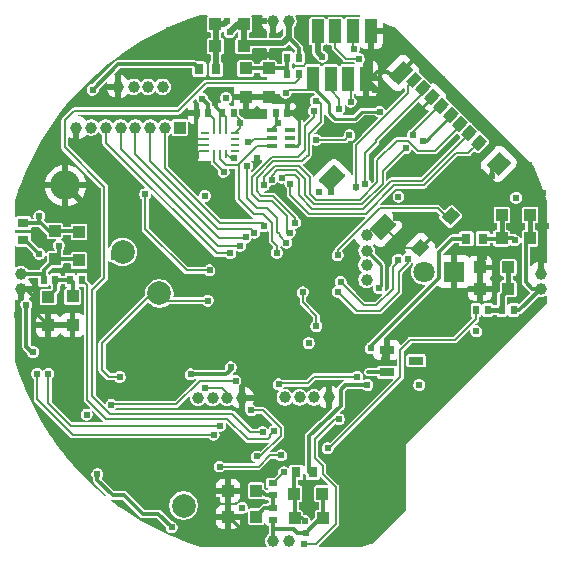
<source format=gbl>
%TF.GenerationSoftware,KiCad,Pcbnew,9.0.4*%
%TF.CreationDate,2026-01-16T02:39:09-08:00*%
%TF.ProjectId,u_anemometer,755f616e-656d-46f6-9d65-7465722e6b69,rev?*%
%TF.SameCoordinates,Original*%
%TF.FileFunction,Copper,L4,Bot*%
%TF.FilePolarity,Positive*%
%FSLAX46Y46*%
G04 Gerber Fmt 4.6, Leading zero omitted, Abs format (unit mm)*
G04 Created by KiCad (PCBNEW 9.0.4) date 2026-01-16 02:39:09*
%MOMM*%
%LPD*%
G01*
G04 APERTURE LIST*
G04 Aperture macros list*
%AMFreePoly0*
4,1,5,0.425000,-0.550000,-0.425000,-0.550000,-0.425000,0.550000,0.425000,0.550000,0.425000,-0.550000,0.425000,-0.550000,$1*%
%AMFreePoly1*
4,1,5,0.425500,-0.549500,-0.424500,-0.549501,-0.424500,0.550500,0.425501,0.550500,0.425500,-0.549500,0.425500,-0.549500,$1*%
%AMFreePoly2*
4,1,5,0.425500,-0.550000,-0.424500,-0.550000,-0.424500,0.549999,0.425500,0.550000,0.425500,-0.550000,0.425500,-0.550000,$1*%
%AMFreePoly3*
4,1,5,0.375000,-0.550000,-0.375000,-0.550000,-0.375000,0.550000,0.375000,0.550000,0.375000,-0.550000,0.375000,-0.550000,$1*%
%AMFreePoly4*
4,1,5,0.585000,-0.900000,-0.585000,-0.900000,-0.585000,0.900000,0.585000,0.900000,0.585000,-0.900000,0.585000,-0.900000,$1*%
%AMFreePoly5*
4,1,5,0.950000,-0.675000,-0.950000,-0.675000,-0.950000,0.675000,0.950000,0.675000,0.950000,-0.675000,0.950000,-0.675000,$1*%
%AMFreePoly6*
4,1,5,0.950500,-0.675000,-0.949500,-0.675000,-0.949500,0.674999,0.950500,0.675000,0.950500,-0.675000,0.950500,-0.675000,$1*%
%AMFreePoly7*
4,1,5,0.600000,-0.500000,-0.600000,-0.500000,-0.600000,0.500000,0.600000,0.500000,0.600000,-0.500000,0.600000,-0.500000,$1*%
%AMFreePoly8*
4,1,5,0.775000,-0.675000,-0.775000,-0.675000,-0.775000,0.675000,0.775000,0.675000,0.775000,-0.675000,0.775000,-0.675000,$1*%
G04 Aperture macros list end*
%TA.AperFunction,SMDPad,CuDef*%
%ADD10R,0.800000X0.900000*%
%TD*%
%TA.AperFunction,SMDPad,CuDef*%
%ADD11R,0.500000X0.800000*%
%TD*%
%TA.AperFunction,SMDPad,CuDef*%
%ADD12R,0.900000X0.800000*%
%TD*%
%TA.AperFunction,SMDPad,CuDef*%
%ADD13R,0.800000X0.500000*%
%TD*%
%TA.AperFunction,ComponentPad*%
%ADD14C,1.000000*%
%TD*%
%TA.AperFunction,SMDPad,CuDef*%
%ADD15R,1.000000X1.000000*%
%TD*%
%TA.AperFunction,ComponentPad*%
%ADD16R,1.000000X1.000000*%
%TD*%
%TA.AperFunction,SMDPad,CuDef*%
%ADD17R,0.250000X0.675000*%
%TD*%
%TA.AperFunction,SMDPad,CuDef*%
%ADD18R,0.675000X0.250000*%
%TD*%
%TA.AperFunction,SMDPad,CuDef*%
%ADD19C,2.000000*%
%TD*%
%TA.AperFunction,SMDPad,CuDef*%
%ADD20C,2.500000*%
%TD*%
%TA.AperFunction,ComponentPad*%
%ADD21R,1.800000X1.800000*%
%TD*%
%TA.AperFunction,ComponentPad*%
%ADD22C,1.800000*%
%TD*%
%TA.AperFunction,SMDPad,CuDef*%
%ADD23R,0.950000X0.400000*%
%TD*%
%TA.AperFunction,SMDPad,CuDef*%
%ADD24R,1.000000X2.000000*%
%TD*%
%TA.AperFunction,SMDPad,CuDef*%
%ADD25R,1.250000X0.700000*%
%TD*%
%TA.AperFunction,SMDPad,CuDef*%
%ADD26FreePoly0,136.000000*%
%TD*%
%TA.AperFunction,SMDPad,CuDef*%
%ADD27FreePoly1,136.000000*%
%TD*%
%TA.AperFunction,SMDPad,CuDef*%
%ADD28FreePoly2,136.000000*%
%TD*%
%TA.AperFunction,SMDPad,CuDef*%
%ADD29FreePoly3,136.000000*%
%TD*%
%TA.AperFunction,SMDPad,CuDef*%
%ADD30FreePoly4,136.000000*%
%TD*%
%TA.AperFunction,SMDPad,CuDef*%
%ADD31FreePoly5,46.000000*%
%TD*%
%TA.AperFunction,SMDPad,CuDef*%
%ADD32FreePoly6,46.000000*%
%TD*%
%TA.AperFunction,SMDPad,CuDef*%
%ADD33FreePoly7,46.000000*%
%TD*%
%TA.AperFunction,SMDPad,CuDef*%
%ADD34FreePoly8,46.000000*%
%TD*%
%TA.AperFunction,ViaPad*%
%ADD35C,0.609500*%
%TD*%
%TA.AperFunction,Conductor*%
%ADD36C,0.200000*%
%TD*%
%TA.AperFunction,Conductor*%
%ADD37C,0.300000*%
%TD*%
%TA.AperFunction,Conductor*%
%ADD38C,0.400000*%
%TD*%
%TA.AperFunction,Conductor*%
%ADD39C,0.150000*%
%TD*%
%TA.AperFunction,Conductor*%
%ADD40C,0.500000*%
%TD*%
%TA.AperFunction,Conductor*%
%ADD41C,0.350000*%
%TD*%
%TA.AperFunction,Conductor*%
%ADD42C,0.250000*%
%TD*%
G04 APERTURE END LIST*
D10*
%TO.P,C24,2,2*%
%TO.N,Net-(U6-DOUT2)*%
X165700000Y-106400000D03*
%TO.P,C24,1,1*%
%TO.N,Net-(D4-A)*%
X167100000Y-106400000D03*
%TD*%
D11*
%TO.P,C26,2,2*%
%TO.N,Net-(D6-K)*%
X167500000Y-112451000D03*
%TO.P,C26,1,1*%
%TO.N,/2_anemometer/EAST_IN*%
X166500000Y-112451000D03*
%TD*%
D10*
%TO.P,C32,2,2*%
%TO.N,Net-(U4-DOUT1)*%
X143100000Y-92050000D03*
%TO.P,C32,1,1*%
%TO.N,Net-(D8-A)*%
X144500000Y-92050000D03*
%TD*%
D11*
%TO.P,C33,2,2*%
%TO.N,Net-(D10-K)*%
X150550000Y-92450000D03*
%TO.P,C33,1,1*%
%TO.N,/2_anemometer/SOUTH_IN*%
X151550000Y-92450000D03*
%TD*%
D12*
%TO.P,C34,2,2*%
%TO.N,Net-(U4-DOUT2)*%
X128200000Y-106500000D03*
%TO.P,C34,1,1*%
%TO.N,Net-(D12-A)*%
X128200000Y-105100000D03*
%TD*%
D11*
%TO.P,C40,2,2*%
%TO.N,Net-(D14-K)*%
X132150000Y-109900000D03*
%TO.P,C40,1,1*%
%TO.N,/2_anemometer/WEST_IN*%
X133150000Y-109900000D03*
%TD*%
D10*
%TO.P,C44,2,2*%
%TO.N,Net-(U6-DOUT1)*%
X152700000Y-126200000D03*
%TO.P,C44,1,1*%
%TO.N,Net-(D16-A)*%
X151300000Y-126200000D03*
%TD*%
D13*
%TO.P,C46,2,2*%
%TO.N,Net-(D18-K)*%
X149350000Y-128100000D03*
%TO.P,C46,1,1*%
%TO.N,/2_anemometer/NORTH_IN*%
X149350000Y-127100000D03*
%TD*%
D11*
%TO.P,C51,2,2*%
%TO.N,GND*%
X142850000Y-95800000D03*
%TO.P,C51,1,1*%
%TO.N,3.3V*%
X143850000Y-95800000D03*
%TD*%
%TO.P,C52,2,2*%
%TO.N,GND*%
X145000000Y-95800000D03*
%TO.P,C52,1,1*%
%TO.N,3.3V*%
X146000000Y-95800000D03*
%TD*%
D14*
%TO.P,CAN1,4,4*%
%TO.N,GND*%
X136225500Y-93550000D03*
%TO.P,CAN1,3,3*%
%TO.N,Net-(U1-CANL)*%
X137516000Y-93550000D03*
%TO.P,CAN1,2,2*%
%TO.N,Net-(U1-CANH)*%
X138725000Y-93550000D03*
%TO.P,CAN1,1,1*%
%TO.N,+5V*%
X139974500Y-93550000D03*
%TD*%
D15*
%TO.P,D4,2,A*%
%TO.N,Net-(D4-A)*%
X168701000Y-104399000D03*
%TO.P,D4,1,K*%
%TO.N,Net-(D4-K)*%
X171101000Y-104399000D03*
%TD*%
%TO.P,D5,2,A*%
%TO.N,Net-(D4-K)*%
X171075500Y-106375000D03*
%TO.P,D5,1,K*%
%TO.N,Net-(D4-A)*%
X168675500Y-106375000D03*
%TD*%
%TO.P,D6,2,A*%
%TO.N,GND*%
X166850000Y-108850000D03*
%TO.P,D6,1,K*%
%TO.N,Net-(D6-K)*%
X169250000Y-108850000D03*
%TD*%
%TO.P,D7,2,A*%
%TO.N,Net-(D6-K)*%
X169250000Y-110650000D03*
%TO.P,D7,1,K*%
%TO.N,GND*%
X166850000Y-110650000D03*
%TD*%
%TO.P,D8,2,A*%
%TO.N,Net-(D8-A)*%
X144450000Y-88250000D03*
%TO.P,D8,1,K*%
%TO.N,Net-(D8-K)*%
X146850000Y-88250000D03*
%TD*%
%TO.P,D9,2,A*%
%TO.N,Net-(D8-K)*%
X146850000Y-90100000D03*
%TO.P,D9,1,K*%
%TO.N,Net-(D8-A)*%
X144450000Y-90100000D03*
%TD*%
%TO.P,D10,2,A*%
%TO.N,GND*%
X148951000Y-94400000D03*
%TO.P,D10,1,K*%
%TO.N,Net-(D10-K)*%
X148951000Y-92000000D03*
%TD*%
%TO.P,D11,2,A*%
%TO.N,Net-(D10-K)*%
X147000500Y-92000000D03*
%TO.P,D11,1,K*%
%TO.N,GND*%
X147000500Y-94400000D03*
%TD*%
%TO.P,D12,2,A*%
%TO.N,Net-(D12-A)*%
X130850000Y-105750000D03*
%TO.P,D12,1,K*%
%TO.N,Net-(D12-K)*%
X130850000Y-108150000D03*
%TD*%
%TO.P,D13,2,A*%
%TO.N,Net-(D12-K)*%
X132900000Y-108250000D03*
%TO.P,D13,1,K*%
%TO.N,Net-(D12-A)*%
X132900000Y-105850000D03*
%TD*%
%TO.P,D14,2,A*%
%TO.N,GND*%
X130300000Y-113750000D03*
%TO.P,D14,1,K*%
%TO.N,Net-(D14-K)*%
X130300000Y-111350000D03*
%TD*%
%TO.P,D15,2,A*%
%TO.N,Net-(D14-K)*%
X132350000Y-111300000D03*
%TO.P,D15,1,K*%
%TO.N,GND*%
X132350000Y-113700000D03*
%TD*%
%TO.P,D16,2,A*%
%TO.N,Net-(D16-A)*%
X151150000Y-130100000D03*
%TO.P,D16,1,K*%
%TO.N,Net-(D16-K)*%
X153550000Y-130100000D03*
%TD*%
%TO.P,D17,2,A*%
%TO.N,Net-(D16-K)*%
X153500000Y-128000000D03*
%TO.P,D17,1,K*%
%TO.N,Net-(D16-A)*%
X151100000Y-128000000D03*
%TD*%
%TO.P,D18,2,A*%
%TO.N,GND*%
X145500000Y-129950000D03*
%TO.P,D18,1,K*%
%TO.N,Net-(D18-K)*%
X147900000Y-129950000D03*
%TD*%
%TO.P,D19,2,A*%
%TO.N,Net-(D18-K)*%
X147900000Y-127750000D03*
%TO.P,D19,1,K*%
%TO.N,GND*%
X145500000Y-127750000D03*
%TD*%
D14*
%TO.P,EAST1,2,2*%
%TO.N,Net-(D4-K)*%
X172000000Y-110640000D03*
%TO.P,EAST1,1,1*%
%TO.N,GND*%
X172000000Y-109360000D03*
%TD*%
%TO.P,I2C1,4,4*%
%TO.N,GND*%
X157250000Y-106125500D03*
%TO.P,I2C1,3,3*%
%TO.N,SDA*%
X157250000Y-107416000D03*
%TO.P,I2C1,2,2*%
%TO.N,SCL*%
X157250000Y-108625000D03*
%TO.P,I2C1,1,1*%
%TO.N,3.3V*%
X157250000Y-109874500D03*
%TD*%
%TO.P,NORTH1,2,2*%
%TO.N,Net-(D16-K)*%
X149360000Y-132000000D03*
%TO.P,NORTH1,1,1*%
%TO.N,GND*%
X150640000Y-132000000D03*
%TD*%
D11*
%TO.P,R12,2,2*%
%TO.N,Net-(D6-K)*%
X168699000Y-112449000D03*
%TO.P,R12,1,1*%
%TO.N,Net-(D4-K)*%
X169699000Y-112449000D03*
%TD*%
%TO.P,R21,2,2*%
%TO.N,Net-(D10-K)*%
X150550000Y-91100000D03*
%TO.P,R21,1,1*%
%TO.N,Net-(D8-K)*%
X151550000Y-91100000D03*
%TD*%
%TO.P,R26,2,2*%
%TO.N,Net-(D14-K)*%
X130900000Y-109900000D03*
%TO.P,R26,1,1*%
%TO.N,Net-(D12-K)*%
X129900000Y-109900000D03*
%TD*%
D13*
%TO.P,R36,2,2*%
%TO.N,Net-(D18-K)*%
X149300000Y-129250000D03*
%TO.P,R36,1,1*%
%TO.N,Net-(D16-K)*%
X149300000Y-130250000D03*
%TD*%
D14*
%TO.P,SOUTH1,2,2*%
%TO.N,Net-(D8-K)*%
X150640000Y-88000000D03*
%TO.P,SOUTH1,1,1*%
%TO.N,GND*%
X149360000Y-88000000D03*
%TD*%
%TO.P,SPI1,8,8*%
%TO.N,GND*%
X132675000Y-97000000D03*
%TO.P,SPI1,7,7*%
%TO.N,unconnected-(SPI1-Pad7)*%
X133925000Y-97000000D03*
%TO.P,SPI1,6,6*%
%TO.N,/1_mcu/SPI1_CS1*%
X135175000Y-97000000D03*
%TO.P,SPI1,5,5*%
%TO.N,/1_mcu/SPI1_CS0*%
X136425000Y-97000000D03*
%TO.P,SPI1,4,4*%
%TO.N,/1_mcu/SPI1_MOSI*%
X137675000Y-97000000D03*
%TO.P,SPI1,3,3*%
%TO.N,/1_mcu/SPI1_MISO*%
X138925000Y-97000000D03*
%TO.P,SPI1,2,2*%
%TO.N,/1_mcu/SPI1_SCK*%
X140175000Y-97000000D03*
D16*
%TO.P,SPI1,1,1*%
%TO.N,3.3V*%
X141425000Y-97000000D03*
%TD*%
D17*
%TO.P,U9,14,SDX*%
%TO.N,SDA*%
X144350000Y-99213000D03*
%TO.P,U9,13,SCX*%
%TO.N,SCL*%
X144850000Y-99213000D03*
%TO.P,U9,12,CSB*%
%TO.N,3.3V*%
X145350000Y-99213000D03*
D18*
%TO.P,U9,11,OSDO*%
%TO.N,unconnected-(U9-OSDO-Pad11)*%
X146112500Y-98950000D03*
%TO.P,U9,10,OCSB*%
%TO.N,unconnected-(U9-OCSB-Pad10)*%
X146112500Y-98450000D03*
%TO.P,U9,9,INT2*%
%TO.N,unconnected-(U9-INT2-Pad9)*%
X146112500Y-97950000D03*
%TO.P,U9,8,VDD*%
%TO.N,3.3V*%
X146112500Y-97450000D03*
D17*
%TO.P,U9,7,GND*%
%TO.N,GND*%
X145350000Y-97187000D03*
%TO.P,U9,6,GNDIO*%
X144850000Y-97187000D03*
%TO.P,U9,5,VDDIO*%
%TO.N,3.3V*%
X144350000Y-97187000D03*
D18*
%TO.P,U9,4,INT1*%
%TO.N,unconnected-(U9-INT1-Pad4)*%
X143587500Y-97450000D03*
%TO.P,U9,3,ASCX*%
%TO.N,GND*%
X143587500Y-97950000D03*
%TO.P,U9,2,ASDX*%
X143587500Y-98450000D03*
%TO.P,U9,1,SDO*%
X143587500Y-98950000D03*
%TD*%
D14*
%TO.P,UART1,4,4*%
%TO.N,GND*%
X154074500Y-119850000D03*
%TO.P,UART1,3,3*%
%TO.N,/1_mcu/USART1_TX*%
X152784000Y-119850000D03*
%TO.P,UART1,2,2*%
%TO.N,/1_mcu/USART1_RX*%
X151575000Y-119850000D03*
%TO.P,UART1,1,1*%
%TO.N,3.3V*%
X150325500Y-119850000D03*
%TD*%
%TO.P,UART2,4,4*%
%TO.N,GND*%
X146724500Y-119900000D03*
%TO.P,UART2,3,3*%
%TO.N,/1_mcu/USART2_TX*%
X145434000Y-119900000D03*
%TO.P,UART2,2,2*%
%TO.N,/1_mcu/USART2_RX*%
X144225000Y-119900000D03*
%TO.P,UART2,1,1*%
%TO.N,3.3V*%
X142975500Y-119900000D03*
%TD*%
%TO.P,WEST1,2,2*%
%TO.N,Net-(D12-K)*%
X128000000Y-109410000D03*
%TO.P,WEST1,1,1*%
%TO.N,GND*%
X128000000Y-110690000D03*
%TD*%
D19*
%TO.P,,2*%
%TO.N,ECHO_OUT*%
X139700000Y-111050000D03*
%TD*%
%TO.P,,2*%
%TO.N,3.3V*%
X136600000Y-107550000D03*
%TD*%
%TO.P,,2*%
%TO.N,U7_1*%
X141751500Y-129001000D03*
%TD*%
D20*
%TO.P,,2*%
%TO.N,GND*%
X131750000Y-101900000D03*
%TD*%
D21*
%TO.P,BAT1,1,1*%
%TO.N,GND*%
X164620000Y-109200000D03*
D22*
%TO.P,BAT1,2,2*%
%TO.N,Net-(D3-+)*%
X162080000Y-109200000D03*
%TD*%
D23*
%TO.P,U10,1*%
%TO.N,SCL*%
X149275000Y-98550000D03*
%TO.P,U10,2*%
%TO.N,SDA*%
X149275000Y-97900000D03*
%TO.P,U10,3*%
%TO.N,3.3V*%
X149275000Y-97250000D03*
%TO.P,U10,4*%
%TO.N,U10_4*%
X150725000Y-97250000D03*
%TO.P,U10,5*%
%TO.N,U10_5*%
X150725000Y-97900000D03*
%TO.P,U10,6*%
%TO.N,GND*%
X150725000Y-98550000D03*
%TD*%
D24*
%TO.P,UART3,1,1*%
%TO.N,+5V*%
X153100000Y-88850000D03*
%TO.P,UART3,2,2*%
%TO.N,/1_mcu/USART3_TX*%
X154600000Y-88850000D03*
%TO.P,UART3,3,3*%
%TO.N,/1_mcu/USART3_RX*%
X156100000Y-88850000D03*
%TO.P,UART3,4,4*%
%TO.N,GND*%
X157600000Y-88850000D03*
%TD*%
%TO.P,SWD1,1,1*%
%TO.N,3.3V*%
X152700000Y-92850000D03*
%TO.P,SWD1,2,2*%
%TO.N,/1_mcu/SWDIO*%
X154200000Y-92850000D03*
%TO.P,SWD1,3,3*%
%TO.N,/1_mcu/SWCLK*%
X155700000Y-92850000D03*
%TO.P,SWD1,4,4*%
%TO.N,GND*%
X157200000Y-92850000D03*
%TD*%
D25*
%TO.P,Q3,1*%
%TO.N,Q3_1*%
X158950000Y-117700000D03*
%TO.P,Q3,2*%
%TO.N,GND*%
X158950000Y-115800000D03*
%TO.P,Q3,3*%
%TO.N,R43_1*%
X161449500Y-116750000D03*
%TD*%
D11*
%TO.P,C53,1*%
%TO.N,GND*%
X150550500Y-95750500D03*
%TO.P,C53,2*%
%TO.N,3.3V*%
X149550500Y-95750500D03*
%TD*%
D26*
%TO.P,SD1,1,DAT2*%
%TO.N,/1_mcu/SDMMC1_D2*%
X166748784Y-98268698D03*
%TO.P,SD1,2,CD/DAT3*%
%TO.N,/1_mcu/SDMMC1_D3*%
X165957510Y-97504573D03*
D27*
%TO.P,SD1,3,CMD*%
%TO.N,/1_mcu/SDMMC1_CMD*%
X165165529Y-96740461D03*
D28*
%TO.P,SD1,4,VDD*%
%TO.N,Net-(Q1-D)*%
X164374603Y-95975978D03*
%TO.P,SD1,5,CLK*%
%TO.N,/1_mcu/SDMMC1_CK*%
X163583329Y-95211853D03*
D27*
%TO.P,SD1,6,VSS*%
%TO.N,GND*%
X162791708Y-94448089D03*
D28*
%TO.P,SD1,7,DAT0*%
%TO.N,/1_mcu/SDMMC1_D0*%
X162000781Y-93683605D03*
D29*
%TO.P,SD1,8,DAT1*%
%TO.N,/1_mcu/SDMMC1_D1*%
X161245834Y-92954561D03*
D30*
%TO.P,SD1,9,CD_SW1*%
%TO.N,GND*%
X160132302Y-92365793D03*
D31*
%TO.P,SD1,10,CD_SW2*%
X154312419Y-101307561D03*
D32*
%TO.P,SD1,11,SH1*%
X158606518Y-105454324D03*
D33*
%TO.P,SD1,12,SH2*%
X161801859Y-107184619D03*
%TO.P,SD1,13,SH3*%
%TO.N,Net-(SD1-SH3)*%
X164372095Y-104523062D03*
D34*
%TO.P,SD1,14,SH4*%
%TO.N,GND*%
X168431527Y-100067475D03*
%TD*%
D35*
%TO.N,Net-(D16-K)*%
X152100000Y-131300000D03*
%TO.N,Net-(D8-K)*%
X145650000Y-88950000D03*
%TO.N,Net-(D12-K)*%
X131200000Y-107000000D03*
%TO.N,/1_mcu/USART2_TX*%
X143550000Y-119050000D03*
%TO.N,/1_mcu/SPI1_SCK*%
X148550000Y-105350000D03*
%TO.N,/1_mcu/SPI1_MISO*%
X147750000Y-105900000D03*
%TO.N,/1_mcu/SPI1_MOSI*%
X147000000Y-106300000D03*
%TO.N,/1_mcu/SPI1_CS0*%
X146550000Y-107000000D03*
%TO.N,/1_mcu/SPI1_CS1*%
X145700000Y-107650000D03*
%TO.N,Net-(U2-PB15)*%
X153000000Y-113800000D03*
X151850000Y-110950000D03*
%TO.N,Net-(D8-A)*%
X145450000Y-87950000D03*
%TO.N,/1_mcu/USART3_RX*%
X150750000Y-105900000D03*
X156150000Y-90350000D03*
X152799000Y-95600500D03*
%TO.N,/1_mcu/USART3_TX*%
X151200000Y-105050000D03*
X156600000Y-91200000D03*
X152950000Y-94750000D03*
%TO.N,Net-(Q2-G)*%
X151950000Y-132250000D03*
X154900000Y-121700000D03*
%TO.N,/2_anemometer/WEST_OUT*%
X129350000Y-117850000D03*
X144300000Y-123000000D03*
%TO.N,/2_anemometer/SOUTH_OUT*%
X130300000Y-117850000D03*
X144850000Y-122250000D03*
%TO.N,Net-(D12-A)*%
X129550000Y-104500000D03*
%TO.N,Net-(U4-DOUT1)*%
X134049000Y-93800000D03*
X128450500Y-111999000D03*
X129000000Y-116000000D03*
%TO.N,/1_mcu/ADC_CH3*%
X143950000Y-109100000D03*
X138500000Y-102650000D03*
%TO.N,Net-(U4-DOUT2)*%
X129550000Y-107700000D03*
%TO.N,Net-(U6-DOUT2)*%
X157600000Y-115700000D03*
%TO.N,Net-(D4-A)*%
X169800000Y-106550000D03*
%TO.N,Net-(U6-DOUT1)*%
X157300000Y-118800000D03*
%TO.N,Net-(D16-A)*%
X152000000Y-130300000D03*
%TO.N,/2_anemometer/EAST_IN*%
X153950000Y-124150000D03*
%TO.N,/2_anemometer/SOUTH_IN*%
X148450000Y-122800000D03*
%TO.N,/2_anemometer/WEST_IN*%
X149400000Y-122700000D03*
%TO.N,/2_anemometer/NORTH_IN*%
X150250000Y-126200000D03*
%TO.N,Net-(U5-Y)*%
X144800000Y-125700000D03*
X150000000Y-124750000D03*
%TO.N,PWM_IN*%
X147950000Y-124850000D03*
X147500000Y-120950000D03*
%TO.N,/1_mcu/SWCLK*%
X155900000Y-94800000D03*
%TO.N,/1_mcu/SWDIO*%
X154950000Y-95400000D03*
%TO.N,Net-(Q1-G)*%
X155800000Y-97650000D03*
X152950000Y-98050000D03*
%TO.N,Net-(Q1-D)*%
X162000000Y-98100000D03*
%TO.N,Net-(U2-PC6)*%
X154800000Y-110900000D03*
X160750000Y-108100000D03*
%TO.N,Net-(U2-PC7)*%
X159900000Y-108200000D03*
X155050000Y-110050000D03*
%TO.N,Net-(SD1-SH3)*%
X154800000Y-107800000D03*
%TO.N,/1_mcu/SDMMC1_D0*%
X157150000Y-101750000D03*
%TO.N,/1_mcu/SDMMC1_D1*%
X156350000Y-102000000D03*
%TO.N,/1_mcu/SDMMC1_CK*%
X161150000Y-97650000D03*
X149200000Y-101400000D03*
X160550000Y-98750000D03*
%TO.N,/1_mcu/SDMMC1_D2*%
X150800000Y-101750000D03*
%TO.N,/1_mcu/SDMMC1_D3*%
X150050000Y-101250000D03*
%TO.N,/1_mcu/SDMMC1_CMD*%
X148550000Y-101900000D03*
%TO.N,U7_1*%
X141450500Y-128450500D03*
%TO.N,GND*%
X140050000Y-124600000D03*
X137550000Y-94800000D03*
X137150000Y-123900000D03*
X128150000Y-117850000D03*
X143750000Y-131100000D03*
X164350000Y-101600000D03*
X140100000Y-109400000D03*
X137600000Y-113600000D03*
X131000000Y-98600000D03*
X138600000Y-107650000D03*
X143200000Y-87900000D03*
X172200000Y-102550000D03*
X162400000Y-105600000D03*
X134350000Y-103400000D03*
X154150000Y-99250000D03*
X154350000Y-91300000D03*
X142800000Y-99400000D03*
X143200000Y-132150000D03*
X161000000Y-100050000D03*
X141000000Y-115100000D03*
X132000000Y-106700000D03*
X149000000Y-111800000D03*
X139300000Y-103500000D03*
X142800000Y-115100000D03*
X130850000Y-122950000D03*
X158750000Y-116650000D03*
X161850000Y-95650000D03*
X171950000Y-112000000D03*
X148500000Y-88950000D03*
X152896250Y-129000000D03*
X146850000Y-112600000D03*
X152850000Y-121399500D03*
X171000000Y-100200000D03*
X167895000Y-101100000D03*
X157950000Y-93800000D03*
X141399500Y-118151000D03*
X140100000Y-127300000D03*
X129250000Y-102250000D03*
X133470000Y-98750000D03*
X132750000Y-115150000D03*
X141750000Y-93050000D03*
X156850000Y-132050000D03*
X140000000Y-126100000D03*
X144600000Y-112850000D03*
X144800000Y-117200000D03*
X130050000Y-116900000D03*
X156150000Y-130700000D03*
X132900000Y-117100000D03*
X167200000Y-107950000D03*
X151550000Y-94600000D03*
X134950000Y-94650000D03*
X169901000Y-104399000D03*
X139100000Y-125250000D03*
X146800000Y-110650000D03*
X143250000Y-130250000D03*
X157950000Y-131100000D03*
X154500000Y-131550000D03*
X154250000Y-102500000D03*
X127650000Y-112850000D03*
X161600000Y-117950000D03*
X136315000Y-109949000D03*
X163100000Y-106450000D03*
X132150000Y-123650000D03*
X144500000Y-94500000D03*
X141699500Y-124346000D03*
X141000000Y-99350000D03*
X172100000Y-107850000D03*
X129000000Y-103700000D03*
X139050000Y-126950000D03*
X140550000Y-88700000D03*
X155550000Y-132250000D03*
X151950000Y-88950000D03*
X142550000Y-100950000D03*
X144550000Y-128550000D03*
X143900000Y-110625000D03*
X151125000Y-113050000D03*
X131050000Y-115250000D03*
X147900000Y-131850000D03*
X164271500Y-112500000D03*
X129800000Y-106800000D03*
X127750000Y-108100000D03*
X159750000Y-104700000D03*
X131400000Y-117800000D03*
X127800000Y-116750000D03*
X161548000Y-90950000D03*
X134250000Y-106700000D03*
X135539000Y-113299000D03*
X138450000Y-118100000D03*
X151700000Y-108800000D03*
X156500000Y-115850000D03*
X140400000Y-117300000D03*
X148850000Y-90900000D03*
X133600000Y-126250000D03*
X136950000Y-111900000D03*
X146950000Y-108050000D03*
X159700000Y-106550000D03*
X132050000Y-115700000D03*
X142300000Y-113750000D03*
X168250000Y-113550000D03*
X145850000Y-109400000D03*
X143350000Y-128050000D03*
X154650000Y-116100000D03*
X137650000Y-90450000D03*
X151750000Y-117600000D03*
X163150000Y-118000000D03*
X147950000Y-99600000D03*
X159850000Y-89600000D03*
X140400000Y-94600000D03*
X151250000Y-121400000D03*
X172400000Y-105350000D03*
X145850000Y-111700000D03*
X163600000Y-92850000D03*
X130150000Y-100400000D03*
X153650000Y-115450000D03*
X148950000Y-109300000D03*
%TO.N,3.3V*%
X143550000Y-102800000D03*
X143350000Y-94550000D03*
X158350000Y-95650000D03*
X133550000Y-121300000D03*
X146000000Y-99600000D03*
X159950000Y-102850000D03*
X146550000Y-96600000D03*
X146700000Y-129200000D03*
X135850000Y-107950000D03*
X152350000Y-115250000D03*
X166550000Y-114250000D03*
X150400000Y-94050000D03*
X149750000Y-96600000D03*
X153200000Y-102450000D03*
X161700000Y-118800000D03*
X145350000Y-94500000D03*
X145750000Y-117300000D03*
X142350000Y-117900000D03*
%TO.N,ECHO_OUT*%
X143800000Y-111650000D03*
X136350000Y-118100000D03*
%TO.N,SDA*%
X158300000Y-110600000D03*
X145150000Y-100750000D03*
X147150000Y-100250000D03*
X147200000Y-98250000D03*
X150449500Y-106749000D03*
%TO.N,PWR_DRV1*%
X156450000Y-118100000D03*
X149800000Y-118750000D03*
%TO.N,PWR_DRV0*%
X135650000Y-120450000D03*
X146150000Y-118450000D03*
%TO.N,SCL*%
X149649500Y-107599500D03*
%TO.N,V_OPA*%
X140750000Y-130850000D03*
X134450000Y-126350000D03*
%TO.N,+5V*%
X153500000Y-91000000D03*
X169901000Y-102949000D03*
%TD*%
D36*
%TO.N,/1_mcu/ADC_CH3*%
X138500000Y-105599500D02*
X138500000Y-102650000D01*
X142001500Y-109101000D02*
X138500000Y-105599500D01*
X143949500Y-109101000D02*
X142001500Y-109101000D01*
D37*
%TO.N,Net-(D4-A)*%
X169626500Y-106375500D02*
X168676500Y-106375500D01*
X169799500Y-106550500D02*
X169626500Y-106375500D01*
X167099500Y-106401000D02*
X168651000Y-106401000D01*
X168651000Y-106401000D02*
X168676500Y-106375500D01*
D38*
X168674000Y-104424500D02*
X168674000Y-106375500D01*
X168699500Y-104399500D02*
X168674000Y-104424500D01*
D37*
%TO.N,Net-(U6-DOUT2)*%
X157599500Y-115499000D02*
X163350000Y-109751000D01*
X157599500Y-115700000D02*
X157599500Y-115499000D01*
X163350000Y-109751000D02*
X163350000Y-107551500D01*
X163350000Y-107551500D02*
X164501000Y-106401000D01*
X164501000Y-106401000D02*
X165699500Y-106401000D01*
D39*
%TO.N,/2_anemometer/EAST_IN*%
X160099000Y-118151000D02*
X154099500Y-124150500D01*
X154099500Y-124150500D02*
X153949500Y-124150500D01*
X160099000Y-115849500D02*
X160099000Y-118151000D01*
X160950000Y-115001500D02*
X160099000Y-115849500D01*
X164699000Y-115001500D02*
X160950000Y-115001500D01*
X166500000Y-113200500D02*
X164699000Y-115001500D01*
X166500000Y-112451000D02*
X166500000Y-113200500D01*
D38*
%TO.N,Net-(D6-K)*%
X168699500Y-112451000D02*
X167500500Y-112451000D01*
X168699500Y-111201500D02*
X168699500Y-112451000D01*
X169250500Y-110650000D02*
X168699500Y-111201500D01*
X169250500Y-108849500D02*
X169250500Y-110650000D01*
D40*
%TO.N,Net-(D8-A)*%
X145451000Y-87950500D02*
X145151000Y-88250000D01*
X145151000Y-88250000D02*
X144450000Y-88250000D01*
X144450000Y-88250000D02*
X144501000Y-88301000D01*
X144501000Y-88301000D02*
X144501000Y-92050000D01*
D37*
%TO.N,Net-(U4-DOUT1)*%
X128450500Y-115550500D02*
X128900000Y-116000000D01*
X128900000Y-116000000D02*
X129000000Y-116000000D01*
X128450500Y-111999000D02*
X128450500Y-115550500D01*
X136200000Y-91651000D02*
X134049000Y-93800000D01*
X134049000Y-93800000D02*
X134000500Y-93800000D01*
X142700000Y-91651000D02*
X136200000Y-91651000D01*
X143099000Y-92050000D02*
X142700000Y-91651000D01*
D41*
%TO.N,Net-(D10-K)*%
X150551000Y-91100000D02*
X150551000Y-92451000D01*
D37*
X148991500Y-91958500D02*
X150551000Y-91958500D01*
X148951000Y-92001500D02*
X148991500Y-91958500D01*
X148951000Y-92001500D02*
X147000500Y-92001500D01*
D36*
%TO.N,/2_anemometer/SOUTH_IN*%
X147399000Y-122799000D02*
X148450500Y-122799000D01*
X145849500Y-121249500D02*
X147399000Y-122799000D01*
X135499000Y-121249500D02*
X145849500Y-121249500D01*
X134000500Y-119751000D02*
X135499000Y-121249500D01*
X134000500Y-110749500D02*
X134000500Y-119751000D01*
X135049500Y-109700500D02*
X134000500Y-110749500D01*
X135049500Y-103599000D02*
X135049500Y-109700500D01*
X135049500Y-102027000D02*
X135049500Y-103599000D01*
X131699500Y-98676500D02*
X135049500Y-102027000D01*
X131699500Y-96401000D02*
X131699500Y-98676500D01*
X132499500Y-95600500D02*
X131699500Y-96401000D01*
X141300500Y-95600500D02*
X132499500Y-95600500D01*
X143650000Y-93251000D02*
X141300500Y-95600500D01*
X151199000Y-93251000D02*
X143650000Y-93251000D01*
X151549500Y-92900500D02*
X151199000Y-93251000D01*
X151549500Y-92451000D02*
X151549500Y-92900500D01*
D37*
%TO.N,Net-(D12-A)*%
X129700500Y-105100500D02*
X130350500Y-105750500D01*
X130350500Y-105750500D02*
X130851000Y-105750500D01*
X132799000Y-105750500D02*
X130851000Y-105750500D01*
X129550500Y-104501000D02*
X129532500Y-105100500D01*
X128199000Y-105100500D02*
X129700500Y-105100500D01*
X132900500Y-105849500D02*
X132799000Y-105750500D01*
%TO.N,Net-(U4-DOUT2)*%
X129550500Y-107699000D02*
X128349000Y-106500000D01*
X128349000Y-106500000D02*
X128199000Y-106500000D01*
%TO.N,Net-(D14-K)*%
X130899000Y-109901000D02*
X130899000Y-110749500D01*
X130899000Y-110749500D02*
X130300000Y-111348500D01*
X132149000Y-109901000D02*
X130899000Y-109901000D01*
X132349500Y-110101500D02*
X132349500Y-111300500D01*
X132149000Y-109901000D02*
X132349500Y-110101500D01*
D39*
%TO.N,/2_anemometer/WEST_IN*%
X149101000Y-122999500D02*
X149400500Y-122700000D01*
X149101000Y-123200500D02*
X149101000Y-122999500D01*
X148900000Y-123401000D02*
X149101000Y-123200500D01*
X147201000Y-123401000D02*
X148900000Y-123401000D01*
X145451000Y-121651000D02*
X147201000Y-123401000D01*
X135151000Y-121651000D02*
X145451000Y-121651000D01*
X133599000Y-120099000D02*
X135151000Y-121651000D01*
X133599000Y-110350500D02*
X133599000Y-120099000D01*
X133149500Y-109901000D02*
X133599000Y-110350500D01*
D37*
%TO.N,Net-(D16-A)*%
X151801000Y-130099000D02*
X151150500Y-130099000D01*
X151999000Y-130299500D02*
X151801000Y-130099000D01*
X151150500Y-128049000D02*
X151150500Y-130099000D01*
X151100000Y-126401000D02*
X151100000Y-128001000D01*
X151100000Y-128001000D02*
X151150500Y-128049000D01*
X151300500Y-126200000D02*
X151100000Y-126401000D01*
%TO.N,Net-(U6-DOUT1)*%
X155451000Y-118801000D02*
X157300000Y-118801000D01*
X155049500Y-119200000D02*
X155451000Y-118801000D01*
X155049500Y-120599500D02*
X155049500Y-119200000D01*
X155049500Y-120599500D02*
X152349500Y-123149500D01*
X152349500Y-123149500D02*
X152349500Y-126200000D01*
X152349500Y-126200000D02*
X152700000Y-126200000D01*
%TO.N,Net-(D18-K)*%
X148300500Y-127749500D02*
X147899500Y-127749500D01*
X148699500Y-128151000D02*
X148300500Y-127749500D01*
X149299000Y-128151000D02*
X148699500Y-128151000D01*
X149350000Y-128100000D02*
X149299000Y-128151000D01*
X149350000Y-128100000D02*
X149299000Y-128151000D01*
X149299000Y-128151000D02*
X149299000Y-129250500D01*
X149299000Y-129250500D02*
X148600500Y-129250500D01*
X148600500Y-129250500D02*
X147899500Y-129949000D01*
D39*
%TO.N,/2_anemometer/NORTH_IN*%
X150249000Y-126200000D02*
X149350000Y-127099500D01*
D37*
%TO.N,Net-(D4-K)*%
X171290500Y-110640000D02*
X171999000Y-110640000D01*
X171999000Y-110640000D02*
X170190500Y-112448500D01*
X170749500Y-110099000D02*
X171290500Y-110640000D01*
X170190500Y-112448500D02*
X169697500Y-112448500D01*
X170749500Y-106700500D02*
X170749500Y-110099000D01*
X171077000Y-106375500D02*
X170749500Y-106700500D01*
D38*
X171074500Y-104424500D02*
X171074500Y-106375500D01*
X171100000Y-104399500D02*
X171074500Y-104424500D01*
D37*
%TO.N,Net-(D8-K)*%
X151549500Y-91100000D02*
X151549500Y-90269500D01*
X151549500Y-90269500D02*
X150640000Y-89360000D01*
D40*
X150150000Y-89850000D02*
X150640000Y-89360000D01*
X150640000Y-89360000D02*
X150640000Y-88001000D01*
X147099500Y-89850000D02*
X150150000Y-89850000D01*
X146850500Y-90099000D02*
X146850500Y-88250000D01*
X146850500Y-90099000D02*
X147099500Y-89850000D01*
X146350000Y-88250000D02*
X146850500Y-88250000D01*
X145649000Y-88951000D02*
X146350000Y-88250000D01*
D37*
%TO.N,Net-(D12-K)*%
X129901000Y-109101000D02*
X129901000Y-109901000D01*
X128001000Y-109410500D02*
X129901000Y-109410500D01*
X130851000Y-108151000D02*
X129901000Y-109101000D01*
X130851000Y-108151000D02*
X131199000Y-107800500D01*
X132799000Y-108151000D02*
X130851000Y-108151000D01*
X131199000Y-107800500D02*
X131199000Y-107000500D01*
X132900500Y-108250000D02*
X132799000Y-108151000D01*
%TO.N,Net-(D16-K)*%
X153551000Y-128049000D02*
X153551000Y-130099000D01*
X153500000Y-128001000D02*
X153551000Y-128049000D01*
X153299500Y-130099000D02*
X152100500Y-131300500D01*
X153551000Y-130099000D02*
X153299500Y-130099000D01*
X152100500Y-131300500D02*
X151348500Y-131300500D01*
X151348500Y-131300500D02*
X151069500Y-131018500D01*
X151069500Y-131018500D02*
X149360000Y-131018500D01*
X149360000Y-130310000D02*
X149360000Y-131999000D01*
X149299000Y-130249000D02*
X149360000Y-130310000D01*
D39*
%TO.N,Net-(Q1-G)*%
X155800000Y-97650000D02*
X155400000Y-98050000D01*
X155400000Y-98050000D02*
X152950000Y-98050000D01*
%TO.N,Net-(Q2-G)*%
X154600000Y-121699000D02*
X152900500Y-123401000D01*
X154899500Y-121699000D02*
X154600000Y-121699000D01*
X152900500Y-123401000D02*
X152900500Y-124998500D01*
X152900500Y-124998500D02*
X153551000Y-125649000D01*
X153551000Y-125649000D02*
X153551000Y-126350000D01*
X153551000Y-126350000D02*
X154650500Y-127450000D01*
X154650500Y-127450000D02*
X154650500Y-130548500D01*
X154650500Y-130548500D02*
X152949000Y-132250500D01*
X152949000Y-132250500D02*
X151956000Y-132250500D01*
%TO.N,Net-(U2-PC6)*%
X160750000Y-108500000D02*
X160750000Y-108100000D01*
X160000000Y-109250000D02*
X160750000Y-108500000D01*
X160000000Y-110900000D02*
X160000000Y-109250000D01*
X159750000Y-111150000D02*
X160000000Y-110900000D01*
X158350000Y-112550000D02*
X159750000Y-111150000D01*
X157500000Y-112550000D02*
X158350000Y-112550000D01*
X156450000Y-112550000D02*
X157500000Y-112550000D01*
X154800000Y-110900000D02*
X156450000Y-112550000D01*
%TO.N,Net-(U2-PC7)*%
X159900000Y-108348000D02*
X159900000Y-108200000D01*
X159900000Y-108400000D02*
X159900000Y-108350000D01*
X159450000Y-108850000D02*
X159900000Y-108400000D01*
X159450000Y-110650000D02*
X159450000Y-108850000D01*
X158050000Y-112050000D02*
X159450000Y-110650000D01*
X157050000Y-112050000D02*
X158050000Y-112050000D01*
X155050000Y-110050000D02*
X157050000Y-112050000D01*
D36*
%TO.N,/2_anemometer/SOUTH_OUT*%
X144850000Y-122250000D02*
X132199000Y-122250000D01*
X132199000Y-122250000D02*
X130299500Y-120350500D01*
X130299500Y-120350500D02*
X130300000Y-117850000D01*
%TO.N,/2_anemometer/WEST_OUT*%
X144300000Y-123000000D02*
X132350000Y-123000000D01*
X132350000Y-123000000D02*
X129350000Y-120000000D01*
X129350000Y-120000000D02*
X129350000Y-117850000D01*
D39*
%TO.N,Net-(U5-Y)*%
X145300000Y-125700000D02*
X144800000Y-125700000D01*
X148100000Y-125700000D02*
X145300000Y-125700000D01*
X149050000Y-124750000D02*
X148100000Y-125700000D01*
X150000000Y-124750000D02*
X149050000Y-124750000D01*
D36*
%TO.N,/1_mcu/SPI1_SCK*%
X148550000Y-105050000D02*
X148550000Y-105350000D01*
X144801000Y-105050000D02*
X148550000Y-105050000D01*
X140175000Y-100424000D02*
X144801000Y-105050000D01*
X140175000Y-97000000D02*
X140175000Y-100424000D01*
%TO.N,/1_mcu/SPI1_MOSI*%
X144750000Y-106350000D02*
X147050000Y-106350000D01*
X137675000Y-99275500D02*
X144750000Y-106350000D01*
X137675000Y-97000000D02*
X137675000Y-99275500D01*
%TO.N,/1_mcu/SPI1_CS0*%
X144648000Y-107000000D02*
X146550000Y-107000000D01*
X136425000Y-98777500D02*
X144648000Y-107000000D01*
X136425000Y-97000000D02*
X136425000Y-98777500D01*
%TO.N,/1_mcu/SPI1_MISO*%
X147450000Y-105600500D02*
X147749500Y-105900500D01*
X144656000Y-105600500D02*
X147450000Y-105600500D01*
X138925000Y-99870000D02*
X144656000Y-105600500D01*
X138925000Y-97000000D02*
X138925000Y-99870000D01*
%TO.N,/1_mcu/SPI1_CS1*%
X144548500Y-107650000D02*
X145700000Y-107650000D01*
X135175000Y-98276500D02*
X144548500Y-107650000D01*
X135175000Y-97000000D02*
X135175000Y-98276500D01*
D39*
%TO.N,Net-(U2-PB15)*%
X152999500Y-112949000D02*
X152999500Y-113800000D01*
X151849000Y-111801000D02*
X152999500Y-112949000D01*
X151849000Y-110950000D02*
X151849000Y-111801000D01*
D36*
%TO.N,/1_mcu/USART2_TX*%
X143550000Y-119050000D02*
X145048500Y-119050000D01*
X145048500Y-119050000D02*
X145434000Y-119436000D01*
X145434000Y-119436000D02*
X145434000Y-119900000D01*
D39*
%TO.N,PWM_IN*%
X147500500Y-120950000D02*
X148499000Y-120950000D01*
X148499000Y-120950000D02*
X150000000Y-122451000D01*
X150000000Y-122451000D02*
X150000000Y-123099000D01*
X150000000Y-123099000D02*
X148250000Y-124851500D01*
X148250000Y-124851500D02*
X147950000Y-124851500D01*
D42*
%TO.N,Net-(Q1-D)*%
X164374000Y-95976500D02*
X162250500Y-98100000D01*
X162250500Y-98100000D02*
X161999000Y-98100000D01*
D39*
%TO.N,/1_mcu/SDMMC1_CMD*%
X148549500Y-101900000D02*
X148549500Y-101201500D01*
X148549500Y-101201500D02*
X149502000Y-100249000D01*
X149502000Y-100249000D02*
X151549500Y-100249000D01*
X151549500Y-100249000D02*
X152451000Y-101150500D01*
X152451000Y-101150500D02*
X152451000Y-102601000D01*
X152451000Y-102601000D02*
X152999500Y-103149500D01*
X152999500Y-103149500D02*
X156649500Y-103149500D01*
X156649500Y-103149500D02*
X158151000Y-101648500D01*
X158151000Y-101648500D02*
X158151000Y-99748500D01*
X158151000Y-99748500D02*
X159799500Y-98100000D01*
X159799500Y-98100000D02*
X160749500Y-98100000D01*
X160749500Y-98100000D02*
X161600000Y-98951000D01*
X161600000Y-98951000D02*
X163048000Y-98951000D01*
X163048000Y-98951000D02*
X165166500Y-96835000D01*
X165166500Y-96835000D02*
X165166500Y-96741000D01*
%TO.N,/1_mcu/USART3_TX*%
X151200000Y-105050000D02*
X151200000Y-104649000D01*
X151200000Y-104649000D02*
X149349500Y-102799000D01*
X149349500Y-102799000D02*
X148349000Y-102799000D01*
X148349000Y-102799000D02*
X147950000Y-102400500D01*
X147950000Y-102400500D02*
X147950000Y-101250000D01*
X147950000Y-101250000D02*
X149350000Y-99850000D01*
X149350000Y-99850000D02*
X151801000Y-99850000D01*
X151801000Y-99850000D02*
X152149000Y-99499500D01*
X152149000Y-99499500D02*
X152349500Y-99299000D01*
X152349500Y-99299000D02*
X152349500Y-97549000D01*
X152349500Y-97549000D02*
X153401000Y-96500000D01*
X153401000Y-96500000D02*
X153401000Y-95049500D01*
X153401000Y-95049500D02*
X153099000Y-94750000D01*
X153099000Y-94750000D02*
X152949000Y-94750000D01*
X156599000Y-91199000D02*
X155499000Y-91199000D01*
X155499000Y-91199000D02*
X154600000Y-90300000D01*
X154600000Y-90300000D02*
X154600000Y-88849500D01*
%TO.N,/1_mcu/SDMMC1_D2*%
X150800000Y-101750000D02*
X150800000Y-102700000D01*
X150800000Y-102700000D02*
X152400500Y-104300000D01*
X152400500Y-104300000D02*
X157201000Y-104300000D01*
X157201000Y-104300000D02*
X159601000Y-101900000D01*
X159601000Y-101900000D02*
X162100500Y-101900000D01*
X162100500Y-101900000D02*
X164851500Y-99149000D01*
X164851500Y-99149000D02*
X165867500Y-99149000D01*
X165867500Y-99149000D02*
X166749000Y-98267500D01*
%TO.N,Net-(SD1-SH3)*%
X154800500Y-107800500D02*
X154800500Y-107399000D01*
X154800500Y-107399000D02*
X158349000Y-103850500D01*
X158349000Y-103850500D02*
X163299500Y-103850500D01*
X163299500Y-103850500D02*
X163972500Y-104524000D01*
X163972500Y-104524000D02*
X164371500Y-104524000D01*
D36*
%TO.N,/1_mcu/SWCLK*%
X155900500Y-93050500D02*
X155900500Y-94800500D01*
X155700000Y-92850000D02*
X155900500Y-93050500D01*
D39*
%TO.N,/1_mcu/SDMMC1_CK*%
X161150500Y-97399000D02*
X161150500Y-97650500D01*
X163337500Y-95212000D02*
X161150500Y-97399000D01*
X163584000Y-95212000D02*
X163337500Y-95212000D01*
X160550000Y-98750000D02*
X158600500Y-100699500D01*
X158600500Y-100699500D02*
X158600500Y-101750000D01*
X158600500Y-101750000D02*
X156850500Y-103500000D01*
X156850500Y-103500000D02*
X152799000Y-103500000D01*
X152799000Y-103500000D02*
X151999000Y-102700000D01*
X151999000Y-102700000D02*
X151999000Y-101348500D01*
X151999000Y-101348500D02*
X151249500Y-100599500D01*
X151249500Y-100599500D02*
X149700500Y-100599500D01*
X149700500Y-100599500D02*
X149200000Y-101100000D01*
X149200000Y-101100000D02*
X149200000Y-101399500D01*
D36*
%TO.N,/1_mcu/SWDIO*%
X154950500Y-94551500D02*
X154950500Y-95400000D01*
X154198500Y-93800000D02*
X154950500Y-94551500D01*
X154198500Y-92850000D02*
X154198500Y-93800000D01*
D39*
%TO.N,/1_mcu/SDMMC1_D3*%
X150299500Y-101001000D02*
X150950000Y-101001000D01*
X150051000Y-101249500D02*
X150299500Y-101001000D01*
X150950000Y-101001000D02*
X151150500Y-101001000D01*
X151150500Y-101001000D02*
X151501000Y-101351500D01*
X151501000Y-101351500D02*
X151501000Y-102751000D01*
X151501000Y-102751000D02*
X152649000Y-103899000D01*
X152649000Y-103899000D02*
X156952000Y-103899000D01*
X156952000Y-103899000D02*
X159349500Y-101501000D01*
X159349500Y-101501000D02*
X161961000Y-101501000D01*
X161961000Y-101501000D02*
X165956500Y-97505500D01*
%TO.N,/1_mcu/USART3_RX*%
X150749500Y-105900500D02*
X150500500Y-105900500D01*
X150500500Y-105900500D02*
X150500500Y-104501000D01*
X150500500Y-104501000D02*
X149200000Y-103200500D01*
X149200000Y-103200500D02*
X148100000Y-103200500D01*
X148100000Y-103200500D02*
X147549000Y-102649000D01*
X147549000Y-102649000D02*
X147549000Y-101150500D01*
X147549000Y-101150500D02*
X149200000Y-99499500D01*
X149200000Y-99499500D02*
X151399500Y-99499500D01*
X151399500Y-99499500D02*
X151999000Y-98900000D01*
X151999000Y-98900000D02*
X151999000Y-96901000D01*
X151999000Y-96901000D02*
X152799000Y-96101000D01*
X152799000Y-96101000D02*
X152799000Y-95600500D01*
X156101000Y-90300000D02*
X156101000Y-88849500D01*
X156149500Y-90350500D02*
X156101000Y-90300000D01*
%TO.N,/1_mcu/SDMMC1_D0*%
X157150000Y-99154000D02*
X157150000Y-101750000D01*
X158059500Y-98240000D02*
X157150000Y-99154000D01*
X158059500Y-98041500D02*
X158059500Y-98250000D01*
X162001500Y-94099500D02*
X158059500Y-98041500D01*
X162001500Y-93683000D02*
X162001500Y-94099500D01*
%TO.N,/1_mcu/SDMMC1_D1*%
X156350000Y-98475500D02*
X156350000Y-102250000D01*
X156350000Y-102250000D02*
X156350000Y-102000000D01*
X156975000Y-97850000D02*
X156350000Y-98475500D01*
X160749500Y-94076500D02*
X156975000Y-97851000D01*
X160749500Y-93449500D02*
X160749500Y-94076500D01*
X161244500Y-92954000D02*
X160749500Y-93449500D01*
%TO.N,GND*%
X143586500Y-98450500D02*
X143558500Y-98478500D01*
X145349500Y-96149500D02*
X145349500Y-97185500D01*
D37*
X167894500Y-100604500D02*
X167894500Y-101100000D01*
D40*
X166850500Y-108300500D02*
X166850500Y-110650000D01*
D37*
X129250500Y-111549500D02*
X128389500Y-110691000D01*
X145499000Y-129901000D02*
X147450000Y-131849000D01*
X147450000Y-131849000D02*
X147899500Y-131849000D01*
X157950000Y-93599000D02*
X157950000Y-93800000D01*
D40*
X148951000Y-94399500D02*
X147000500Y-94399500D01*
X131750000Y-101900000D02*
X133250000Y-103400000D01*
D37*
X158151000Y-92301500D02*
X157602000Y-92850000D01*
X148951000Y-94399500D02*
X149350000Y-94800500D01*
X144998500Y-95799000D02*
X144501000Y-95301000D01*
X132298500Y-113749000D02*
X130300000Y-113749000D01*
X161547000Y-90950000D02*
X161600000Y-90950000D01*
D39*
X144998500Y-95799000D02*
X145349500Y-96149500D01*
D37*
X128389500Y-110691000D02*
X128001000Y-110691000D01*
X168430000Y-100068500D02*
X167894500Y-100604500D01*
X142850000Y-95799000D02*
X142799000Y-95849500D01*
D40*
X133250000Y-103400000D02*
X134350000Y-103400000D01*
D37*
X144501000Y-95301000D02*
X144501000Y-94501000D01*
D42*
X154313000Y-102436000D02*
X154313000Y-101308000D01*
X151550000Y-94600000D02*
X151550000Y-95150500D01*
D37*
X150749500Y-94800500D02*
X150950000Y-94600000D01*
X158951000Y-115799000D02*
X158750500Y-115999500D01*
D42*
X151549500Y-98349000D02*
X151549500Y-96350000D01*
X159116000Y-92365000D02*
X160132000Y-92365000D01*
D37*
X157201000Y-92850000D02*
X157950000Y-93599000D01*
D39*
X142799000Y-99202500D02*
X143050500Y-98951000D01*
D42*
X162791500Y-94447500D02*
X161849000Y-95390000D01*
D39*
X143050500Y-98951000D02*
X143586500Y-98951000D01*
X142799000Y-99400500D02*
X142799000Y-99202500D01*
D42*
X161849000Y-95390000D02*
X161849000Y-95649000D01*
D37*
X159101000Y-92349500D02*
X159050000Y-92301500D01*
D42*
X159101000Y-92349500D02*
X159116000Y-92365000D01*
X151549500Y-96350000D02*
X150950000Y-95750500D01*
X161801000Y-107185500D02*
X162537500Y-106449000D01*
D39*
X143541000Y-97996000D02*
X142799000Y-97996000D01*
D37*
X149350000Y-94800500D02*
X150749500Y-94800500D01*
X129250500Y-112700000D02*
X129250500Y-111549500D01*
D36*
X161801000Y-107185500D02*
X160487500Y-107185500D01*
D39*
X143586500Y-97950000D02*
X143541000Y-97996000D01*
D37*
X132349500Y-113701000D02*
X132298500Y-113749000D01*
X150950000Y-94600000D02*
X151549500Y-94600000D01*
D42*
X151550000Y-95150500D02*
X150950000Y-95750500D01*
D37*
X145499000Y-127749500D02*
X145499000Y-129901000D01*
X158750500Y-115999500D02*
X158750500Y-116649500D01*
D39*
X144998500Y-95799000D02*
X144849000Y-95951500D01*
X144849000Y-95951500D02*
X144849000Y-97185500D01*
D37*
X159050000Y-92301500D02*
X158151000Y-92301500D01*
D39*
X143558500Y-98478500D02*
X142799000Y-98491500D01*
D42*
X151348500Y-98549500D02*
X151549500Y-98349000D01*
D37*
X160132000Y-92365000D02*
X161547000Y-90950000D01*
D36*
X160487500Y-107185500D02*
X158857000Y-105555000D01*
D37*
X157599500Y-88849500D02*
X157599500Y-92451000D01*
D42*
X150950000Y-95750500D02*
X150548500Y-95750500D01*
D40*
X167201000Y-107950000D02*
X166850500Y-108300500D01*
D37*
X157599500Y-92451000D02*
X157201000Y-92850000D01*
X157602000Y-92850000D02*
X157201000Y-92850000D01*
D42*
X162537500Y-106449000D02*
X163099000Y-106449000D01*
D37*
X130300000Y-113749000D02*
X129250500Y-112700000D01*
X142799000Y-95849500D02*
X142799000Y-99400500D01*
D42*
X150724000Y-98549500D02*
X151348500Y-98549500D01*
X154249500Y-102499500D02*
X154313000Y-102436000D01*
D41*
%TO.N,3.3V*%
X145750500Y-117500500D02*
X145750500Y-117300000D01*
D42*
X154049000Y-95750500D02*
X154549000Y-96251000D01*
X154049000Y-94899500D02*
X154049000Y-95750500D01*
D39*
X146114000Y-97450000D02*
X146550500Y-97013000D01*
D42*
X149276000Y-97249000D02*
X149276000Y-97074000D01*
D39*
X145349500Y-99212500D02*
X145738000Y-99601000D01*
X143850500Y-95799000D02*
X144351000Y-96299000D01*
D36*
X152550000Y-93800000D02*
X152700000Y-93650000D01*
D37*
X143850500Y-95799000D02*
X143850500Y-95049500D01*
D41*
X142349500Y-117899500D02*
X145349500Y-117899500D01*
D36*
X150650000Y-93800000D02*
X152550000Y-93800000D01*
D42*
X152700000Y-93551000D02*
X154049000Y-94899500D01*
X149276000Y-97074000D02*
X149751000Y-96599000D01*
X149751000Y-96599000D02*
X149550500Y-96401000D01*
X149550500Y-96401000D02*
X149550500Y-95750500D01*
X156251000Y-96251000D02*
X156850500Y-95649000D01*
D39*
X144351000Y-96299000D02*
X144351000Y-97185500D01*
D42*
X152700000Y-92850000D02*
X152700000Y-93551000D01*
D37*
X143850500Y-95049500D02*
X143350500Y-94549000D01*
D36*
X152700000Y-93650000D02*
X152700000Y-92850000D01*
D42*
X154549000Y-96251000D02*
X156251000Y-96251000D01*
D39*
X146550500Y-97013000D02*
X146550500Y-96599000D01*
D36*
X150399000Y-94051500D02*
X150650000Y-93800000D01*
D39*
X146550500Y-96350000D02*
X146550500Y-96599000D01*
D41*
X145349500Y-117899500D02*
X145750500Y-117500500D01*
D39*
X145999500Y-95799000D02*
X146550500Y-96350000D01*
D42*
X156850500Y-95649000D02*
X158349000Y-95649000D01*
D39*
X145738000Y-99601000D02*
X145999500Y-99601000D01*
D36*
%TO.N,ECHO_OUT*%
X136350000Y-118100000D02*
X135448500Y-118100000D01*
X139375000Y-110726500D02*
X140299500Y-111651000D01*
X135448500Y-118100000D02*
X134849000Y-117500500D01*
X134849000Y-115250000D02*
X139375000Y-110726500D01*
X140299500Y-111651000D02*
X143800000Y-111651000D01*
X136401000Y-118049500D02*
X136350000Y-118100000D01*
X134849000Y-117500500D02*
X134849000Y-115250000D01*
D39*
%TO.N,SDA*%
X149276000Y-97899500D02*
X149225500Y-97950000D01*
X147750000Y-97950000D02*
X147450000Y-98250000D01*
X147450000Y-98250000D02*
X147200000Y-98250000D01*
D36*
X150449500Y-106749000D02*
X149901000Y-106200000D01*
D39*
X149225500Y-97950000D02*
X147749500Y-97950000D01*
X144351000Y-99212500D02*
X144351000Y-99949000D01*
D36*
X148801000Y-103800000D02*
X147950000Y-103800000D01*
X149901000Y-106050500D02*
X149700500Y-105849500D01*
X147950000Y-103800000D02*
X147150000Y-103000000D01*
X147150000Y-103000000D02*
X147150000Y-100250000D01*
X149700500Y-104699000D02*
X148801000Y-103800000D01*
X149700500Y-105849500D02*
X149700500Y-104699000D01*
D39*
X144351000Y-99949000D02*
X145151000Y-100749500D01*
D42*
X158300000Y-110600000D02*
X158500000Y-110400000D01*
D36*
X149901000Y-106200000D02*
X149901000Y-106050500D01*
D42*
X158500000Y-108666000D02*
X157250000Y-107416000D01*
X158500000Y-110400000D02*
X158500000Y-108666000D01*
D39*
%TO.N,PWR_DRV1*%
X149799500Y-118750500D02*
X149901000Y-118651000D01*
X152250500Y-118651000D02*
X152799000Y-118100000D01*
X152799000Y-118100000D02*
X156449000Y-118100000D01*
X149901000Y-118651000D02*
X152250500Y-118651000D01*
%TO.N,PWR_DRV0*%
X143149500Y-118450500D02*
X141150500Y-120449500D01*
X141150500Y-120449500D02*
X135649000Y-120449500D01*
X146149500Y-118450500D02*
X143149500Y-118450500D01*
D36*
%TO.N,SCL*%
X149649500Y-107000500D02*
X149250500Y-106599000D01*
X148499000Y-104351000D02*
X147749500Y-104351000D01*
X147749500Y-104351000D02*
X146449000Y-103050500D01*
X149649500Y-107599500D02*
X149649500Y-107000500D01*
X149250500Y-105100500D02*
X148499000Y-104351000D01*
X146449000Y-103050500D02*
X146449000Y-100200500D01*
D39*
X145349500Y-100200500D02*
X146350000Y-100200500D01*
D36*
X146449000Y-100200500D02*
X146401000Y-100200500D01*
D39*
X144849000Y-99700500D02*
X145349500Y-100200500D01*
D36*
X149250500Y-106599000D02*
X149250500Y-105100500D01*
D39*
X144849000Y-99212500D02*
X144849000Y-99700500D01*
X148001000Y-98549500D02*
X149276000Y-98549500D01*
X146350000Y-100200500D02*
X148001000Y-98549500D01*
D37*
%TO.N,V_OPA*%
X136750000Y-128150000D02*
X135750000Y-128150000D01*
X139600000Y-129700000D02*
X138300000Y-129700000D01*
X134450000Y-126850000D02*
X134450000Y-126350000D01*
X140750000Y-130850000D02*
X139600000Y-129700000D01*
X135750000Y-128150000D02*
X134450000Y-126850000D01*
X138300000Y-129700000D02*
X136750000Y-128150000D01*
D40*
%TO.N,+5V*%
X153500000Y-91001000D02*
X153099000Y-90599500D01*
X153099000Y-90599500D02*
X153099000Y-88849500D01*
D37*
%TO.N,Q3_1*%
X158951000Y-117698500D02*
X157399000Y-117698500D01*
%TD*%
%TA.AperFunction,Conductor*%
%TO.N,GND*%
G36*
X158685518Y-88168415D02*
G01*
X159034950Y-88306853D01*
X159036903Y-88307666D01*
X159699342Y-88597309D01*
X159718514Y-88610397D01*
X171395936Y-100298184D01*
X171409008Y-100317369D01*
X171674335Y-100925668D01*
X171699278Y-100982852D01*
X171700117Y-100984873D01*
X172002463Y-101750069D01*
X172003231Y-101752117D01*
X172278619Y-102527441D01*
X172279315Y-102529515D01*
X172503989Y-103239969D01*
X172506898Y-103258887D01*
X172500883Y-108391615D01*
X172482525Y-108435788D01*
X172438310Y-108454042D01*
X172414466Y-108449285D01*
X172291686Y-108398428D01*
X172250000Y-108390136D01*
X172250000Y-109193011D01*
X172240060Y-109175795D01*
X172184205Y-109119940D01*
X172115796Y-109080444D01*
X172039496Y-109060000D01*
X171960504Y-109060000D01*
X171884204Y-109080444D01*
X171815795Y-109119940D01*
X171759940Y-109175795D01*
X171750000Y-109193011D01*
X171750000Y-108390136D01*
X171708311Y-108398428D01*
X171526321Y-108473811D01*
X171526319Y-108473812D01*
X171362537Y-108583248D01*
X171223250Y-108722535D01*
X171223246Y-108722540D01*
X171214466Y-108735681D01*
X171174692Y-108762256D01*
X171127776Y-108752923D01*
X171101201Y-108713149D01*
X171100000Y-108700957D01*
X171100000Y-107138000D01*
X171118306Y-107093806D01*
X171162500Y-107075500D01*
X171595248Y-107075500D01*
X171653731Y-107063867D01*
X171720052Y-107019552D01*
X171764367Y-106953231D01*
X171776000Y-106894748D01*
X171776000Y-105855252D01*
X171775999Y-105855248D01*
X171764367Y-105796769D01*
X171764366Y-105796767D01*
X171720052Y-105730447D01*
X171653732Y-105686133D01*
X171653730Y-105686132D01*
X171595248Y-105674500D01*
X171537500Y-105674500D01*
X171493306Y-105656194D01*
X171475000Y-105612000D01*
X171475000Y-105162000D01*
X171493306Y-105117806D01*
X171537500Y-105099500D01*
X171620748Y-105099500D01*
X171679231Y-105087867D01*
X171745552Y-105043552D01*
X171789867Y-104977231D01*
X171801500Y-104918748D01*
X171801500Y-103879252D01*
X171789867Y-103820769D01*
X171789866Y-103820767D01*
X171745552Y-103754447D01*
X171679232Y-103710133D01*
X171679230Y-103710132D01*
X171620748Y-103698500D01*
X170581252Y-103698500D01*
X170522769Y-103710132D01*
X170522767Y-103710133D01*
X170456447Y-103754447D01*
X170412133Y-103820767D01*
X170412132Y-103820769D01*
X170400500Y-103879251D01*
X170400500Y-104918748D01*
X170412132Y-104977230D01*
X170412133Y-104977232D01*
X170456447Y-105043552D01*
X170522767Y-105087866D01*
X170522769Y-105087867D01*
X170581252Y-105099500D01*
X170611500Y-105099500D01*
X170655694Y-105117806D01*
X170674000Y-105162000D01*
X170674000Y-105612000D01*
X170655694Y-105656194D01*
X170611500Y-105674500D01*
X170555752Y-105674500D01*
X170497269Y-105686132D01*
X170497267Y-105686133D01*
X170430947Y-105730447D01*
X170386633Y-105796767D01*
X170386632Y-105796769D01*
X170375000Y-105855250D01*
X170375000Y-106302176D01*
X170356694Y-106346370D01*
X170312500Y-106364676D01*
X170268306Y-106346370D01*
X170258373Y-106333426D01*
X170204301Y-106239769D01*
X170110231Y-106145699D01*
X170022443Y-106095015D01*
X169995018Y-106079181D01*
X169995015Y-106079180D01*
X169866523Y-106044751D01*
X169866518Y-106044750D01*
X169866517Y-106044750D01*
X169866516Y-106044750D01*
X169754579Y-106044750D01*
X169738403Y-106042620D01*
X169718291Y-106037230D01*
X169718039Y-106037163D01*
X169674607Y-106025258D01*
X169673705Y-106025139D01*
X169673705Y-106025140D01*
X169672646Y-106025000D01*
X169672644Y-106025000D01*
X169672641Y-106025000D01*
X169627570Y-106025000D01*
X169627210Y-106024999D01*
X169580683Y-106024730D01*
X169576394Y-106025000D01*
X169438500Y-106025000D01*
X169394306Y-106006694D01*
X169376000Y-105962500D01*
X169376000Y-105855250D01*
X169364367Y-105796769D01*
X169364366Y-105796767D01*
X169320052Y-105730447D01*
X169253732Y-105686133D01*
X169253730Y-105686132D01*
X169195248Y-105674500D01*
X169137000Y-105674500D01*
X169092806Y-105656194D01*
X169074500Y-105612000D01*
X169074500Y-105162000D01*
X169092806Y-105117806D01*
X169137000Y-105099500D01*
X169220748Y-105099500D01*
X169279231Y-105087867D01*
X169345552Y-105043552D01*
X169389867Y-104977231D01*
X169401500Y-104918748D01*
X169401500Y-103879252D01*
X169389867Y-103820769D01*
X169389866Y-103820767D01*
X169345552Y-103754447D01*
X169279232Y-103710133D01*
X169279230Y-103710132D01*
X169220748Y-103698500D01*
X168181252Y-103698500D01*
X168122769Y-103710132D01*
X168122767Y-103710133D01*
X168056447Y-103754447D01*
X168012133Y-103820767D01*
X168012132Y-103820769D01*
X168000500Y-103879251D01*
X168000500Y-104918748D01*
X168012132Y-104977230D01*
X168012133Y-104977232D01*
X168056447Y-105043552D01*
X168122767Y-105087866D01*
X168122769Y-105087867D01*
X168181252Y-105099500D01*
X168211000Y-105099500D01*
X168255194Y-105117806D01*
X168273500Y-105162000D01*
X168273500Y-105612000D01*
X168255194Y-105656194D01*
X168211000Y-105674500D01*
X168155752Y-105674500D01*
X168097269Y-105686132D01*
X168097267Y-105686133D01*
X168030947Y-105730447D01*
X167986633Y-105796767D01*
X167986632Y-105796769D01*
X167975000Y-105855250D01*
X167975000Y-105988000D01*
X167956694Y-106032194D01*
X167912500Y-106050500D01*
X167763000Y-106050500D01*
X167718806Y-106032194D01*
X167700500Y-105988000D01*
X167700500Y-105930252D01*
X167688867Y-105871769D01*
X167688866Y-105871767D01*
X167644552Y-105805447D01*
X167578232Y-105761133D01*
X167578230Y-105761132D01*
X167519748Y-105749500D01*
X166680252Y-105749500D01*
X166621769Y-105761132D01*
X166621767Y-105761133D01*
X166555447Y-105805447D01*
X166511133Y-105871767D01*
X166511132Y-105871769D01*
X166499500Y-105930251D01*
X166499500Y-106869748D01*
X166511132Y-106928230D01*
X166511133Y-106928232D01*
X166555447Y-106994552D01*
X166621767Y-107038866D01*
X166621769Y-107038867D01*
X166680252Y-107050500D01*
X167519748Y-107050500D01*
X167578231Y-107038867D01*
X167644552Y-106994552D01*
X167688867Y-106928231D01*
X167700500Y-106869748D01*
X167700500Y-106814000D01*
X167718806Y-106769806D01*
X167763000Y-106751500D01*
X167912500Y-106751500D01*
X167956694Y-106769806D01*
X167975000Y-106814000D01*
X167975000Y-106894748D01*
X167986632Y-106953230D01*
X167986633Y-106953232D01*
X168030947Y-107019552D01*
X168097267Y-107063866D01*
X168097269Y-107063867D01*
X168155752Y-107075500D01*
X169195248Y-107075500D01*
X169253731Y-107063867D01*
X169320052Y-107019552D01*
X169364367Y-106953231D01*
X169364367Y-106953228D01*
X169364986Y-106951736D01*
X169366131Y-106950589D01*
X169367787Y-106948113D01*
X169368279Y-106948442D01*
X169398809Y-106917909D01*
X169446644Y-106917906D01*
X169466924Y-106931456D01*
X169489769Y-106954301D01*
X169600242Y-107018082D01*
X169604981Y-107020818D01*
X169604984Y-107020819D01*
X169637573Y-107029551D01*
X169733483Y-107055250D01*
X169733484Y-107055250D01*
X169866516Y-107055250D01*
X169866517Y-107055250D01*
X169995019Y-107020818D01*
X170110231Y-106954301D01*
X170204301Y-106860231D01*
X170258374Y-106766571D01*
X170296324Y-106737453D01*
X170343750Y-106743696D01*
X170372870Y-106781647D01*
X170375000Y-106797823D01*
X170375000Y-106894748D01*
X170386632Y-106953230D01*
X170386633Y-106953231D01*
X170388464Y-106955971D01*
X170399000Y-106990698D01*
X170399000Y-110145148D01*
X170405050Y-110167723D01*
X170415322Y-110206058D01*
X170422886Y-110234288D01*
X170461113Y-110300500D01*
X170469031Y-110314213D01*
X170469034Y-110314217D01*
X171075288Y-110920470D01*
X171075289Y-110920471D01*
X171098297Y-110933755D01*
X171127418Y-110971705D01*
X171121173Y-111019131D01*
X171111241Y-111032075D01*
X170205608Y-111937708D01*
X170161414Y-111956014D01*
X170117220Y-111937708D01*
X170109447Y-111928236D01*
X170093553Y-111904448D01*
X170027232Y-111860133D01*
X170027230Y-111860132D01*
X169968748Y-111848500D01*
X169429252Y-111848500D01*
X169370769Y-111860132D01*
X169370767Y-111860133D01*
X169304447Y-111904447D01*
X169260133Y-111970767D01*
X169257778Y-111976455D01*
X169256340Y-111975859D01*
X169233723Y-112009708D01*
X169186806Y-112019040D01*
X169147033Y-111992464D01*
X169145007Y-111989221D01*
X169139740Y-111980188D01*
X169137867Y-111970769D01*
X169109475Y-111928277D01*
X169108507Y-111926617D01*
X169107660Y-111920389D01*
X169100000Y-111895137D01*
X169100000Y-111413000D01*
X169118306Y-111368806D01*
X169162500Y-111350500D01*
X169769748Y-111350500D01*
X169828231Y-111338867D01*
X169894552Y-111294552D01*
X169938867Y-111228231D01*
X169950500Y-111169748D01*
X169950500Y-110130252D01*
X169938867Y-110071769D01*
X169934873Y-110065791D01*
X169894552Y-110005447D01*
X169828232Y-109961133D01*
X169828230Y-109961132D01*
X169769748Y-109949500D01*
X169713500Y-109949500D01*
X169669306Y-109931194D01*
X169651000Y-109887000D01*
X169651000Y-109613000D01*
X169669306Y-109568806D01*
X169713500Y-109550500D01*
X169769748Y-109550500D01*
X169828231Y-109538867D01*
X169894552Y-109494552D01*
X169938867Y-109428231D01*
X169950500Y-109369748D01*
X169950500Y-108330252D01*
X169938867Y-108271769D01*
X169938866Y-108271767D01*
X169894552Y-108205447D01*
X169828232Y-108161133D01*
X169828230Y-108161132D01*
X169769748Y-108149500D01*
X168730252Y-108149500D01*
X168671769Y-108161132D01*
X168671767Y-108161133D01*
X168605447Y-108205447D01*
X168561133Y-108271767D01*
X168561132Y-108271769D01*
X168549500Y-108330251D01*
X168549500Y-109369748D01*
X168561132Y-109428230D01*
X168561133Y-109428232D01*
X168605447Y-109494552D01*
X168671767Y-109538866D01*
X168671769Y-109538867D01*
X168730252Y-109550500D01*
X168787500Y-109550500D01*
X168831694Y-109568806D01*
X168850000Y-109613000D01*
X168850000Y-109887000D01*
X168831694Y-109931194D01*
X168787500Y-109949500D01*
X168730252Y-109949500D01*
X168671769Y-109961132D01*
X168671767Y-109961133D01*
X168605447Y-110005447D01*
X168561133Y-110071767D01*
X168561132Y-110071769D01*
X168549500Y-110130251D01*
X168549500Y-110759115D01*
X168531214Y-110803289D01*
X168417495Y-110917109D01*
X168417454Y-110917152D01*
X168379020Y-110955587D01*
X168378972Y-110955669D01*
X168378909Y-110955733D01*
X168378858Y-110955820D01*
X168378854Y-110955825D01*
X168352998Y-111000656D01*
X168352985Y-111000679D01*
X168326294Y-111046909D01*
X168326222Y-111047084D01*
X168312613Y-111097962D01*
X168312614Y-111097963D01*
X168312613Y-111097967D01*
X168299000Y-111148773D01*
X168299000Y-111148865D01*
X168298976Y-111148955D01*
X168298976Y-111148960D01*
X168298975Y-111148964D01*
X168299000Y-111201680D01*
X168299000Y-111893641D01*
X168293255Y-111919817D01*
X168291197Y-111924278D01*
X168260133Y-111970769D01*
X168252835Y-112007455D01*
X168249736Y-112014176D01*
X168237190Y-112025768D01*
X168227704Y-112039967D01*
X168218953Y-112042621D01*
X168214604Y-112046641D01*
X168206727Y-112046330D01*
X168192981Y-112050500D01*
X168005621Y-112050500D01*
X167961427Y-112032194D01*
X167944322Y-112000193D01*
X167938867Y-111972769D01*
X167938866Y-111972767D01*
X167894552Y-111906447D01*
X167828232Y-111862133D01*
X167828230Y-111862132D01*
X167769748Y-111850500D01*
X167230252Y-111850500D01*
X167171769Y-111862132D01*
X167171767Y-111862133D01*
X167105447Y-111906447D01*
X167061133Y-111972767D01*
X167058778Y-111978455D01*
X167057340Y-111977859D01*
X167034723Y-112011708D01*
X166987806Y-112021040D01*
X166948033Y-111994464D01*
X166941375Y-111978391D01*
X166941222Y-111978455D01*
X166938866Y-111972767D01*
X166894552Y-111906447D01*
X166828232Y-111862133D01*
X166828230Y-111862132D01*
X166769748Y-111850500D01*
X166230252Y-111850500D01*
X166171769Y-111862132D01*
X166171767Y-111862133D01*
X166105447Y-111906447D01*
X166061133Y-111972767D01*
X166061132Y-111972769D01*
X166049500Y-112031251D01*
X166049500Y-112870748D01*
X166061132Y-112929230D01*
X166061133Y-112929232D01*
X166105448Y-112995552D01*
X166167942Y-113037311D01*
X166194517Y-113077085D01*
X166185184Y-113124001D01*
X166177412Y-113133471D01*
X164603191Y-114707694D01*
X164558997Y-114726000D01*
X160949921Y-114726000D01*
X160895686Y-114725904D01*
X160895453Y-114726000D01*
X160895200Y-114726000D01*
X160844785Y-114746882D01*
X160844784Y-114746881D01*
X160844201Y-114747122D01*
X160794354Y-114767668D01*
X160794174Y-114767846D01*
X160793942Y-114767943D01*
X160793913Y-114767971D01*
X160793910Y-114767973D01*
X160755417Y-114806466D01*
X160175318Y-115384519D01*
X160131092Y-115402747D01*
X160086930Y-115384363D01*
X160069060Y-115346923D01*
X160068598Y-115342623D01*
X160018352Y-115207908D01*
X160018350Y-115207905D01*
X159932191Y-115092813D01*
X159932186Y-115092808D01*
X159817094Y-115006649D01*
X159817091Y-115006647D01*
X159682377Y-114956402D01*
X159622835Y-114950000D01*
X159200000Y-114950000D01*
X159200000Y-116650000D01*
X159622822Y-116650000D01*
X159622835Y-116649999D01*
X159682377Y-116643597D01*
X159739158Y-116622419D01*
X159786963Y-116624126D01*
X159819559Y-116659136D01*
X159823500Y-116680978D01*
X159823500Y-117158507D01*
X159805194Y-117202701D01*
X159761000Y-117221007D01*
X159726193Y-117206589D01*
X159724671Y-117208868D01*
X159653232Y-117161133D01*
X159653230Y-117161132D01*
X159594748Y-117149500D01*
X158305252Y-117149500D01*
X158246769Y-117161132D01*
X158246767Y-117161133D01*
X158180447Y-117205447D01*
X158136133Y-117271767D01*
X158136133Y-117271768D01*
X158130976Y-117297694D01*
X158104400Y-117337467D01*
X158069677Y-117348000D01*
X157352856Y-117348000D01*
X157352855Y-117348000D01*
X157352849Y-117348001D01*
X157263712Y-117371885D01*
X157263709Y-117371886D01*
X157183788Y-117418030D01*
X157183782Y-117418035D01*
X157118535Y-117483282D01*
X157118530Y-117483288D01*
X157072386Y-117563209D01*
X157072385Y-117563212D01*
X157048501Y-117652349D01*
X157048500Y-117652357D01*
X157048500Y-117744642D01*
X157048501Y-117744650D01*
X157072385Y-117833787D01*
X157072386Y-117833790D01*
X157118530Y-117913711D01*
X157118535Y-117913717D01*
X157183782Y-117978964D01*
X157183788Y-117978969D01*
X157263709Y-118025113D01*
X157263712Y-118025114D01*
X157352856Y-118049000D01*
X158069081Y-118049000D01*
X158113275Y-118067306D01*
X158130380Y-118099307D01*
X158136132Y-118128230D01*
X158136133Y-118128232D01*
X158180447Y-118194552D01*
X158246767Y-118238866D01*
X158246769Y-118238867D01*
X158305252Y-118250500D01*
X159458995Y-118250500D01*
X159503189Y-118268806D01*
X159521495Y-118313000D01*
X159503189Y-118357194D01*
X154199071Y-123661312D01*
X154154877Y-123679618D01*
X154138701Y-123677488D01*
X154016523Y-123644751D01*
X154016518Y-123644750D01*
X154016517Y-123644750D01*
X153883483Y-123644750D01*
X153883482Y-123644750D01*
X153883476Y-123644751D01*
X153754984Y-123679180D01*
X153754981Y-123679181D01*
X153673996Y-123725937D01*
X153639769Y-123745699D01*
X153639768Y-123745700D01*
X153639764Y-123745703D01*
X153545703Y-123839764D01*
X153545700Y-123839768D01*
X153479181Y-123954981D01*
X153479180Y-123954984D01*
X153444751Y-124083476D01*
X153444750Y-124083484D01*
X153444750Y-124216515D01*
X153444751Y-124216523D01*
X153479180Y-124345015D01*
X153479181Y-124345018D01*
X153492356Y-124367837D01*
X153545699Y-124460231D01*
X153639769Y-124554301D01*
X153754981Y-124620818D01*
X153754984Y-124620819D01*
X153833621Y-124641889D01*
X153883483Y-124655250D01*
X153883484Y-124655250D01*
X154016516Y-124655250D01*
X154016517Y-124655250D01*
X154145019Y-124620818D01*
X154260231Y-124554301D01*
X154354301Y-124460231D01*
X154420818Y-124345019D01*
X154455250Y-124216517D01*
X154455250Y-124210253D01*
X154473556Y-124166059D01*
X159906132Y-118733484D01*
X161194750Y-118733484D01*
X161194750Y-118866515D01*
X161194751Y-118866523D01*
X161229180Y-118995015D01*
X161229181Y-118995018D01*
X161242652Y-119018350D01*
X161295699Y-119110231D01*
X161389769Y-119204301D01*
X161490638Y-119262537D01*
X161504981Y-119270818D01*
X161504984Y-119270819D01*
X161536356Y-119279225D01*
X161633483Y-119305250D01*
X161633484Y-119305250D01*
X161766516Y-119305250D01*
X161766517Y-119305250D01*
X161895019Y-119270818D01*
X162010231Y-119204301D01*
X162104301Y-119110231D01*
X162170818Y-118995019D01*
X162205250Y-118866517D01*
X162205250Y-118733483D01*
X162170818Y-118604981D01*
X162104301Y-118489769D01*
X162010231Y-118395699D01*
X161923628Y-118345699D01*
X161895018Y-118329181D01*
X161895015Y-118329180D01*
X161766523Y-118294751D01*
X161766518Y-118294750D01*
X161766517Y-118294750D01*
X161633483Y-118294750D01*
X161633482Y-118294750D01*
X161633476Y-118294751D01*
X161504984Y-118329180D01*
X161504981Y-118329181D01*
X161432863Y-118370819D01*
X161389769Y-118395699D01*
X161389768Y-118395700D01*
X161389764Y-118395703D01*
X161295703Y-118489764D01*
X161295700Y-118489768D01*
X161295699Y-118489769D01*
X161291463Y-118497106D01*
X161229181Y-118604981D01*
X161229180Y-118604984D01*
X161194751Y-118733476D01*
X161194750Y-118733484D01*
X159906132Y-118733484D01*
X159954423Y-118685193D01*
X160142526Y-118497090D01*
X160332557Y-118307059D01*
X160345614Y-118275536D01*
X160374500Y-118205800D01*
X160374500Y-116380251D01*
X160624000Y-116380251D01*
X160624000Y-117119748D01*
X160635632Y-117178230D01*
X160635633Y-117178232D01*
X160679947Y-117244552D01*
X160746267Y-117288866D01*
X160746269Y-117288867D01*
X160804752Y-117300500D01*
X162094248Y-117300500D01*
X162152731Y-117288867D01*
X162219052Y-117244552D01*
X162263367Y-117178231D01*
X162275000Y-117119748D01*
X162275000Y-116380252D01*
X162263367Y-116321769D01*
X162255660Y-116310235D01*
X162219052Y-116255447D01*
X162152732Y-116211133D01*
X162152730Y-116211132D01*
X162094248Y-116199500D01*
X160804752Y-116199500D01*
X160746269Y-116211132D01*
X160746267Y-116211133D01*
X160679947Y-116255447D01*
X160635633Y-116321767D01*
X160635632Y-116321769D01*
X160624000Y-116380251D01*
X160374500Y-116380251D01*
X160374500Y-115989853D01*
X160392805Y-115945659D01*
X160820417Y-115519556D01*
X161045539Y-115295228D01*
X161089655Y-115277000D01*
X164753800Y-115277000D01*
X164787552Y-115263019D01*
X164855054Y-115235059D01*
X164855054Y-115235058D01*
X164855058Y-115235057D01*
X164932557Y-115157558D01*
X164962081Y-115128034D01*
X164962083Y-115128030D01*
X165938057Y-114152057D01*
X165982250Y-114133752D01*
X166026444Y-114152058D01*
X166044750Y-114196252D01*
X166044750Y-114316515D01*
X166044751Y-114316523D01*
X166079180Y-114445015D01*
X166079181Y-114445018D01*
X166079182Y-114445019D01*
X166145699Y-114560231D01*
X166239769Y-114654301D01*
X166354981Y-114720818D01*
X166354984Y-114720819D01*
X166373962Y-114725904D01*
X166483483Y-114755250D01*
X166483484Y-114755250D01*
X166616516Y-114755250D01*
X166616517Y-114755250D01*
X166745019Y-114720818D01*
X166860231Y-114654301D01*
X166954301Y-114560231D01*
X167020818Y-114445019D01*
X167055250Y-114316517D01*
X167055250Y-114183483D01*
X167020818Y-114054981D01*
X166954301Y-113939769D01*
X166860231Y-113845699D01*
X166779246Y-113798943D01*
X166745018Y-113779181D01*
X166745015Y-113779180D01*
X166616523Y-113744751D01*
X166616518Y-113744750D01*
X166616517Y-113744750D01*
X166496253Y-113744750D01*
X166452059Y-113726444D01*
X166433753Y-113682250D01*
X166452059Y-113638056D01*
X166485134Y-113604981D01*
X166733558Y-113356558D01*
X166775500Y-113255300D01*
X166775500Y-113145700D01*
X166775500Y-113101647D01*
X166793806Y-113057453D01*
X166825811Y-113040348D01*
X166828231Y-113039867D01*
X166894552Y-112995552D01*
X166938867Y-112929231D01*
X166938867Y-112929228D01*
X166941222Y-112923545D01*
X166942660Y-112924140D01*
X166965276Y-112890292D01*
X167012192Y-112880959D01*
X167051966Y-112907534D01*
X167058624Y-112923608D01*
X167058778Y-112923545D01*
X167061133Y-112929232D01*
X167105447Y-112995552D01*
X167171767Y-113039866D01*
X167171769Y-113039867D01*
X167230252Y-113051500D01*
X167769748Y-113051500D01*
X167828231Y-113039867D01*
X167894552Y-112995552D01*
X167938867Y-112929231D01*
X167944322Y-112901807D01*
X167970898Y-112862033D01*
X168005621Y-112851500D01*
X168193777Y-112851500D01*
X168237971Y-112869806D01*
X168255076Y-112901807D01*
X168260132Y-112927230D01*
X168260133Y-112927232D01*
X168304447Y-112993552D01*
X168370767Y-113037866D01*
X168370769Y-113037867D01*
X168429252Y-113049500D01*
X168968748Y-113049500D01*
X169027231Y-113037867D01*
X169093552Y-112993552D01*
X169137867Y-112927231D01*
X169137867Y-112927228D01*
X169140222Y-112921545D01*
X169141660Y-112922140D01*
X169164276Y-112888292D01*
X169211192Y-112878959D01*
X169250966Y-112905534D01*
X169257624Y-112921608D01*
X169257778Y-112921545D01*
X169260133Y-112927232D01*
X169304447Y-112993552D01*
X169370767Y-113037866D01*
X169370769Y-113037867D01*
X169429252Y-113049500D01*
X169968748Y-113049500D01*
X170027231Y-113037867D01*
X170093552Y-112993552D01*
X170137867Y-112927231D01*
X170149500Y-112868748D01*
X170149500Y-112861500D01*
X170167806Y-112817306D01*
X170212000Y-112799000D01*
X170236643Y-112799000D01*
X170236644Y-112799000D01*
X170325788Y-112775114D01*
X170332082Y-112771480D01*
X170405712Y-112728970D01*
X171793260Y-111341420D01*
X171837453Y-111323115D01*
X171849643Y-111324315D01*
X171931007Y-111340500D01*
X172068993Y-111340500D01*
X172204328Y-111313580D01*
X172331811Y-111260775D01*
X172402792Y-111213346D01*
X172449707Y-111204014D01*
X172489481Y-111230589D01*
X172500015Y-111265263D01*
X172500444Y-111799617D01*
X172483229Y-111842743D01*
X171050187Y-113349277D01*
X171048801Y-113350689D01*
X167350003Y-117000497D01*
X160550000Y-123800000D01*
X160550000Y-129424111D01*
X160531694Y-129468305D01*
X157867575Y-132132422D01*
X157844766Y-132146956D01*
X157601949Y-132235374D01*
X157599601Y-132236176D01*
X156787034Y-132496030D01*
X156767997Y-132499000D01*
X153240988Y-132499000D01*
X153196794Y-132480694D01*
X153178488Y-132436500D01*
X153196787Y-132392312D01*
X154846656Y-130741958D01*
X154846662Y-130741952D01*
X154846663Y-130741951D01*
X154883619Y-130704995D01*
X154884032Y-130704596D01*
X154884054Y-130704560D01*
X154884057Y-130704558D01*
X154884058Y-130704555D01*
X154884074Y-130704528D01*
X154884080Y-130704524D01*
X154884083Y-130704514D01*
X154884134Y-130704436D01*
X154884440Y-130703652D01*
X154904593Y-130654981D01*
X154926000Y-130603300D01*
X154926000Y-130603297D01*
X154926007Y-130603265D01*
X154926000Y-130551976D01*
X154926000Y-127447870D01*
X154926012Y-127395262D01*
X154926000Y-127395233D01*
X154926000Y-127395200D01*
X154905632Y-127346029D01*
X154884093Y-127293994D01*
X154884088Y-127293989D01*
X154884056Y-127293941D01*
X154848883Y-127258768D01*
X153844796Y-126254224D01*
X153826500Y-126210040D01*
X153826500Y-125594200D01*
X153826499Y-125594197D01*
X153784559Y-125492945D01*
X153784555Y-125492940D01*
X153194306Y-124902691D01*
X153176000Y-124858497D01*
X153176000Y-123540859D01*
X153194273Y-123496697D01*
X153282590Y-123408250D01*
X154552595Y-122136375D01*
X154596773Y-122118039D01*
X154628068Y-122126412D01*
X154645327Y-122136377D01*
X154704975Y-122170815D01*
X154704978Y-122170816D01*
X154704981Y-122170818D01*
X154704982Y-122170818D01*
X154704984Y-122170819D01*
X154752221Y-122183476D01*
X154833483Y-122205250D01*
X154833484Y-122205250D01*
X154966516Y-122205250D01*
X154966517Y-122205250D01*
X155095019Y-122170818D01*
X155210231Y-122104301D01*
X155304301Y-122010231D01*
X155370818Y-121895019D01*
X155405250Y-121766517D01*
X155405250Y-121633483D01*
X155370818Y-121504981D01*
X155304301Y-121389769D01*
X155210231Y-121295699D01*
X155120349Y-121243806D01*
X155095018Y-121229181D01*
X155095015Y-121229180D01*
X155045940Y-121216031D01*
X155007989Y-121186911D01*
X155001746Y-121139485D01*
X155019200Y-121110224D01*
X155260310Y-120882510D01*
X155264712Y-120879969D01*
X155293792Y-120850888D01*
X155323709Y-120822634D01*
X155326376Y-120818304D01*
X155329969Y-120814712D01*
X155350537Y-120779087D01*
X155372117Y-120744060D01*
X155373571Y-120739190D01*
X155376114Y-120734788D01*
X155386763Y-120695043D01*
X155398539Y-120655635D01*
X155398538Y-120655635D01*
X155398540Y-120655632D01*
X155399190Y-120651591D01*
X155399392Y-120651623D01*
X155399669Y-120649733D01*
X155399465Y-120649707D01*
X155400000Y-120645644D01*
X155400000Y-120604505D01*
X155401175Y-120563385D01*
X155400000Y-120558438D01*
X155400000Y-119371824D01*
X155418306Y-119327630D01*
X155577259Y-119169667D01*
X155621315Y-119151500D01*
X156911080Y-119151500D01*
X156955274Y-119169806D01*
X156989769Y-119204301D01*
X157090638Y-119262537D01*
X157104981Y-119270818D01*
X157104984Y-119270819D01*
X157136356Y-119279225D01*
X157233483Y-119305250D01*
X157233484Y-119305250D01*
X157366516Y-119305250D01*
X157366517Y-119305250D01*
X157495019Y-119270818D01*
X157610231Y-119204301D01*
X157704301Y-119110231D01*
X157770818Y-118995019D01*
X157805250Y-118866517D01*
X157805250Y-118733483D01*
X157770818Y-118604981D01*
X157704301Y-118489769D01*
X157610231Y-118395699D01*
X157523628Y-118345699D01*
X157495018Y-118329181D01*
X157495015Y-118329180D01*
X157366523Y-118294751D01*
X157366518Y-118294750D01*
X157366517Y-118294750D01*
X157233483Y-118294750D01*
X157233482Y-118294750D01*
X157233476Y-118294751D01*
X157104984Y-118329180D01*
X157104981Y-118329181D01*
X157056637Y-118357093D01*
X157001151Y-118389127D01*
X156953727Y-118395370D01*
X156915776Y-118366250D01*
X156909533Y-118318824D01*
X156915778Y-118303748D01*
X156920816Y-118295022D01*
X156920818Y-118295019D01*
X156955250Y-118166517D01*
X156955250Y-118033483D01*
X156923159Y-117913717D01*
X156920819Y-117904984D01*
X156920818Y-117904981D01*
X156908164Y-117883064D01*
X156854301Y-117789769D01*
X156760231Y-117695699D01*
X156679246Y-117648943D01*
X156645018Y-117629181D01*
X156645015Y-117629180D01*
X156516523Y-117594751D01*
X156516518Y-117594750D01*
X156516517Y-117594750D01*
X156383483Y-117594750D01*
X156383482Y-117594750D01*
X156383476Y-117594751D01*
X156254984Y-117629180D01*
X156254981Y-117629181D01*
X156192178Y-117665441D01*
X156139769Y-117695699D01*
X156139768Y-117695700D01*
X156139764Y-117695703D01*
X156045703Y-117789763D01*
X156045698Y-117789769D01*
X156043690Y-117793249D01*
X156005740Y-117822370D01*
X155989563Y-117824500D01*
X152853473Y-117824500D01*
X152853174Y-117824377D01*
X152799034Y-117824500D01*
X152744193Y-117824500D01*
X152744028Y-117824533D01*
X152743585Y-117824620D01*
X152693451Y-117845520D01*
X152693321Y-117845574D01*
X152642941Y-117866442D01*
X152642688Y-117866611D01*
X152642487Y-117866746D01*
X152642413Y-117866794D01*
X152603889Y-117905494D01*
X152603790Y-117905593D01*
X152603790Y-117905594D01*
X152603667Y-117905716D01*
X152603444Y-117905939D01*
X152565443Y-117943942D01*
X152565321Y-117944235D01*
X152560800Y-117948777D01*
X152560800Y-117948778D01*
X152154339Y-118357093D01*
X152110186Y-118375500D01*
X150165920Y-118375500D01*
X150121726Y-118357194D01*
X150110235Y-118345703D01*
X150110231Y-118345699D01*
X150013466Y-118289832D01*
X149995018Y-118279181D01*
X149995015Y-118279180D01*
X149866523Y-118244751D01*
X149866518Y-118244750D01*
X149866517Y-118244750D01*
X149733483Y-118244750D01*
X149733482Y-118244750D01*
X149733476Y-118244751D01*
X149604984Y-118279180D01*
X149604981Y-118279181D01*
X149545136Y-118313733D01*
X149489769Y-118345699D01*
X149489768Y-118345700D01*
X149489764Y-118345703D01*
X149395703Y-118439764D01*
X149395700Y-118439768D01*
X149395699Y-118439769D01*
X149375956Y-118473965D01*
X149329181Y-118554981D01*
X149329180Y-118554984D01*
X149294751Y-118683476D01*
X149294750Y-118683484D01*
X149294750Y-118816515D01*
X149294751Y-118816523D01*
X149329180Y-118945015D01*
X149329181Y-118945018D01*
X149335089Y-118955250D01*
X149395699Y-119060231D01*
X149489769Y-119154301D01*
X149590643Y-119212540D01*
X149604981Y-119220818D01*
X149604984Y-119220819D01*
X149655080Y-119234242D01*
X149733483Y-119255250D01*
X149733484Y-119255250D01*
X149778706Y-119255250D01*
X149822900Y-119273556D01*
X149841206Y-119317750D01*
X149822900Y-119361944D01*
X149781387Y-119403456D01*
X149781385Y-119403458D01*
X149704726Y-119518186D01*
X149704725Y-119518188D01*
X149651919Y-119645672D01*
X149651919Y-119645673D01*
X149625000Y-119781006D01*
X149625000Y-119918993D01*
X149651919Y-120054326D01*
X149651919Y-120054327D01*
X149704725Y-120181811D01*
X149704726Y-120181813D01*
X149781385Y-120296541D01*
X149878958Y-120394114D01*
X149953388Y-120443847D01*
X149993689Y-120470775D01*
X150121172Y-120523580D01*
X150256507Y-120550500D01*
X150394493Y-120550500D01*
X150529828Y-120523580D01*
X150657311Y-120470775D01*
X150772042Y-120394114D01*
X150869614Y-120296542D01*
X150898284Y-120253634D01*
X150938056Y-120227059D01*
X150984973Y-120236391D01*
X151002215Y-120253633D01*
X151017868Y-120277059D01*
X151030885Y-120296541D01*
X151128458Y-120394114D01*
X151202888Y-120443847D01*
X151243189Y-120470775D01*
X151370672Y-120523580D01*
X151506007Y-120550500D01*
X151643993Y-120550500D01*
X151779328Y-120523580D01*
X151906811Y-120470775D01*
X152021542Y-120394114D01*
X152119114Y-120296542D01*
X152127533Y-120283940D01*
X152167305Y-120257365D01*
X152214222Y-120266696D01*
X152231464Y-120283938D01*
X152239886Y-120296542D01*
X152239887Y-120296543D01*
X152337458Y-120394114D01*
X152411888Y-120443847D01*
X152452189Y-120470775D01*
X152579672Y-120523580D01*
X152715007Y-120550500D01*
X152852993Y-120550500D01*
X152988328Y-120523580D01*
X153115811Y-120470775D01*
X153181916Y-120426604D01*
X153228831Y-120417272D01*
X153268605Y-120443847D01*
X153268606Y-120443847D01*
X153297751Y-120487465D01*
X153437037Y-120626751D01*
X153600819Y-120736187D01*
X153600821Y-120736188D01*
X153782802Y-120811568D01*
X153782810Y-120811570D01*
X153824499Y-120819863D01*
X153824500Y-120819863D01*
X153824500Y-120094975D01*
X153859595Y-120130070D01*
X153939405Y-120176148D01*
X154028422Y-120200000D01*
X154120578Y-120200000D01*
X154209595Y-120176148D01*
X154289405Y-120130070D01*
X154324500Y-120094975D01*
X154324500Y-120775171D01*
X154306194Y-120819365D01*
X154304914Y-120820609D01*
X152144007Y-122861465D01*
X152144006Y-122861466D01*
X152138683Y-122866492D01*
X152134288Y-122869031D01*
X152105259Y-122898058D01*
X152104594Y-122898687D01*
X152075293Y-122926362D01*
X152075291Y-122926365D01*
X152072622Y-122930696D01*
X152069031Y-122934288D01*
X152048480Y-122969882D01*
X152048002Y-122970658D01*
X152048000Y-122970659D01*
X152026885Y-123004933D01*
X152026880Y-123004946D01*
X152025427Y-123009810D01*
X152022886Y-123014212D01*
X152012247Y-123053912D01*
X152011980Y-123054808D01*
X152000461Y-123093360D01*
X151999810Y-123097410D01*
X151999614Y-123097378D01*
X151999337Y-123099275D01*
X151999534Y-123099301D01*
X151999000Y-123103353D01*
X151999000Y-123103356D01*
X151999000Y-123144513D01*
X151997826Y-123185615D01*
X151999000Y-123190557D01*
X151999000Y-125630559D01*
X151980694Y-125674753D01*
X151936500Y-125693059D01*
X151892306Y-125674753D01*
X151884533Y-125665283D01*
X151844551Y-125605446D01*
X151778232Y-125561133D01*
X151778230Y-125561132D01*
X151719748Y-125549500D01*
X150880252Y-125549500D01*
X150821769Y-125561132D01*
X150821767Y-125561133D01*
X150755447Y-125605447D01*
X150711133Y-125671767D01*
X150711132Y-125671769D01*
X150699500Y-125730251D01*
X150699500Y-125784079D01*
X150681194Y-125828273D01*
X150637000Y-125846579D01*
X150592806Y-125828274D01*
X150592805Y-125828273D01*
X150560231Y-125795699D01*
X150479246Y-125748943D01*
X150445018Y-125729181D01*
X150445015Y-125729180D01*
X150316523Y-125694751D01*
X150316518Y-125694750D01*
X150316517Y-125694750D01*
X150183483Y-125694750D01*
X150183482Y-125694750D01*
X150183476Y-125694751D01*
X150054984Y-125729180D01*
X150054981Y-125729181D01*
X149973996Y-125775937D01*
X149939769Y-125795699D01*
X149939768Y-125795700D01*
X149939764Y-125795703D01*
X149845703Y-125889764D01*
X149845700Y-125889768D01*
X149845699Y-125889769D01*
X149842669Y-125895018D01*
X149779181Y-126004981D01*
X149779180Y-126004984D01*
X149744751Y-126133476D01*
X149744750Y-126133484D01*
X149744750Y-126266515D01*
X149744751Y-126266523D01*
X149745617Y-126269756D01*
X149739371Y-126317182D01*
X149729452Y-126330111D01*
X149428548Y-126631182D01*
X149384362Y-126649500D01*
X148930252Y-126649500D01*
X148871769Y-126661132D01*
X148871767Y-126661133D01*
X148805447Y-126705447D01*
X148761133Y-126771767D01*
X148761132Y-126771769D01*
X148749500Y-126830251D01*
X148749500Y-127369748D01*
X148761132Y-127428230D01*
X148761133Y-127428232D01*
X148805447Y-127494552D01*
X148871767Y-127538866D01*
X148877455Y-127541222D01*
X148876859Y-127542659D01*
X148910708Y-127565277D01*
X148920040Y-127612194D01*
X148893464Y-127651967D01*
X148890892Y-127653596D01*
X148881581Y-127659181D01*
X148871769Y-127661133D01*
X148814179Y-127699613D01*
X148812857Y-127700407D01*
X148790599Y-127703716D01*
X148768513Y-127708110D01*
X148766894Y-127707241D01*
X148765542Y-127707443D01*
X148761010Y-127704084D01*
X148736374Y-127690867D01*
X148618668Y-127572423D01*
X148600500Y-127528367D01*
X148600500Y-127230252D01*
X148588867Y-127171769D01*
X148588866Y-127171767D01*
X148544552Y-127105447D01*
X148478232Y-127061133D01*
X148478230Y-127061132D01*
X148419748Y-127049500D01*
X147380252Y-127049500D01*
X147321769Y-127061132D01*
X147321767Y-127061133D01*
X147255447Y-127105447D01*
X147211133Y-127171767D01*
X147211132Y-127171769D01*
X147199500Y-127230251D01*
X147199500Y-128269748D01*
X147211132Y-128328230D01*
X147211133Y-128328232D01*
X147255447Y-128394552D01*
X147321767Y-128438866D01*
X147321769Y-128438867D01*
X147380252Y-128450500D01*
X148419747Y-128450500D01*
X148419748Y-128450500D01*
X148469195Y-128440664D01*
X148512634Y-128447835D01*
X148512637Y-128447836D01*
X148512638Y-128447837D01*
X148516064Y-128449815D01*
X148523717Y-128454233D01*
X148523717Y-128454234D01*
X148523721Y-128454236D01*
X148523720Y-128454237D01*
X148523768Y-128454299D01*
X148523886Y-128454331D01*
X148563193Y-128477190D01*
X148563194Y-128477190D01*
X148563197Y-128477192D01*
X148563537Y-128477333D01*
X148563709Y-128477405D01*
X148564201Y-128477610D01*
X148564208Y-128477612D01*
X148564212Y-128477614D01*
X148608111Y-128489377D01*
X148608277Y-128489503D01*
X148608298Y-128489427D01*
X148652262Y-128501354D01*
X148652267Y-128501354D01*
X148652919Y-128501442D01*
X148652925Y-128501443D01*
X148653350Y-128501500D01*
X148653356Y-128501500D01*
X148699045Y-128501500D01*
X148699139Y-128501500D01*
X148744549Y-128501642D01*
X148744554Y-128501640D01*
X148747301Y-128501649D01*
X148749648Y-128501500D01*
X148796886Y-128501500D01*
X148831609Y-128512033D01*
X148871767Y-128538866D01*
X148871769Y-128538867D01*
X148898193Y-128544123D01*
X148937967Y-128570699D01*
X148948500Y-128605422D01*
X148948500Y-128737000D01*
X148930194Y-128781194D01*
X148886000Y-128799500D01*
X148880252Y-128799500D01*
X148821769Y-128811132D01*
X148821767Y-128811133D01*
X148755450Y-128855445D01*
X148755446Y-128855450D01*
X148744238Y-128872224D01*
X148738915Y-128875780D01*
X148736466Y-128881694D01*
X148719622Y-128888670D01*
X148704464Y-128898799D01*
X148692272Y-128900000D01*
X148600848Y-128900000D01*
X148596677Y-128899992D01*
X148554983Y-128899918D01*
X148554982Y-128899918D01*
X148554973Y-128899918D01*
X148554635Y-128899962D01*
X148554636Y-128899963D01*
X148554356Y-128899999D01*
X148510263Y-128911814D01*
X148510157Y-128911842D01*
X148465791Y-128923645D01*
X148465460Y-128923782D01*
X148465459Y-128923781D01*
X148465224Y-128923878D01*
X148425789Y-128946646D01*
X148425695Y-128946700D01*
X148385782Y-128969650D01*
X148385713Y-128969703D01*
X148385538Y-128969837D01*
X148385305Y-128970014D01*
X148385288Y-128970031D01*
X148352993Y-129002325D01*
X148123226Y-129231273D01*
X148079111Y-129249500D01*
X147380252Y-129249500D01*
X147321769Y-129261132D01*
X147321767Y-129261133D01*
X147302473Y-129274026D01*
X147255557Y-129283358D01*
X147215783Y-129256782D01*
X147205250Y-129222059D01*
X147205250Y-129133484D01*
X147205248Y-129133476D01*
X147194352Y-129092813D01*
X147171265Y-129006649D01*
X147170819Y-129004984D01*
X147170818Y-129004981D01*
X147156540Y-128980251D01*
X147104301Y-128889769D01*
X147010231Y-128795699D01*
X146919987Y-128743597D01*
X146895018Y-128729181D01*
X146895015Y-128729180D01*
X146766523Y-128694751D01*
X146766518Y-128694750D01*
X146766517Y-128694750D01*
X146633483Y-128694750D01*
X146633482Y-128694750D01*
X146633476Y-128694751D01*
X146504984Y-128729180D01*
X146504981Y-128729181D01*
X146423996Y-128775937D01*
X146389769Y-128795699D01*
X146389768Y-128795700D01*
X146389764Y-128795703D01*
X146295703Y-128889763D01*
X146295698Y-128889769D01*
X146257109Y-128956606D01*
X146219158Y-128985726D01*
X146181142Y-128983914D01*
X146107378Y-128956402D01*
X146107380Y-128956402D01*
X146047835Y-128950000D01*
X145750000Y-128950000D01*
X145750000Y-129700000D01*
X146502048Y-129700000D01*
X146542743Y-129683142D01*
X146558921Y-129685272D01*
X146623695Y-129702627D01*
X146633483Y-129705250D01*
X146633484Y-129705250D01*
X146766516Y-129705250D01*
X146766517Y-129705250D01*
X146895019Y-129670818D01*
X147010231Y-129604301D01*
X147092806Y-129521726D01*
X147137000Y-129503420D01*
X147181194Y-129521726D01*
X147199500Y-129565920D01*
X147199500Y-130469748D01*
X147211132Y-130528230D01*
X147211133Y-130528232D01*
X147255447Y-130594552D01*
X147321767Y-130638866D01*
X147321769Y-130638867D01*
X147380252Y-130650500D01*
X148419748Y-130650500D01*
X148478231Y-130638867D01*
X148544552Y-130594552D01*
X148588867Y-130528231D01*
X148588867Y-130528229D01*
X148591591Y-130524153D01*
X148631365Y-130497577D01*
X148678281Y-130506909D01*
X148704857Y-130546682D01*
X148711133Y-130578230D01*
X148711133Y-130578232D01*
X148755447Y-130644552D01*
X148821767Y-130688866D01*
X148821769Y-130688867D01*
X148880252Y-130700500D01*
X148947000Y-130700500D01*
X148991194Y-130718806D01*
X149009500Y-130763000D01*
X149009500Y-131358305D01*
X148991194Y-131402499D01*
X148981726Y-131410269D01*
X148914151Y-131455422D01*
X148913455Y-131455888D01*
X148815885Y-131553458D01*
X148739226Y-131668186D01*
X148739225Y-131668188D01*
X148686419Y-131795672D01*
X148686419Y-131795673D01*
X148659500Y-131931006D01*
X148659500Y-132068993D01*
X148686419Y-132204326D01*
X148686419Y-132204327D01*
X148739225Y-132331811D01*
X148739226Y-132331814D01*
X148786283Y-132402239D01*
X148795615Y-132449155D01*
X148769039Y-132488929D01*
X148734339Y-132499462D01*
X143234683Y-132501470D01*
X143215632Y-132498503D01*
X142403777Y-132239012D01*
X142401432Y-132238211D01*
X141528073Y-131920381D01*
X141525772Y-131919491D01*
X141000283Y-131704299D01*
X140665749Y-131567304D01*
X140663474Y-131566320D01*
X139818043Y-131180293D01*
X139815810Y-131179219D01*
X138986370Y-130759990D01*
X138984181Y-130758828D01*
X138172040Y-130307061D01*
X138169898Y-130305814D01*
X137376254Y-129822171D01*
X137374164Y-129820839D01*
X136600365Y-129306144D01*
X136598329Y-129304731D01*
X136305591Y-129092808D01*
X135845506Y-128759736D01*
X135843536Y-128758249D01*
X135834927Y-128751481D01*
X135656991Y-128611588D01*
X135633562Y-128569883D01*
X135646486Y-128523827D01*
X135688191Y-128500398D01*
X135703774Y-128500489D01*
X135703854Y-128500499D01*
X135703856Y-128500500D01*
X135703857Y-128500500D01*
X135796144Y-128500500D01*
X136578930Y-128500500D01*
X136623124Y-128518806D01*
X138084782Y-129980465D01*
X138084786Y-129980468D01*
X138084788Y-129980470D01*
X138164712Y-130026614D01*
X138164715Y-130026615D01*
X138219264Y-130041231D01*
X138253856Y-130050500D01*
X139428930Y-130050500D01*
X139473124Y-130068806D01*
X140226444Y-130822126D01*
X140244750Y-130866320D01*
X140244750Y-130916515D01*
X140244751Y-130916523D01*
X140279180Y-131045015D01*
X140279181Y-131045018D01*
X140298943Y-131079246D01*
X140345699Y-131160231D01*
X140439769Y-131254301D01*
X140547926Y-131316745D01*
X140554981Y-131320818D01*
X140554984Y-131320819D01*
X140633621Y-131341889D01*
X140683483Y-131355250D01*
X140683484Y-131355250D01*
X140816516Y-131355250D01*
X140816517Y-131355250D01*
X140945019Y-131320818D01*
X141060231Y-131254301D01*
X141154301Y-131160231D01*
X141220818Y-131045019D01*
X141255250Y-130916517D01*
X141255250Y-130783483D01*
X141229898Y-130688867D01*
X141220819Y-130654984D01*
X141220818Y-130654981D01*
X141214797Y-130644552D01*
X141154301Y-130539769D01*
X141112367Y-130497835D01*
X144500000Y-130497835D01*
X144506402Y-130557377D01*
X144556647Y-130692091D01*
X144556649Y-130692094D01*
X144642808Y-130807186D01*
X144642813Y-130807191D01*
X144757905Y-130893350D01*
X144757908Y-130893352D01*
X144892622Y-130943597D01*
X144952164Y-130949999D01*
X144952178Y-130950000D01*
X145250000Y-130950000D01*
X145750000Y-130950000D01*
X146047822Y-130950000D01*
X146047835Y-130949999D01*
X146107377Y-130943597D01*
X146242091Y-130893352D01*
X146242094Y-130893350D01*
X146357186Y-130807191D01*
X146357191Y-130807186D01*
X146443350Y-130692094D01*
X146443352Y-130692091D01*
X146493597Y-130557377D01*
X146499999Y-130497835D01*
X146500000Y-130497822D01*
X146500000Y-130200000D01*
X145750000Y-130200000D01*
X145750000Y-130950000D01*
X145250000Y-130950000D01*
X145250000Y-130200000D01*
X144500000Y-130200000D01*
X144500000Y-130497835D01*
X141112367Y-130497835D01*
X141060231Y-130445699D01*
X140979246Y-130398943D01*
X140945018Y-130379181D01*
X140945015Y-130379180D01*
X140816523Y-130344751D01*
X140816518Y-130344750D01*
X140816517Y-130344750D01*
X140816516Y-130344750D01*
X140766320Y-130344750D01*
X140722126Y-130326444D01*
X139815217Y-129419534D01*
X139815213Y-129419531D01*
X139815212Y-129419530D01*
X139748795Y-129381184D01*
X139735287Y-129373385D01*
X139735282Y-129373384D01*
X139729253Y-129371768D01*
X139729252Y-129371768D01*
X139646150Y-129349501D01*
X139646145Y-129349500D01*
X139646144Y-129349500D01*
X139646143Y-129349500D01*
X138471070Y-129349500D01*
X138426876Y-129331194D01*
X138043939Y-128948257D01*
X138002203Y-128906521D01*
X140551000Y-128906521D01*
X140551000Y-129095478D01*
X140551001Y-129095494D01*
X140580559Y-129282112D01*
X140580561Y-129282121D01*
X140638952Y-129461830D01*
X140638956Y-129461838D01*
X140724741Y-129630201D01*
X140835809Y-129783072D01*
X140835816Y-129783080D01*
X140969419Y-129916683D01*
X140969427Y-129916690D01*
X141120723Y-130026614D01*
X141122301Y-130027760D01*
X141290668Y-130113547D01*
X141470382Y-130171940D01*
X141616815Y-130195132D01*
X141657005Y-130201498D01*
X141657011Y-130201498D01*
X141657019Y-130201500D01*
X141657021Y-130201500D01*
X141845979Y-130201500D01*
X141845981Y-130201500D01*
X142032618Y-130171940D01*
X142212332Y-130113547D01*
X142380699Y-130027760D01*
X142533573Y-129916690D01*
X142667190Y-129783073D01*
X142778260Y-129630199D01*
X142864047Y-129461832D01*
X142883434Y-129402164D01*
X144500000Y-129402164D01*
X144500000Y-129700000D01*
X145250000Y-129700000D01*
X145250000Y-128950000D01*
X144952164Y-128950000D01*
X144892622Y-128956402D01*
X144757908Y-129006647D01*
X144757905Y-129006649D01*
X144642813Y-129092808D01*
X144642808Y-129092813D01*
X144556649Y-129207905D01*
X144556647Y-129207908D01*
X144506402Y-129342622D01*
X144500000Y-129402164D01*
X142883434Y-129402164D01*
X142922440Y-129282118D01*
X142952000Y-129095481D01*
X142952000Y-128906519D01*
X142950967Y-128899999D01*
X142943911Y-128855445D01*
X142922440Y-128719882D01*
X142864047Y-128540168D01*
X142778260Y-128371801D01*
X142776768Y-128369748D01*
X142724520Y-128297835D01*
X144500000Y-128297835D01*
X144506402Y-128357377D01*
X144556647Y-128492091D01*
X144556649Y-128492094D01*
X144642808Y-128607186D01*
X144642813Y-128607191D01*
X144757905Y-128693350D01*
X144757908Y-128693352D01*
X144892622Y-128743597D01*
X144952164Y-128749999D01*
X144952178Y-128750000D01*
X145250000Y-128750000D01*
X145750000Y-128750000D01*
X146047822Y-128750000D01*
X146047835Y-128749999D01*
X146107377Y-128743597D01*
X146242091Y-128693352D01*
X146242094Y-128693350D01*
X146357186Y-128607191D01*
X146357191Y-128607186D01*
X146443350Y-128492094D01*
X146443352Y-128492091D01*
X146493597Y-128357377D01*
X146499999Y-128297835D01*
X146500000Y-128297822D01*
X146500000Y-128000000D01*
X145750000Y-128000000D01*
X145750000Y-128750000D01*
X145250000Y-128750000D01*
X145250000Y-128000000D01*
X144500000Y-128000000D01*
X144500000Y-128297835D01*
X142724520Y-128297835D01*
X142667190Y-128218927D01*
X142667183Y-128218919D01*
X142533580Y-128085316D01*
X142533572Y-128085309D01*
X142450117Y-128024675D01*
X142380701Y-127974241D01*
X142212338Y-127888456D01*
X142212330Y-127888452D01*
X142032621Y-127830061D01*
X142032618Y-127830060D01*
X142032612Y-127830059D01*
X141845994Y-127800501D01*
X141845982Y-127800500D01*
X141845981Y-127800500D01*
X141657019Y-127800500D01*
X141657017Y-127800500D01*
X141657005Y-127800501D01*
X141470387Y-127830059D01*
X141470378Y-127830061D01*
X141290669Y-127888452D01*
X141290661Y-127888456D01*
X141122298Y-127974241D01*
X140969427Y-128085309D01*
X140969419Y-128085316D01*
X140835816Y-128218919D01*
X140835809Y-128218927D01*
X140724741Y-128371798D01*
X140638956Y-128540161D01*
X140638952Y-128540169D01*
X140580561Y-128719878D01*
X140580559Y-128719887D01*
X140551001Y-128906505D01*
X140551000Y-128906521D01*
X138002203Y-128906521D01*
X136965217Y-127869534D01*
X136965213Y-127869531D01*
X136965212Y-127869530D01*
X136885288Y-127823386D01*
X136870897Y-127819530D01*
X136855946Y-127815524D01*
X136796148Y-127799500D01*
X136796144Y-127799500D01*
X135921070Y-127799500D01*
X135876876Y-127781194D01*
X135297846Y-127202164D01*
X144500000Y-127202164D01*
X144500000Y-127500000D01*
X145250000Y-127500000D01*
X145750000Y-127500000D01*
X146500000Y-127500000D01*
X146500000Y-127202177D01*
X146499999Y-127202164D01*
X146493597Y-127142622D01*
X146443352Y-127007908D01*
X146443350Y-127007905D01*
X146357191Y-126892813D01*
X146357186Y-126892808D01*
X146242094Y-126806649D01*
X146242091Y-126806647D01*
X146107377Y-126756402D01*
X146047835Y-126750000D01*
X145750000Y-126750000D01*
X145750000Y-127500000D01*
X145250000Y-127500000D01*
X145250000Y-126750000D01*
X144952164Y-126750000D01*
X144892622Y-126756402D01*
X144757908Y-126806647D01*
X144757905Y-126806649D01*
X144642813Y-126892808D01*
X144642808Y-126892813D01*
X144556649Y-127007905D01*
X144556647Y-127007908D01*
X144506402Y-127142622D01*
X144500000Y-127202164D01*
X135297846Y-127202164D01*
X134849301Y-126753619D01*
X134830995Y-126709425D01*
X134849301Y-126665231D01*
X134854301Y-126660231D01*
X134920818Y-126545019D01*
X134955250Y-126416517D01*
X134955250Y-126283483D01*
X134920818Y-126154981D01*
X134854301Y-126039769D01*
X134760231Y-125945699D01*
X134672443Y-125895015D01*
X134645018Y-125879181D01*
X134645015Y-125879180D01*
X134516523Y-125844751D01*
X134516518Y-125844750D01*
X134516517Y-125844750D01*
X134383483Y-125844750D01*
X134383482Y-125844750D01*
X134383476Y-125844751D01*
X134254984Y-125879180D01*
X134254981Y-125879181D01*
X134173996Y-125925937D01*
X134139769Y-125945699D01*
X134139768Y-125945700D01*
X134139764Y-125945703D01*
X134045703Y-126039764D01*
X134045700Y-126039768D01*
X133979181Y-126154981D01*
X133979180Y-126154984D01*
X133944751Y-126283476D01*
X133944750Y-126283484D01*
X133944750Y-126416515D01*
X133944751Y-126416523D01*
X133979180Y-126545015D01*
X133979181Y-126545018D01*
X133979182Y-126545019D01*
X134045699Y-126660231D01*
X134045703Y-126660235D01*
X134081194Y-126695726D01*
X134099500Y-126739920D01*
X134099500Y-126896149D01*
X134112190Y-126943504D01*
X134112190Y-126943505D01*
X134123385Y-126985285D01*
X134123385Y-126985287D01*
X134146458Y-127025250D01*
X134167174Y-127061132D01*
X134169531Y-127065213D01*
X134169534Y-127065217D01*
X135189564Y-128085247D01*
X135207870Y-128129441D01*
X135189564Y-128173635D01*
X135145370Y-128191941D01*
X135104824Y-128177004D01*
X134766336Y-127888456D01*
X134403767Y-127579379D01*
X134401919Y-127577741D01*
X134372417Y-127550500D01*
X134080762Y-127281194D01*
X133719090Y-126947237D01*
X133717321Y-126945537D01*
X133060027Y-126288460D01*
X133058341Y-126286707D01*
X133039691Y-126266523D01*
X132427620Y-125604095D01*
X132425979Y-125602246D01*
X132419115Y-125594200D01*
X131963621Y-125060230D01*
X131822840Y-124895194D01*
X131821269Y-124893277D01*
X131633795Y-124654981D01*
X131246608Y-124162833D01*
X131245125Y-124160868D01*
X131203639Y-124103602D01*
X130777231Y-123514997D01*
X130699899Y-123408250D01*
X130698485Y-123406214D01*
X130383821Y-122933484D01*
X130183524Y-122632570D01*
X130182198Y-122630491D01*
X130133416Y-122550500D01*
X129698294Y-121837007D01*
X129697055Y-121834881D01*
X129245000Y-121022857D01*
X129243862Y-121020715D01*
X128824325Y-120191346D01*
X128823258Y-120189127D01*
X128821148Y-120184511D01*
X128570064Y-119635095D01*
X128436971Y-119343864D01*
X128435986Y-119341590D01*
X128120052Y-118570819D01*
X128083514Y-118481678D01*
X128082621Y-118479373D01*
X128080804Y-118474386D01*
X127764497Y-117606110D01*
X127763702Y-117603784D01*
X127761721Y-117597594D01*
X127582156Y-117036436D01*
X127503973Y-116792105D01*
X127501000Y-116773057D01*
X127501000Y-111932484D01*
X127945250Y-111932484D01*
X127945250Y-112065515D01*
X127945251Y-112065523D01*
X127979680Y-112194015D01*
X127979681Y-112194018D01*
X127995225Y-112220940D01*
X128046199Y-112309231D01*
X128046203Y-112309235D01*
X128081694Y-112344726D01*
X128100000Y-112388920D01*
X128100000Y-115596646D01*
X128105145Y-115615846D01*
X128109871Y-115633483D01*
X128110068Y-115634216D01*
X128110068Y-115634218D01*
X128123884Y-115685784D01*
X128123885Y-115685787D01*
X128170031Y-115765713D01*
X128170034Y-115765717D01*
X128491661Y-116087343D01*
X128507837Y-116115361D01*
X128529180Y-116195014D01*
X128529181Y-116195018D01*
X128535088Y-116205249D01*
X128595699Y-116310231D01*
X128689769Y-116404301D01*
X128804981Y-116470818D01*
X128804984Y-116470819D01*
X128883621Y-116491889D01*
X128933483Y-116505250D01*
X128933484Y-116505250D01*
X129066516Y-116505250D01*
X129066517Y-116505250D01*
X129195019Y-116470818D01*
X129310231Y-116404301D01*
X129404301Y-116310231D01*
X129470818Y-116195019D01*
X129505250Y-116066517D01*
X129505250Y-115933483D01*
X129470818Y-115804981D01*
X129404301Y-115689769D01*
X129310231Y-115595699D01*
X129229246Y-115548943D01*
X129195018Y-115529181D01*
X129195015Y-115529180D01*
X129066523Y-115494751D01*
X129066518Y-115494750D01*
X129066517Y-115494750D01*
X128933483Y-115494750D01*
X128933480Y-115494750D01*
X128929421Y-115495285D01*
X128929229Y-115493830D01*
X128926009Y-115493406D01*
X128918208Y-115496638D01*
X128903132Y-115490393D01*
X128886956Y-115488263D01*
X128874014Y-115478332D01*
X128819306Y-115423624D01*
X128801000Y-115379430D01*
X128801000Y-114297835D01*
X129300000Y-114297835D01*
X129306402Y-114357377D01*
X129356647Y-114492091D01*
X129356649Y-114492094D01*
X129442808Y-114607186D01*
X129442813Y-114607191D01*
X129557905Y-114693350D01*
X129557908Y-114693352D01*
X129692622Y-114743597D01*
X129752164Y-114749999D01*
X129752178Y-114750000D01*
X130050000Y-114750000D01*
X130050000Y-114000000D01*
X130550000Y-114000000D01*
X130550000Y-114750000D01*
X130847822Y-114750000D01*
X130847835Y-114749999D01*
X130907377Y-114743597D01*
X131042091Y-114693352D01*
X131042094Y-114693350D01*
X131157186Y-114607191D01*
X131157191Y-114607186D01*
X131243350Y-114492094D01*
X131275764Y-114405188D01*
X131308360Y-114370177D01*
X131356165Y-114368469D01*
X131391176Y-114401065D01*
X131392883Y-114405187D01*
X131406647Y-114442091D01*
X131406649Y-114442094D01*
X131492808Y-114557186D01*
X131492813Y-114557191D01*
X131607905Y-114643350D01*
X131607908Y-114643352D01*
X131742622Y-114693597D01*
X131802164Y-114699999D01*
X131802178Y-114700000D01*
X132100000Y-114700000D01*
X132100000Y-113950000D01*
X131368500Y-113950000D01*
X131359660Y-113958839D01*
X131350194Y-113981694D01*
X131306000Y-114000000D01*
X130550000Y-114000000D01*
X130050000Y-114000000D01*
X129300000Y-114000000D01*
X129300000Y-114297835D01*
X128801000Y-114297835D01*
X128801000Y-113202164D01*
X129300000Y-113202164D01*
X129300000Y-113500000D01*
X130050000Y-113500000D01*
X130050000Y-112750000D01*
X130550000Y-112750000D01*
X130550000Y-113500000D01*
X131281500Y-113500000D01*
X131290339Y-113491160D01*
X131299806Y-113468306D01*
X131344000Y-113450000D01*
X132100000Y-113450000D01*
X132100000Y-112700000D01*
X131802164Y-112700000D01*
X131742622Y-112706402D01*
X131607908Y-112756647D01*
X131607905Y-112756649D01*
X131492813Y-112842808D01*
X131492808Y-112842813D01*
X131406649Y-112957905D01*
X131406647Y-112957908D01*
X131374234Y-113044812D01*
X131341638Y-113079822D01*
X131293833Y-113081529D01*
X131258823Y-113048933D01*
X131257115Y-113044811D01*
X131243350Y-113007905D01*
X131157191Y-112892813D01*
X131157186Y-112892808D01*
X131042094Y-112806649D01*
X131042091Y-112806647D01*
X130907377Y-112756402D01*
X130847835Y-112750000D01*
X130550000Y-112750000D01*
X130050000Y-112750000D01*
X129752164Y-112750000D01*
X129692622Y-112756402D01*
X129557908Y-112806647D01*
X129557905Y-112806649D01*
X129442813Y-112892808D01*
X129442808Y-112892813D01*
X129356649Y-113007905D01*
X129356647Y-113007908D01*
X129306402Y-113142622D01*
X129300000Y-113202164D01*
X128801000Y-113202164D01*
X128801000Y-112388920D01*
X128819306Y-112344726D01*
X128854801Y-112309231D01*
X128921318Y-112194019D01*
X128955750Y-112065517D01*
X128955750Y-111932483D01*
X128942389Y-111882621D01*
X128921319Y-111803984D01*
X128921318Y-111803981D01*
X128893728Y-111756194D01*
X128854801Y-111688769D01*
X128760731Y-111594699D01*
X128672002Y-111543472D01*
X128642884Y-111505523D01*
X128649127Y-111458097D01*
X128659060Y-111445153D01*
X128776751Y-111327462D01*
X128886187Y-111163680D01*
X128886188Y-111163678D01*
X128961568Y-110981697D01*
X128961570Y-110981689D01*
X128969863Y-110940000D01*
X128250000Y-110940000D01*
X128250000Y-111495261D01*
X128231694Y-111539455D01*
X128218750Y-111549387D01*
X128140272Y-111594696D01*
X128140263Y-111594703D01*
X128046203Y-111688764D01*
X128046200Y-111688768D01*
X128046199Y-111688769D01*
X128030180Y-111716515D01*
X127979681Y-111803981D01*
X127979680Y-111803984D01*
X127945251Y-111932476D01*
X127945250Y-111932484D01*
X127501000Y-111932484D01*
X127501000Y-111659238D01*
X127519306Y-111615044D01*
X127563500Y-111596738D01*
X127587418Y-111601496D01*
X127708302Y-111651568D01*
X127708310Y-111651570D01*
X127749999Y-111659863D01*
X127750000Y-111659863D01*
X127750000Y-110856988D01*
X127759940Y-110874205D01*
X127815795Y-110930060D01*
X127884204Y-110969556D01*
X127960504Y-110990000D01*
X128039496Y-110990000D01*
X128115796Y-110969556D01*
X128184205Y-110930060D01*
X128240060Y-110874205D01*
X128279556Y-110805796D01*
X128300000Y-110729496D01*
X128300000Y-110650504D01*
X128279556Y-110574204D01*
X128240060Y-110505795D01*
X128184205Y-110449940D01*
X128166988Y-110440000D01*
X128969863Y-110440000D01*
X128969863Y-110439999D01*
X128961570Y-110398310D01*
X128961568Y-110398302D01*
X128886188Y-110216321D01*
X128886187Y-110216319D01*
X128776751Y-110052537D01*
X128637462Y-109913248D01*
X128598698Y-109887347D01*
X128598696Y-109887345D01*
X128598695Y-109887345D01*
X128582422Y-109862988D01*
X128572122Y-109847573D01*
X128572122Y-109847571D01*
X128572121Y-109847569D01*
X128579290Y-109811538D01*
X128581453Y-109800659D01*
X128589395Y-109788773D01*
X128629171Y-109762200D01*
X128641360Y-109761000D01*
X129387000Y-109761000D01*
X129431194Y-109779306D01*
X129449500Y-109823500D01*
X129449500Y-110319748D01*
X129461132Y-110378230D01*
X129461133Y-110378232D01*
X129505447Y-110444552D01*
X129571767Y-110488866D01*
X129571769Y-110488867D01*
X129630252Y-110500500D01*
X130169748Y-110500500D01*
X130228231Y-110488867D01*
X130294552Y-110444552D01*
X130338867Y-110378231D01*
X130338867Y-110378228D01*
X130341222Y-110372545D01*
X130342660Y-110373140D01*
X130365276Y-110339292D01*
X130412192Y-110329959D01*
X130451966Y-110356534D01*
X130458624Y-110372608D01*
X130458778Y-110372545D01*
X130461133Y-110378232D01*
X130505445Y-110444549D01*
X130505448Y-110444552D01*
X130514393Y-110450529D01*
X130520723Y-110454758D01*
X130524279Y-110460081D01*
X130530194Y-110462531D01*
X130537170Y-110479373D01*
X130547299Y-110494532D01*
X130548500Y-110506725D01*
X130548500Y-110578430D01*
X130530194Y-110622624D01*
X130521624Y-110631194D01*
X130477430Y-110649500D01*
X129780252Y-110649500D01*
X129721769Y-110661132D01*
X129721767Y-110661133D01*
X129655447Y-110705447D01*
X129611133Y-110771767D01*
X129611132Y-110771769D01*
X129599500Y-110830251D01*
X129599500Y-111869748D01*
X129611132Y-111928230D01*
X129611133Y-111928232D01*
X129655447Y-111994552D01*
X129721767Y-112038866D01*
X129721769Y-112038867D01*
X129780252Y-112050500D01*
X130819748Y-112050500D01*
X130878231Y-112038867D01*
X130944552Y-111994552D01*
X130988867Y-111928231D01*
X131000500Y-111869748D01*
X131000500Y-111169570D01*
X131018806Y-111125376D01*
X131179465Y-110964717D01*
X131179470Y-110964712D01*
X131225614Y-110884788D01*
X131232131Y-110860465D01*
X131249500Y-110795644D01*
X131249500Y-110508061D01*
X131267806Y-110463867D01*
X131277278Y-110456094D01*
X131294552Y-110444552D01*
X131338867Y-110378231D01*
X131350500Y-110319748D01*
X131350500Y-110314000D01*
X131368806Y-110269806D01*
X131413000Y-110251500D01*
X131637000Y-110251500D01*
X131681194Y-110269806D01*
X131699500Y-110314000D01*
X131699500Y-110319748D01*
X131711132Y-110378230D01*
X131711133Y-110378232D01*
X131755447Y-110444552D01*
X131825846Y-110491591D01*
X131852422Y-110531365D01*
X131843090Y-110578281D01*
X131803318Y-110604857D01*
X131771768Y-110611133D01*
X131771767Y-110611133D01*
X131705447Y-110655447D01*
X131661133Y-110721767D01*
X131661132Y-110721769D01*
X131649500Y-110780251D01*
X131649500Y-111819748D01*
X131661132Y-111878230D01*
X131661133Y-111878232D01*
X131705447Y-111944552D01*
X131771767Y-111988866D01*
X131771769Y-111988867D01*
X131830252Y-112000500D01*
X132869748Y-112000500D01*
X132928231Y-111988867D01*
X132994552Y-111944552D01*
X133038867Y-111878231D01*
X133050500Y-111819748D01*
X133050500Y-110780252D01*
X133038867Y-110721769D01*
X133038866Y-110721767D01*
X132994552Y-110655447D01*
X132933969Y-110614967D01*
X132907393Y-110575193D01*
X132916725Y-110528277D01*
X132956499Y-110501701D01*
X132968692Y-110500500D01*
X133261000Y-110500500D01*
X133305194Y-110518806D01*
X133323500Y-110563000D01*
X133323500Y-112810402D01*
X133305194Y-112854596D01*
X133261000Y-112872902D01*
X133216806Y-112854596D01*
X133210967Y-112847857D01*
X133207191Y-112842813D01*
X133207186Y-112842808D01*
X133092094Y-112756649D01*
X133092091Y-112756647D01*
X132957377Y-112706402D01*
X132897835Y-112700000D01*
X132600000Y-112700000D01*
X132600000Y-114700000D01*
X132897822Y-114700000D01*
X132897835Y-114699999D01*
X132957377Y-114693597D01*
X133092091Y-114643352D01*
X133092094Y-114643350D01*
X133207186Y-114557191D01*
X133207191Y-114557186D01*
X133210967Y-114552143D01*
X133252106Y-114527734D01*
X133298455Y-114539565D01*
X133322864Y-114580704D01*
X133323500Y-114589598D01*
X133323500Y-120153801D01*
X133359396Y-120240460D01*
X133365443Y-120255059D01*
X133869634Y-120759250D01*
X133887940Y-120803444D01*
X133869634Y-120847638D01*
X133825440Y-120865944D01*
X133794191Y-120857571D01*
X133767751Y-120842306D01*
X133745018Y-120829181D01*
X133745015Y-120829180D01*
X133616523Y-120794751D01*
X133616518Y-120794750D01*
X133616517Y-120794750D01*
X133483483Y-120794750D01*
X133483482Y-120794750D01*
X133483476Y-120794751D01*
X133354984Y-120829180D01*
X133354981Y-120829181D01*
X133279788Y-120872594D01*
X133239769Y-120895699D01*
X133239768Y-120895700D01*
X133239764Y-120895703D01*
X133145703Y-120989764D01*
X133145700Y-120989768D01*
X133145699Y-120989769D01*
X133134575Y-121009037D01*
X133079181Y-121104981D01*
X133079180Y-121104984D01*
X133044751Y-121233476D01*
X133044750Y-121233484D01*
X133044750Y-121366515D01*
X133044751Y-121366523D01*
X133079180Y-121495015D01*
X133079181Y-121495018D01*
X133084935Y-121504984D01*
X133145699Y-121610231D01*
X133239769Y-121704301D01*
X133347542Y-121766523D01*
X133354981Y-121770818D01*
X133354984Y-121770819D01*
X133433621Y-121791889D01*
X133483483Y-121805250D01*
X133483484Y-121805250D01*
X133616516Y-121805250D01*
X133616517Y-121805250D01*
X133745019Y-121770818D01*
X133860231Y-121704301D01*
X133954301Y-121610231D01*
X134020818Y-121495019D01*
X134055250Y-121366517D01*
X134055250Y-121233483D01*
X134020818Y-121104981D01*
X133992427Y-121055807D01*
X133986185Y-121008383D01*
X134015305Y-120970432D01*
X134062731Y-120964189D01*
X134090749Y-120980365D01*
X134953190Y-121842806D01*
X134971496Y-121887000D01*
X134953190Y-121931194D01*
X134908996Y-121949500D01*
X132349359Y-121949500D01*
X132305165Y-121931194D01*
X130618335Y-120244364D01*
X130600029Y-120200170D01*
X130600029Y-120200158D01*
X130600039Y-120150000D01*
X130600411Y-118289993D01*
X130618716Y-118245815D01*
X130704301Y-118160231D01*
X130770818Y-118045019D01*
X130805250Y-117916517D01*
X130805250Y-117783483D01*
X130784216Y-117704984D01*
X130770819Y-117654984D01*
X130770818Y-117654981D01*
X130755923Y-117629182D01*
X130704301Y-117539769D01*
X130610231Y-117445699D01*
X130521265Y-117394335D01*
X130495018Y-117379181D01*
X130495015Y-117379180D01*
X130366523Y-117344751D01*
X130366518Y-117344750D01*
X130366517Y-117344750D01*
X130233483Y-117344750D01*
X130233482Y-117344750D01*
X130233476Y-117344751D01*
X130104984Y-117379180D01*
X130104981Y-117379181D01*
X130037692Y-117418031D01*
X129989769Y-117445699D01*
X129989768Y-117445700D01*
X129989764Y-117445703D01*
X129895703Y-117539764D01*
X129895696Y-117539773D01*
X129879126Y-117568474D01*
X129841176Y-117597594D01*
X129793750Y-117591350D01*
X129770874Y-117568474D01*
X129754303Y-117539773D01*
X129754301Y-117539769D01*
X129660231Y-117445699D01*
X129571265Y-117394335D01*
X129545018Y-117379181D01*
X129545015Y-117379180D01*
X129416523Y-117344751D01*
X129416518Y-117344750D01*
X129416517Y-117344750D01*
X129283483Y-117344750D01*
X129283482Y-117344750D01*
X129283476Y-117344751D01*
X129154984Y-117379180D01*
X129154981Y-117379181D01*
X129087692Y-117418031D01*
X129039769Y-117445699D01*
X129039768Y-117445700D01*
X129039764Y-117445703D01*
X128945703Y-117539764D01*
X128945700Y-117539768D01*
X128879181Y-117654981D01*
X128879180Y-117654984D01*
X128844751Y-117783476D01*
X128844750Y-117783484D01*
X128844750Y-117916515D01*
X128844751Y-117916523D01*
X128879180Y-118045015D01*
X128879181Y-118045018D01*
X128881479Y-118048998D01*
X128945699Y-118160231D01*
X128945703Y-118160235D01*
X129031194Y-118245726D01*
X129049500Y-118289920D01*
X129049500Y-120039567D01*
X129069979Y-120115989D01*
X129069979Y-120115990D01*
X129083710Y-120139771D01*
X129102113Y-120171647D01*
X129102114Y-120171649D01*
X129102115Y-120171649D01*
X129109540Y-120184511D01*
X132165483Y-123240455D01*
X132165492Y-123240462D01*
X132234006Y-123280019D01*
X132234009Y-123280020D01*
X132234012Y-123280022D01*
X132234013Y-123280022D01*
X132234015Y-123280023D01*
X132280779Y-123292553D01*
X132310438Y-123300500D01*
X132389562Y-123300500D01*
X143860080Y-123300500D01*
X143904274Y-123318806D01*
X143989769Y-123404301D01*
X144104981Y-123470818D01*
X144104984Y-123470819D01*
X144183621Y-123491889D01*
X144233483Y-123505250D01*
X144233484Y-123505250D01*
X144366516Y-123505250D01*
X144366517Y-123505250D01*
X144495019Y-123470818D01*
X144610231Y-123404301D01*
X144704301Y-123310231D01*
X144770818Y-123195019D01*
X144805250Y-123066517D01*
X144805250Y-122933483D01*
X144778574Y-122833926D01*
X144784817Y-122786500D01*
X144822768Y-122757380D01*
X144838944Y-122755250D01*
X144916516Y-122755250D01*
X144916517Y-122755250D01*
X145045019Y-122720818D01*
X145160231Y-122654301D01*
X145254301Y-122560231D01*
X145320818Y-122445019D01*
X145355250Y-122316517D01*
X145355250Y-122183483D01*
X145328280Y-122082829D01*
X145334523Y-122035403D01*
X145372474Y-122006283D01*
X145419900Y-122012526D01*
X145432843Y-122022458D01*
X147044942Y-123634558D01*
X147146200Y-123676500D01*
X147255800Y-123676500D01*
X148883248Y-123676500D01*
X148927442Y-123694806D01*
X148945748Y-123739000D01*
X148927474Y-123783163D01*
X148297727Y-124413808D01*
X148253546Y-124432145D01*
X148222252Y-124423772D01*
X148178951Y-124398772D01*
X148145018Y-124379181D01*
X148145015Y-124379180D01*
X148016523Y-124344751D01*
X148016518Y-124344750D01*
X148016517Y-124344750D01*
X147883483Y-124344750D01*
X147883482Y-124344750D01*
X147883476Y-124344751D01*
X147754984Y-124379180D01*
X147754981Y-124379181D01*
X147695006Y-124413808D01*
X147639769Y-124445699D01*
X147639768Y-124445700D01*
X147639764Y-124445703D01*
X147545703Y-124539764D01*
X147545700Y-124539768D01*
X147545699Y-124539769D01*
X147536915Y-124554984D01*
X147479181Y-124654981D01*
X147479180Y-124654984D01*
X147444751Y-124783476D01*
X147444750Y-124783484D01*
X147444750Y-124916515D01*
X147444751Y-124916523D01*
X147479180Y-125045015D01*
X147479181Y-125045018D01*
X147487967Y-125060235D01*
X147545699Y-125160231D01*
X147639769Y-125254301D01*
X147732560Y-125307873D01*
X147761680Y-125345824D01*
X147755437Y-125393250D01*
X147717486Y-125422370D01*
X147701310Y-125424500D01*
X145260437Y-125424500D01*
X145216243Y-125406194D01*
X145206310Y-125393249D01*
X145204301Y-125389769D01*
X145204296Y-125389763D01*
X145110235Y-125295703D01*
X145110231Y-125295699D01*
X145029246Y-125248943D01*
X144995018Y-125229181D01*
X144995015Y-125229180D01*
X144866523Y-125194751D01*
X144866518Y-125194750D01*
X144866517Y-125194750D01*
X144733483Y-125194750D01*
X144733482Y-125194750D01*
X144733476Y-125194751D01*
X144604984Y-125229180D01*
X144604981Y-125229181D01*
X144559829Y-125255250D01*
X144489769Y-125295699D01*
X144489768Y-125295700D01*
X144489764Y-125295703D01*
X144395703Y-125389764D01*
X144395700Y-125389768D01*
X144395699Y-125389769D01*
X144386216Y-125406194D01*
X144329181Y-125504981D01*
X144329180Y-125504984D01*
X144294751Y-125633476D01*
X144294750Y-125633484D01*
X144294750Y-125766515D01*
X144294751Y-125766523D01*
X144329180Y-125895015D01*
X144329181Y-125895018D01*
X144329182Y-125895019D01*
X144395699Y-126010231D01*
X144489769Y-126104301D01*
X144604981Y-126170818D01*
X144604984Y-126170819D01*
X144683621Y-126191889D01*
X144733483Y-126205250D01*
X144733484Y-126205250D01*
X144866516Y-126205250D01*
X144866517Y-126205250D01*
X144995019Y-126170818D01*
X145110231Y-126104301D01*
X145204301Y-126010231D01*
X145206310Y-126006750D01*
X145244260Y-125977630D01*
X145260437Y-125975500D01*
X148154800Y-125975500D01*
X148188552Y-125961519D01*
X148256054Y-125933559D01*
X148256054Y-125933558D01*
X148256058Y-125933557D01*
X148333557Y-125856058D01*
X149145809Y-125043806D01*
X149190003Y-125025500D01*
X149539563Y-125025500D01*
X149583757Y-125043806D01*
X149593690Y-125056751D01*
X149595698Y-125060230D01*
X149595703Y-125060236D01*
X149689764Y-125154296D01*
X149689769Y-125154301D01*
X149804981Y-125220818D01*
X149804984Y-125220819D01*
X149883621Y-125241889D01*
X149933483Y-125255250D01*
X149933484Y-125255250D01*
X150066516Y-125255250D01*
X150066517Y-125255250D01*
X150195019Y-125220818D01*
X150310231Y-125154301D01*
X150404301Y-125060231D01*
X150470818Y-124945019D01*
X150505250Y-124816517D01*
X150505250Y-124683483D01*
X150470818Y-124554981D01*
X150404301Y-124439769D01*
X150310231Y-124345699D01*
X150229246Y-124298943D01*
X150195018Y-124279181D01*
X150195015Y-124279180D01*
X150066523Y-124244751D01*
X150066518Y-124244750D01*
X150066517Y-124244750D01*
X149933483Y-124244750D01*
X149933482Y-124244750D01*
X149933476Y-124244751D01*
X149804984Y-124279180D01*
X149804981Y-124279181D01*
X149723996Y-124325937D01*
X149689769Y-124345699D01*
X149689768Y-124345700D01*
X149689764Y-124345703D01*
X149595703Y-124439763D01*
X149595698Y-124439769D01*
X149593690Y-124443249D01*
X149555740Y-124472370D01*
X149539563Y-124474500D01*
X149166537Y-124474500D01*
X149122343Y-124456194D01*
X149104037Y-124412000D01*
X149122311Y-124367837D01*
X150195827Y-123292787D01*
X150195858Y-123292756D01*
X150195859Y-123292755D01*
X150233557Y-123255058D01*
X150233559Y-123255052D01*
X150233620Y-123254963D01*
X150233664Y-123254896D01*
X150233669Y-123254892D01*
X150254616Y-123204217D01*
X150254623Y-123204220D01*
X150254631Y-123204179D01*
X150275500Y-123153800D01*
X150275500Y-123153695D01*
X150275538Y-123153604D01*
X150275500Y-123100208D01*
X150275500Y-122396200D01*
X150272836Y-122389769D01*
X150233558Y-122294942D01*
X148655058Y-120716443D01*
X148655057Y-120716442D01*
X148655054Y-120716440D01*
X148553802Y-120674500D01*
X148553800Y-120674500D01*
X147960437Y-120674500D01*
X147916243Y-120656194D01*
X147906310Y-120643249D01*
X147904301Y-120639769D01*
X147904296Y-120639763D01*
X147810235Y-120545703D01*
X147810231Y-120545699D01*
X147695019Y-120479182D01*
X147695018Y-120479181D01*
X147695017Y-120479181D01*
X147647949Y-120466569D01*
X147609999Y-120437448D01*
X147603756Y-120390022D01*
X147609815Y-120376701D01*
X147609238Y-120376393D01*
X147610688Y-120373678D01*
X147686068Y-120191697D01*
X147686070Y-120191689D01*
X147694363Y-120150000D01*
X146974500Y-120150000D01*
X146974500Y-120872594D01*
X146994449Y-120909915D01*
X146994750Y-120916042D01*
X146994750Y-121016515D01*
X146994751Y-121016523D01*
X147029180Y-121145015D01*
X147029181Y-121145018D01*
X147029182Y-121145019D01*
X147095699Y-121260231D01*
X147189769Y-121354301D01*
X147304981Y-121420818D01*
X147304984Y-121420819D01*
X147383621Y-121441889D01*
X147433483Y-121455250D01*
X147433484Y-121455250D01*
X147566516Y-121455250D01*
X147566517Y-121455250D01*
X147695019Y-121420818D01*
X147810231Y-121354301D01*
X147904301Y-121260231D01*
X147906310Y-121256750D01*
X147944260Y-121227630D01*
X147960437Y-121225500D01*
X148358997Y-121225500D01*
X148403191Y-121243806D01*
X149273223Y-122113839D01*
X149291529Y-122158033D01*
X149273223Y-122202227D01*
X149245206Y-122218403D01*
X149204983Y-122229181D01*
X149204981Y-122229181D01*
X149123996Y-122275937D01*
X149089769Y-122295699D01*
X149089768Y-122295700D01*
X149089764Y-122295703D01*
X148995703Y-122389764D01*
X148995698Y-122389770D01*
X148948066Y-122472271D01*
X148910116Y-122501391D01*
X148862689Y-122495146D01*
X148849746Y-122485214D01*
X148760235Y-122395703D01*
X148760231Y-122395699D01*
X148679246Y-122348943D01*
X148645018Y-122329181D01*
X148645015Y-122329180D01*
X148516523Y-122294751D01*
X148516518Y-122294750D01*
X148516517Y-122294750D01*
X148383483Y-122294750D01*
X148383482Y-122294750D01*
X148383476Y-122294751D01*
X148254984Y-122329180D01*
X148254981Y-122329181D01*
X148173996Y-122375937D01*
X148139769Y-122395699D01*
X148139768Y-122395700D01*
X148139764Y-122395703D01*
X148055273Y-122480194D01*
X148011079Y-122498500D01*
X147549359Y-122498500D01*
X147505165Y-122480194D01*
X146034008Y-121009037D01*
X146026667Y-121004799D01*
X146026667Y-121004800D01*
X145965489Y-120969479D01*
X145965486Y-120969478D01*
X145889067Y-120949000D01*
X145889062Y-120949000D01*
X136016420Y-120949000D01*
X135972226Y-120930694D01*
X135953920Y-120886500D01*
X135972226Y-120842306D01*
X136054303Y-120760229D01*
X136054303Y-120760228D01*
X136056599Y-120756252D01*
X136094548Y-120727130D01*
X136110726Y-120725000D01*
X141205300Y-120725000D01*
X141279662Y-120694198D01*
X141306554Y-120683059D01*
X141306554Y-120683058D01*
X141306558Y-120683057D01*
X141384057Y-120605558D01*
X142168306Y-119821307D01*
X142212500Y-119803002D01*
X142256694Y-119821308D01*
X142275000Y-119865502D01*
X142275000Y-119968993D01*
X142301919Y-120104326D01*
X142301919Y-120104327D01*
X142354725Y-120231811D01*
X142354726Y-120231813D01*
X142431385Y-120346541D01*
X142528958Y-120444114D01*
X142603388Y-120493847D01*
X142643689Y-120520775D01*
X142771172Y-120573580D01*
X142906507Y-120600500D01*
X143044493Y-120600500D01*
X143179828Y-120573580D01*
X143307311Y-120520775D01*
X143422042Y-120444114D01*
X143519614Y-120346542D01*
X143548284Y-120303634D01*
X143588056Y-120277059D01*
X143634973Y-120286391D01*
X143652215Y-120303633D01*
X143670831Y-120331494D01*
X143680885Y-120346541D01*
X143778458Y-120444114D01*
X143852888Y-120493847D01*
X143893189Y-120520775D01*
X144020672Y-120573580D01*
X144156007Y-120600500D01*
X144293993Y-120600500D01*
X144429328Y-120573580D01*
X144556811Y-120520775D01*
X144671542Y-120444114D01*
X144769114Y-120346542D01*
X144777533Y-120333940D01*
X144817305Y-120307365D01*
X144864222Y-120316696D01*
X144881464Y-120333938D01*
X144889886Y-120346542D01*
X144889887Y-120346543D01*
X144987458Y-120444114D01*
X145061888Y-120493847D01*
X145102189Y-120520775D01*
X145229672Y-120573580D01*
X145365007Y-120600500D01*
X145502993Y-120600500D01*
X145638328Y-120573580D01*
X145765811Y-120520775D01*
X145831916Y-120476604D01*
X145878831Y-120467272D01*
X145918605Y-120493847D01*
X145918606Y-120493847D01*
X145947751Y-120537465D01*
X146087037Y-120676751D01*
X146250819Y-120786187D01*
X146250821Y-120786188D01*
X146432802Y-120861568D01*
X146432810Y-120861570D01*
X146474499Y-120869863D01*
X146474500Y-120869863D01*
X146474500Y-120144975D01*
X146509595Y-120180070D01*
X146589405Y-120226148D01*
X146678422Y-120250000D01*
X146770578Y-120250000D01*
X146859595Y-120226148D01*
X146939405Y-120180070D01*
X147004570Y-120114905D01*
X147050648Y-120035095D01*
X147074500Y-119946078D01*
X147074500Y-119853922D01*
X147050648Y-119764905D01*
X147004570Y-119685095D01*
X146969475Y-119650000D01*
X146974500Y-119650000D01*
X147694363Y-119650000D01*
X147694363Y-119649999D01*
X147686070Y-119608310D01*
X147686068Y-119608302D01*
X147610688Y-119426321D01*
X147610687Y-119426319D01*
X147501251Y-119262537D01*
X147361962Y-119123248D01*
X147198180Y-119013812D01*
X147198178Y-119013811D01*
X147016188Y-118938428D01*
X146974500Y-118930136D01*
X146974500Y-119650000D01*
X146969475Y-119650000D01*
X146939405Y-119619930D01*
X146859595Y-119573852D01*
X146770578Y-119550000D01*
X146678422Y-119550000D01*
X146589405Y-119573852D01*
X146509595Y-119619930D01*
X146474500Y-119655025D01*
X146474500Y-118926128D01*
X146455766Y-118891081D01*
X146469651Y-118845305D01*
X146473761Y-118840770D01*
X146554301Y-118760231D01*
X146620818Y-118645019D01*
X146655250Y-118516517D01*
X146655250Y-118383483D01*
X146627303Y-118279182D01*
X146620819Y-118254984D01*
X146620818Y-118254981D01*
X146614911Y-118244750D01*
X146554301Y-118139769D01*
X146460231Y-118045699D01*
X146379246Y-117998943D01*
X146345018Y-117979181D01*
X146345015Y-117979180D01*
X146216523Y-117944751D01*
X146216518Y-117944750D01*
X146216517Y-117944750D01*
X146083483Y-117944750D01*
X146083482Y-117944750D01*
X146083476Y-117944751D01*
X145971766Y-117974684D01*
X145963316Y-117973571D01*
X145955434Y-117976814D01*
X145940443Y-117970560D01*
X145924340Y-117968441D01*
X145919151Y-117961679D01*
X145911286Y-117958398D01*
X145905107Y-117943375D01*
X145895220Y-117930490D01*
X145896332Y-117922040D01*
X145893090Y-117914158D01*
X145899343Y-117899167D01*
X145901463Y-117883064D01*
X145911506Y-117870010D01*
X145914738Y-117866794D01*
X145977442Y-117804402D01*
X145978958Y-117803078D01*
X145981059Y-117800976D01*
X145981062Y-117800975D01*
X146015702Y-117766334D01*
X146050397Y-117731813D01*
X146050626Y-117731416D01*
X146050950Y-117731093D01*
X146050968Y-117731068D01*
X146050975Y-117731062D01*
X146070776Y-117696763D01*
X146080702Y-117683828D01*
X146154301Y-117610231D01*
X146220818Y-117495019D01*
X146255250Y-117366517D01*
X146255250Y-117233483D01*
X146220818Y-117104981D01*
X146154301Y-116989769D01*
X146060231Y-116895699D01*
X145979246Y-116848943D01*
X145945018Y-116829181D01*
X145945015Y-116829180D01*
X145816523Y-116794751D01*
X145816518Y-116794750D01*
X145816517Y-116794750D01*
X145683483Y-116794750D01*
X145683482Y-116794750D01*
X145683476Y-116794751D01*
X145554984Y-116829180D01*
X145554981Y-116829181D01*
X145488570Y-116867524D01*
X145439769Y-116895699D01*
X145439768Y-116895700D01*
X145439764Y-116895703D01*
X145345703Y-116989764D01*
X145345700Y-116989768D01*
X145345699Y-116989769D01*
X145325937Y-117023996D01*
X145279181Y-117104981D01*
X145279180Y-117104984D01*
X145244751Y-117233476D01*
X145244750Y-117233484D01*
X145244750Y-117366515D01*
X145244751Y-117366523D01*
X145258123Y-117416430D01*
X145257010Y-117424877D01*
X145260253Y-117432760D01*
X145253999Y-117447753D01*
X145251879Y-117463856D01*
X145241838Y-117476909D01*
X145223642Y-117495015D01*
X145212911Y-117505694D01*
X145212801Y-117505803D01*
X145168716Y-117524000D01*
X142714420Y-117524000D01*
X142670226Y-117505694D01*
X142660235Y-117495703D01*
X142660231Y-117495699D01*
X142573628Y-117445699D01*
X142545018Y-117429181D01*
X142545015Y-117429180D01*
X142416523Y-117394751D01*
X142416518Y-117394750D01*
X142416517Y-117394750D01*
X142283483Y-117394750D01*
X142283482Y-117394750D01*
X142283476Y-117394751D01*
X142154984Y-117429180D01*
X142154981Y-117429181D01*
X142094923Y-117463856D01*
X142039769Y-117495699D01*
X142039768Y-117495700D01*
X142039764Y-117495703D01*
X141945703Y-117589764D01*
X141945700Y-117589768D01*
X141945699Y-117589769D01*
X141933885Y-117610232D01*
X141879181Y-117704981D01*
X141879180Y-117704984D01*
X141844751Y-117833476D01*
X141844750Y-117833484D01*
X141844750Y-117966515D01*
X141844751Y-117966523D01*
X141879180Y-118095015D01*
X141879181Y-118095018D01*
X141898356Y-118128230D01*
X141945699Y-118210231D01*
X142039769Y-118304301D01*
X142147069Y-118366250D01*
X142154981Y-118370818D01*
X142154984Y-118370819D01*
X142202221Y-118383476D01*
X142283483Y-118405250D01*
X142283484Y-118405250D01*
X142416516Y-118405250D01*
X142416517Y-118405250D01*
X142545019Y-118370818D01*
X142660231Y-118304301D01*
X142671226Y-118293306D01*
X142715420Y-118275000D01*
X142784497Y-118275000D01*
X142828691Y-118293306D01*
X142846997Y-118337500D01*
X142828691Y-118381694D01*
X141054691Y-120155694D01*
X141010497Y-120174000D01*
X136110149Y-120174000D01*
X136065955Y-120155694D01*
X136056023Y-120142750D01*
X136054303Y-120139771D01*
X135960235Y-120045703D01*
X135960231Y-120045699D01*
X135855261Y-119985095D01*
X135845018Y-119979181D01*
X135845015Y-119979180D01*
X135716523Y-119944751D01*
X135716518Y-119944750D01*
X135716517Y-119944750D01*
X135583483Y-119944750D01*
X135583482Y-119944750D01*
X135583476Y-119944751D01*
X135454984Y-119979180D01*
X135454981Y-119979181D01*
X135373996Y-120025937D01*
X135339769Y-120045699D01*
X135339768Y-120045700D01*
X135339764Y-120045703D01*
X135245703Y-120139764D01*
X135245700Y-120139768D01*
X135245699Y-120139769D01*
X135237598Y-120153801D01*
X135179181Y-120254981D01*
X135179181Y-120254983D01*
X135154425Y-120347373D01*
X135125305Y-120385323D01*
X135077878Y-120391566D01*
X135049861Y-120375390D01*
X134319306Y-119644835D01*
X134301000Y-119600641D01*
X134301000Y-115293475D01*
X134548488Y-115293475D01*
X134548500Y-115293658D01*
X134548500Y-117540067D01*
X134568978Y-117616486D01*
X134568980Y-117616492D01*
X134597240Y-117665440D01*
X134608539Y-117685010D01*
X134608544Y-117685016D01*
X135208040Y-118284511D01*
X135263989Y-118340460D01*
X135332511Y-118380021D01*
X135345435Y-118383484D01*
X135408932Y-118400499D01*
X135408938Y-118400500D01*
X135488062Y-118400500D01*
X135910080Y-118400500D01*
X135954274Y-118418806D01*
X136039769Y-118504301D01*
X136154981Y-118570818D01*
X136154984Y-118570819D01*
X136233621Y-118591889D01*
X136283483Y-118605250D01*
X136283484Y-118605250D01*
X136416516Y-118605250D01*
X136416517Y-118605250D01*
X136545019Y-118570818D01*
X136660231Y-118504301D01*
X136754301Y-118410231D01*
X136820818Y-118295019D01*
X136855250Y-118166517D01*
X136855250Y-118033483D01*
X136823159Y-117913717D01*
X136820819Y-117904984D01*
X136820818Y-117904981D01*
X136808164Y-117883064D01*
X136754301Y-117789769D01*
X136660231Y-117695699D01*
X136579246Y-117648943D01*
X136545018Y-117629181D01*
X136545015Y-117629180D01*
X136416523Y-117594751D01*
X136416518Y-117594750D01*
X136416517Y-117594750D01*
X136283483Y-117594750D01*
X136283482Y-117594750D01*
X136283476Y-117594751D01*
X136154984Y-117629180D01*
X136154981Y-117629181D01*
X136092178Y-117665441D01*
X136039769Y-117695699D01*
X136039768Y-117695700D01*
X136039764Y-117695703D01*
X135954274Y-117781194D01*
X135910080Y-117799500D01*
X135598859Y-117799500D01*
X135554665Y-117781194D01*
X135167806Y-117394335D01*
X135149500Y-117350141D01*
X135149500Y-115400418D01*
X135167806Y-115356224D01*
X135167818Y-115356212D01*
X135207537Y-115316515D01*
X135340641Y-115183484D01*
X151844750Y-115183484D01*
X151844750Y-115316515D01*
X151844751Y-115316523D01*
X151879180Y-115445015D01*
X151879181Y-115445018D01*
X151879182Y-115445019D01*
X151945699Y-115560231D01*
X152039769Y-115654301D01*
X152154981Y-115720818D01*
X152154984Y-115720819D01*
X152233621Y-115741889D01*
X152283483Y-115755250D01*
X152283484Y-115755250D01*
X152416516Y-115755250D01*
X152416517Y-115755250D01*
X152545019Y-115720818D01*
X152660231Y-115654301D01*
X152754301Y-115560231D01*
X152820818Y-115445019D01*
X152855250Y-115316517D01*
X152855250Y-115183483D01*
X152841889Y-115133621D01*
X152820819Y-115054984D01*
X152820818Y-115054981D01*
X152811171Y-115038272D01*
X152754301Y-114939769D01*
X152660231Y-114845699D01*
X152579246Y-114798943D01*
X152545018Y-114779181D01*
X152545015Y-114779180D01*
X152416523Y-114744751D01*
X152416518Y-114744750D01*
X152416517Y-114744750D01*
X152283483Y-114744750D01*
X152283482Y-114744750D01*
X152283476Y-114744751D01*
X152154984Y-114779180D01*
X152154981Y-114779181D01*
X152107723Y-114806466D01*
X152039769Y-114845699D01*
X152039768Y-114845700D01*
X152039764Y-114845703D01*
X151945703Y-114939764D01*
X151945700Y-114939768D01*
X151879181Y-115054981D01*
X151879180Y-115054984D01*
X151844751Y-115183476D01*
X151844750Y-115183484D01*
X135340641Y-115183484D01*
X138694925Y-111831051D01*
X138739123Y-111812758D01*
X138783300Y-111831064D01*
X138917919Y-111965683D01*
X138917927Y-111965690D01*
X139055334Y-112065523D01*
X139070801Y-112076760D01*
X139239168Y-112162547D01*
X139418882Y-112220940D01*
X139565315Y-112244132D01*
X139605505Y-112250498D01*
X139605511Y-112250498D01*
X139605519Y-112250500D01*
X139605521Y-112250500D01*
X139794479Y-112250500D01*
X139794481Y-112250500D01*
X139981118Y-112220940D01*
X140160832Y-112162547D01*
X140329199Y-112076760D01*
X140482073Y-111965690D01*
X140482073Y-111965689D01*
X140484059Y-111964247D01*
X140484717Y-111965153D01*
X140521745Y-111951500D01*
X143361079Y-111951500D01*
X143405273Y-111969806D01*
X143449644Y-112014176D01*
X143489769Y-112054301D01*
X143604981Y-112120818D01*
X143604984Y-112120819D01*
X143683621Y-112141889D01*
X143733483Y-112155250D01*
X143733484Y-112155250D01*
X143866516Y-112155250D01*
X143866517Y-112155250D01*
X143995019Y-112120818D01*
X144110231Y-112054301D01*
X144204301Y-111960231D01*
X144270818Y-111845019D01*
X144305250Y-111716517D01*
X144305250Y-111583483D01*
X144270818Y-111454981D01*
X144204301Y-111339769D01*
X144110231Y-111245699D01*
X144001362Y-111182844D01*
X143995018Y-111179181D01*
X143995015Y-111179180D01*
X143866523Y-111144751D01*
X143866518Y-111144750D01*
X143866517Y-111144750D01*
X143733483Y-111144750D01*
X143733482Y-111144750D01*
X143733476Y-111144751D01*
X143604984Y-111179180D01*
X143604981Y-111179181D01*
X143523996Y-111225937D01*
X143489769Y-111245699D01*
X143489768Y-111245700D01*
X143489764Y-111245703D01*
X143403274Y-111332194D01*
X143359080Y-111350500D01*
X140941048Y-111350500D01*
X140896854Y-111332194D01*
X140878548Y-111288000D01*
X140879316Y-111278230D01*
X140900500Y-111144481D01*
X140900500Y-110955519D01*
X140894423Y-110917152D01*
X140889991Y-110889166D01*
X140889990Y-110889165D01*
X140889090Y-110883484D01*
X151344750Y-110883484D01*
X151344750Y-111016515D01*
X151344751Y-111016523D01*
X151379180Y-111145015D01*
X151379181Y-111145018D01*
X151389956Y-111163680D01*
X151445699Y-111260231D01*
X151539769Y-111354301D01*
X151542248Y-111355732D01*
X151571370Y-111393682D01*
X151573500Y-111409860D01*
X151573500Y-111746357D01*
X151573441Y-111746500D01*
X151573500Y-111800839D01*
X151573500Y-111855807D01*
X151573555Y-111856084D01*
X151573556Y-111856091D01*
X151579231Y-111869748D01*
X151594453Y-111906386D01*
X151594466Y-111906453D01*
X151594479Y-111906448D01*
X151615442Y-111957057D01*
X151615609Y-111957308D01*
X151654278Y-111995893D01*
X151697025Y-112038640D01*
X151697541Y-112039062D01*
X152705646Y-113044977D01*
X152724000Y-113089150D01*
X152724000Y-113339851D01*
X152705694Y-113384045D01*
X152692753Y-113393976D01*
X152689769Y-113395698D01*
X152689763Y-113395703D01*
X152595703Y-113489764D01*
X152595700Y-113489768D01*
X152529181Y-113604981D01*
X152529180Y-113604984D01*
X152494751Y-113733476D01*
X152494750Y-113733484D01*
X152494750Y-113866515D01*
X152494751Y-113866523D01*
X152529180Y-113995015D01*
X152529181Y-113995018D01*
X152548943Y-114029246D01*
X152595699Y-114110231D01*
X152689769Y-114204301D01*
X152804981Y-114270818D01*
X152804984Y-114270819D01*
X152883621Y-114291889D01*
X152933483Y-114305250D01*
X152933484Y-114305250D01*
X153066516Y-114305250D01*
X153066517Y-114305250D01*
X153195019Y-114270818D01*
X153310231Y-114204301D01*
X153404301Y-114110231D01*
X153470818Y-113995019D01*
X153505250Y-113866517D01*
X153505250Y-113733483D01*
X153491522Y-113682250D01*
X153470819Y-113604984D01*
X153470818Y-113604981D01*
X153404301Y-113489769D01*
X153364532Y-113450000D01*
X153310236Y-113395703D01*
X153310230Y-113395698D01*
X153306249Y-113393400D01*
X153277129Y-113355449D01*
X153275000Y-113339274D01*
X153275000Y-113003642D01*
X153275059Y-113003500D01*
X153275000Y-112949160D01*
X153275000Y-112894200D01*
X153275000Y-112894199D01*
X153274940Y-112893901D01*
X153264489Y-112868748D01*
X153253835Y-112843105D01*
X153233057Y-112792942D01*
X153232963Y-112792848D01*
X153232911Y-112792722D01*
X153232887Y-112792686D01*
X153193777Y-112753662D01*
X153155558Y-112715443D01*
X153155415Y-112715384D01*
X152300306Y-111862132D01*
X152142854Y-111705022D01*
X152124500Y-111660848D01*
X152124500Y-111411014D01*
X152142806Y-111366820D01*
X152155755Y-111356885D01*
X152157752Y-111355732D01*
X152160231Y-111354301D01*
X152254301Y-111260231D01*
X152320818Y-111145019D01*
X152355250Y-111016517D01*
X152355250Y-110883483D01*
X152331545Y-110795015D01*
X152320819Y-110754984D01*
X152320818Y-110754981D01*
X152293870Y-110708306D01*
X152254301Y-110639769D01*
X152160231Y-110545699D01*
X152072893Y-110495275D01*
X152045018Y-110479181D01*
X152045015Y-110479180D01*
X151916523Y-110444751D01*
X151916518Y-110444750D01*
X151916517Y-110444750D01*
X151783483Y-110444750D01*
X151783482Y-110444750D01*
X151783476Y-110444751D01*
X151654984Y-110479180D01*
X151654981Y-110479181D01*
X151574514Y-110525639D01*
X151539769Y-110545699D01*
X151539768Y-110545700D01*
X151539764Y-110545703D01*
X151445703Y-110639764D01*
X151445700Y-110639768D01*
X151445699Y-110639769D01*
X151436647Y-110655448D01*
X151379181Y-110754981D01*
X151379180Y-110754984D01*
X151344751Y-110883476D01*
X151344750Y-110883484D01*
X140889090Y-110883484D01*
X140870940Y-110768882D01*
X140812547Y-110589168D01*
X140726760Y-110420801D01*
X140710413Y-110398302D01*
X140615690Y-110267927D01*
X140615683Y-110267919D01*
X140482080Y-110134316D01*
X140482072Y-110134309D01*
X140329201Y-110023241D01*
X140160838Y-109937456D01*
X140160830Y-109937452D01*
X139981121Y-109879061D01*
X139981118Y-109879060D01*
X139981112Y-109879059D01*
X139794494Y-109849501D01*
X139794482Y-109849500D01*
X139794481Y-109849500D01*
X139605519Y-109849500D01*
X139605517Y-109849500D01*
X139605505Y-109849501D01*
X139418887Y-109879059D01*
X139418878Y-109879061D01*
X139239169Y-109937452D01*
X139239161Y-109937456D01*
X139070798Y-110023241D01*
X138917927Y-110134309D01*
X138917919Y-110134316D01*
X138784316Y-110267919D01*
X138784309Y-110267927D01*
X138673241Y-110420798D01*
X138587456Y-110589161D01*
X138587452Y-110589169D01*
X138529061Y-110768878D01*
X138529059Y-110768887D01*
X138499501Y-110955505D01*
X138499500Y-110955521D01*
X138499500Y-111144477D01*
X138499587Y-111145584D01*
X138499500Y-111145851D01*
X138499500Y-111146936D01*
X138499148Y-111146936D01*
X138484802Y-111191078D01*
X138481461Y-111194690D01*
X134667306Y-115006739D01*
X134664526Y-115009518D01*
X134664489Y-115009540D01*
X134635781Y-115038246D01*
X134635780Y-115038248D01*
X134635757Y-115038271D01*
X134608579Y-115065435D01*
X134608545Y-115065481D01*
X134608540Y-115065488D01*
X134608540Y-115065489D01*
X134587988Y-115101084D01*
X134569007Y-115133940D01*
X134568980Y-115134005D01*
X134558738Y-115172225D01*
X134558696Y-115172386D01*
X134548511Y-115210355D01*
X134548510Y-115210396D01*
X134548500Y-115210438D01*
X134548500Y-115249917D01*
X134548493Y-115277000D01*
X134548488Y-115293475D01*
X134301000Y-115293475D01*
X134301000Y-110899859D01*
X134319306Y-110855665D01*
X135289959Y-109885012D01*
X135293395Y-109879062D01*
X135293395Y-109879061D01*
X135293396Y-109879060D01*
X135329521Y-109816489D01*
X135350000Y-109740062D01*
X135350000Y-108315420D01*
X135368306Y-108271226D01*
X135412500Y-108252920D01*
X135456694Y-108271226D01*
X135539769Y-108354301D01*
X135632996Y-108408125D01*
X135654981Y-108420818D01*
X135654984Y-108420819D01*
X135710850Y-108435788D01*
X135783483Y-108455250D01*
X135783491Y-108455250D01*
X135787542Y-108455784D01*
X135787433Y-108456609D01*
X135819986Y-108467186D01*
X135970801Y-108576760D01*
X136139168Y-108662547D01*
X136318882Y-108720940D01*
X136465315Y-108744132D01*
X136505505Y-108750498D01*
X136505511Y-108750498D01*
X136505519Y-108750500D01*
X136505521Y-108750500D01*
X136694479Y-108750500D01*
X136694481Y-108750500D01*
X136881118Y-108720940D01*
X137060832Y-108662547D01*
X137229199Y-108576760D01*
X137382073Y-108465690D01*
X137515690Y-108332073D01*
X137626760Y-108179199D01*
X137712547Y-108010832D01*
X137770940Y-107831118D01*
X137800500Y-107644481D01*
X137800500Y-107455519D01*
X137770940Y-107268882D01*
X137712547Y-107089168D01*
X137626760Y-106920801D01*
X137527012Y-106783511D01*
X137515690Y-106767927D01*
X137515683Y-106767919D01*
X137382080Y-106634316D01*
X137382072Y-106634309D01*
X137229201Y-106523241D01*
X137060838Y-106437456D01*
X137060830Y-106437452D01*
X136881121Y-106379061D01*
X136881118Y-106379060D01*
X136881112Y-106379059D01*
X136694494Y-106349501D01*
X136694482Y-106349500D01*
X136694481Y-106349500D01*
X136505519Y-106349500D01*
X136505517Y-106349500D01*
X136505505Y-106349501D01*
X136318887Y-106379059D01*
X136318878Y-106379061D01*
X136139169Y-106437452D01*
X136139161Y-106437456D01*
X135970798Y-106523241D01*
X135817927Y-106634309D01*
X135817919Y-106634316D01*
X135684316Y-106767919D01*
X135684309Y-106767927D01*
X135573241Y-106920798D01*
X135487456Y-107089161D01*
X135487452Y-107089169D01*
X135471941Y-107136909D01*
X135440874Y-107173283D01*
X135393186Y-107177036D01*
X135356812Y-107145969D01*
X135350000Y-107117595D01*
X135350000Y-102023512D01*
X135350003Y-101987461D01*
X135350000Y-101987449D01*
X135350000Y-101987438D01*
X135339671Y-101948893D01*
X135329530Y-101911033D01*
X135329524Y-101911022D01*
X135329521Y-101911011D01*
X135325034Y-101903239D01*
X135306316Y-101870817D01*
X135306313Y-101870814D01*
X135290130Y-101842778D01*
X135289978Y-101842510D01*
X135289970Y-101842499D01*
X135263152Y-101815681D01*
X132018303Y-98570347D01*
X132000000Y-98526156D01*
X132000000Y-97868599D01*
X132018306Y-97824405D01*
X132062500Y-97806099D01*
X132097223Y-97816632D01*
X132201319Y-97886187D01*
X132201321Y-97886188D01*
X132383302Y-97961568D01*
X132383310Y-97961570D01*
X132424999Y-97969863D01*
X132425000Y-97969863D01*
X132425000Y-97166988D01*
X132434940Y-97184205D01*
X132490795Y-97240060D01*
X132559204Y-97279556D01*
X132635504Y-97300000D01*
X132714496Y-97300000D01*
X132790796Y-97279556D01*
X132859205Y-97240060D01*
X132915060Y-97184205D01*
X132925000Y-97166988D01*
X132925000Y-97969863D01*
X132966689Y-97961570D01*
X132966697Y-97961568D01*
X133148678Y-97886188D01*
X133148680Y-97886187D01*
X133312462Y-97776751D01*
X133451749Y-97637464D01*
X133451754Y-97637458D01*
X133468392Y-97612558D01*
X133508165Y-97585981D01*
X133555081Y-97595313D01*
X133555082Y-97595313D01*
X133593185Y-97620773D01*
X133593187Y-97620773D01*
X133593189Y-97620775D01*
X133720672Y-97673580D01*
X133856007Y-97700500D01*
X133993993Y-97700500D01*
X134129328Y-97673580D01*
X134256811Y-97620775D01*
X134371542Y-97544114D01*
X134469114Y-97446542D01*
X134498033Y-97403260D01*
X134537807Y-97376685D01*
X134584723Y-97386017D01*
X134601965Y-97403259D01*
X134619538Y-97429558D01*
X134630885Y-97446541D01*
X134728458Y-97544114D01*
X134845742Y-97622481D01*
X134844786Y-97623910D01*
X134871804Y-97656812D01*
X134874500Y-97674972D01*
X134874500Y-98316067D01*
X134894978Y-98392486D01*
X134894980Y-98392492D01*
X134912916Y-98423558D01*
X134934539Y-98461010D01*
X134934544Y-98461016D01*
X138511585Y-102038056D01*
X138529891Y-102082250D01*
X138511585Y-102126444D01*
X138467391Y-102144750D01*
X138433483Y-102144750D01*
X138433482Y-102144750D01*
X138433476Y-102144751D01*
X138304984Y-102179180D01*
X138304981Y-102179181D01*
X138232863Y-102220819D01*
X138189769Y-102245699D01*
X138189768Y-102245700D01*
X138189764Y-102245703D01*
X138095703Y-102339764D01*
X138095700Y-102339768D01*
X138095699Y-102339769D01*
X138092823Y-102344751D01*
X138029181Y-102454981D01*
X138029180Y-102454984D01*
X137994751Y-102583476D01*
X137994750Y-102583484D01*
X137994750Y-102716515D01*
X137994751Y-102716523D01*
X138029180Y-102845015D01*
X138029181Y-102845018D01*
X138041594Y-102866517D01*
X138095699Y-102960231D01*
X138095703Y-102960235D01*
X138181194Y-103045726D01*
X138199500Y-103089920D01*
X138199500Y-105639067D01*
X138219978Y-105715486D01*
X138219978Y-105715488D01*
X138219979Y-105715489D01*
X138251727Y-105770479D01*
X138256921Y-105779475D01*
X138259541Y-105784013D01*
X141816983Y-109341455D01*
X141816992Y-109341462D01*
X141885506Y-109381019D01*
X141885509Y-109381020D01*
X141885512Y-109381022D01*
X141885513Y-109381022D01*
X141885515Y-109381023D01*
X141919030Y-109390003D01*
X141961938Y-109401500D01*
X143511079Y-109401500D01*
X143555273Y-109419806D01*
X143605508Y-109470040D01*
X143639769Y-109504301D01*
X143750807Y-109568408D01*
X143754981Y-109570818D01*
X143754984Y-109570819D01*
X143833621Y-109591889D01*
X143883483Y-109605250D01*
X143883484Y-109605250D01*
X144016516Y-109605250D01*
X144016517Y-109605250D01*
X144145019Y-109570818D01*
X144260231Y-109504301D01*
X144354301Y-109410231D01*
X144420818Y-109295019D01*
X144455250Y-109166517D01*
X144455250Y-109033483D01*
X144441889Y-108983621D01*
X144420819Y-108904984D01*
X144420818Y-108904981D01*
X144414797Y-108894552D01*
X144354301Y-108789769D01*
X144260231Y-108695699D01*
X144179246Y-108648943D01*
X144145018Y-108629181D01*
X144145015Y-108629180D01*
X144016523Y-108594751D01*
X144016518Y-108594750D01*
X144016517Y-108594750D01*
X143883483Y-108594750D01*
X143883482Y-108594750D01*
X143883476Y-108594751D01*
X143754984Y-108629180D01*
X143754981Y-108629181D01*
X143682248Y-108671174D01*
X143639769Y-108695699D01*
X143639768Y-108695700D01*
X143639764Y-108695703D01*
X143553274Y-108782194D01*
X143509080Y-108800500D01*
X142151859Y-108800500D01*
X142107665Y-108782194D01*
X138818806Y-105493335D01*
X138800500Y-105449141D01*
X138800500Y-103089920D01*
X138818806Y-103045726D01*
X138849017Y-103015515D01*
X138904301Y-102960231D01*
X138970818Y-102845019D01*
X139005250Y-102716517D01*
X139005250Y-102682609D01*
X139023556Y-102638415D01*
X139067750Y-102620109D01*
X139111944Y-102638415D01*
X144308040Y-107834511D01*
X144363989Y-107890460D01*
X144432511Y-107930021D01*
X144455896Y-107936287D01*
X144508932Y-107950499D01*
X144508938Y-107950500D01*
X144588062Y-107950500D01*
X145260080Y-107950500D01*
X145304274Y-107968806D01*
X145389769Y-108054301D01*
X145504981Y-108120818D01*
X145504984Y-108120819D01*
X145526552Y-108126598D01*
X145633483Y-108155250D01*
X145633484Y-108155250D01*
X145766516Y-108155250D01*
X145766517Y-108155250D01*
X145895019Y-108120818D01*
X146010231Y-108054301D01*
X146104301Y-107960231D01*
X146170818Y-107845019D01*
X146205250Y-107716517D01*
X146205250Y-107583483D01*
X146184341Y-107505448D01*
X146181187Y-107493677D01*
X146187430Y-107446251D01*
X146225381Y-107417131D01*
X146272804Y-107423373D01*
X146286350Y-107431194D01*
X146354975Y-107470815D01*
X146354978Y-107470816D01*
X146354981Y-107470818D01*
X146354982Y-107470818D01*
X146354984Y-107470819D01*
X146394787Y-107481484D01*
X146483483Y-107505250D01*
X146483484Y-107505250D01*
X146616516Y-107505250D01*
X146616517Y-107505250D01*
X146745019Y-107470818D01*
X146860231Y-107404301D01*
X146954301Y-107310231D01*
X147020818Y-107195019D01*
X147055250Y-107066517D01*
X147055250Y-106933483D01*
X147053842Y-106928230D01*
X147040123Y-106877028D01*
X147046366Y-106829601D01*
X147084316Y-106800481D01*
X147084317Y-106800481D01*
X147195015Y-106770819D01*
X147195013Y-106770819D01*
X147195019Y-106770818D01*
X147310231Y-106704301D01*
X147404301Y-106610231D01*
X147470818Y-106495019D01*
X147491330Y-106418466D01*
X147520450Y-106380517D01*
X147567875Y-106374273D01*
X147612578Y-106386251D01*
X147683478Y-106405249D01*
X147683481Y-106405249D01*
X147683483Y-106405250D01*
X147683484Y-106405250D01*
X147816516Y-106405250D01*
X147816517Y-106405250D01*
X147945019Y-106370818D01*
X148060231Y-106304301D01*
X148154301Y-106210231D01*
X148220818Y-106095019D01*
X148255250Y-105966517D01*
X148255250Y-105871491D01*
X148273556Y-105827297D01*
X148317750Y-105808991D01*
X148348998Y-105817364D01*
X148354981Y-105820818D01*
X148354983Y-105820818D01*
X148354984Y-105820819D01*
X148402221Y-105833476D01*
X148483483Y-105855250D01*
X148483484Y-105855250D01*
X148616516Y-105855250D01*
X148616517Y-105855250D01*
X148745019Y-105820818D01*
X148856253Y-105756597D01*
X148903676Y-105750355D01*
X148941627Y-105779475D01*
X148950000Y-105810725D01*
X148950000Y-106598542D01*
X148949878Y-106637623D01*
X148950000Y-106638084D01*
X148950000Y-106638563D01*
X148960079Y-106676175D01*
X148960104Y-106676372D01*
X148960129Y-106676366D01*
X148970116Y-106714110D01*
X148970298Y-106714553D01*
X148970317Y-106714598D01*
X148970380Y-106714752D01*
X148970471Y-106714975D01*
X148970478Y-106714988D01*
X148970479Y-106714989D01*
X148989964Y-106748740D01*
X148990016Y-106748931D01*
X148990060Y-106748906D01*
X148991547Y-106751500D01*
X149009465Y-106782759D01*
X149009467Y-106782761D01*
X149009672Y-106783030D01*
X149009795Y-106783191D01*
X149010035Y-106783506D01*
X149010040Y-106783511D01*
X149037708Y-106811179D01*
X149313967Y-107089169D01*
X149330832Y-107106139D01*
X149349000Y-107150195D01*
X149349000Y-107159580D01*
X149330694Y-107203774D01*
X149245203Y-107289264D01*
X149245200Y-107289268D01*
X149245199Y-107289269D01*
X149225437Y-107323496D01*
X149178681Y-107404481D01*
X149178680Y-107404484D01*
X149144251Y-107532976D01*
X149144250Y-107532984D01*
X149144250Y-107666015D01*
X149144251Y-107666023D01*
X149178680Y-107794515D01*
X149178681Y-107794518D01*
X149186970Y-107808875D01*
X149245199Y-107909731D01*
X149339269Y-108003801D01*
X149428339Y-108055225D01*
X149454481Y-108070318D01*
X149454484Y-108070319D01*
X149462497Y-108072466D01*
X149582983Y-108104750D01*
X149582984Y-108104750D01*
X149716016Y-108104750D01*
X149716017Y-108104750D01*
X149844519Y-108070318D01*
X149959731Y-108003801D01*
X150053801Y-107909731D01*
X150120318Y-107794519D01*
X150154750Y-107666017D01*
X150154750Y-107532983D01*
X150133990Y-107455505D01*
X150120319Y-107404484D01*
X150120318Y-107404481D01*
X150113745Y-107393096D01*
X150053801Y-107289269D01*
X149968306Y-107203774D01*
X149950000Y-107159580D01*
X149950000Y-107114920D01*
X149968306Y-107070726D01*
X150012500Y-107052420D01*
X150056694Y-107070726D01*
X150139269Y-107153301D01*
X150254481Y-107219818D01*
X150254484Y-107219819D01*
X150289420Y-107229180D01*
X150382983Y-107254250D01*
X150382984Y-107254250D01*
X150516016Y-107254250D01*
X150516017Y-107254250D01*
X150644519Y-107219818D01*
X150759731Y-107153301D01*
X150853801Y-107059231D01*
X150920318Y-106944019D01*
X150954750Y-106815517D01*
X150954750Y-106682483D01*
X150941389Y-106632621D01*
X150920319Y-106553984D01*
X150920315Y-106553975D01*
X150892206Y-106505289D01*
X150872770Y-106471626D01*
X150866527Y-106424201D01*
X150895647Y-106386251D01*
X150910713Y-106380010D01*
X150945019Y-106370818D01*
X151060231Y-106304301D01*
X151154301Y-106210231D01*
X151220818Y-106095019D01*
X151255250Y-105966517D01*
X151255250Y-105833483D01*
X151223634Y-105715489D01*
X151220819Y-105704984D01*
X151220818Y-105704981D01*
X151213634Y-105692538D01*
X151188496Y-105648998D01*
X151182254Y-105601574D01*
X151211374Y-105563623D01*
X151242624Y-105555250D01*
X151266516Y-105555250D01*
X151266517Y-105555250D01*
X151395019Y-105520818D01*
X151510231Y-105454301D01*
X151604301Y-105360231D01*
X151670818Y-105245019D01*
X151705250Y-105116517D01*
X151705250Y-104983483D01*
X151670818Y-104854981D01*
X151604301Y-104739769D01*
X151559547Y-104695015D01*
X151510236Y-104645703D01*
X151510230Y-104645698D01*
X151506745Y-104643686D01*
X151501715Y-104637130D01*
X151494065Y-104634014D01*
X151487780Y-104618966D01*
X151477628Y-104605733D01*
X151476878Y-104600167D01*
X151476694Y-104600204D01*
X151476638Y-104599925D01*
X151476604Y-104599932D01*
X151476596Y-104599890D01*
X151476563Y-104599550D01*
X151475557Y-104594491D01*
X151475500Y-104594204D01*
X151475500Y-104594200D01*
X151475498Y-104594195D01*
X151475492Y-104594164D01*
X151472895Y-104587897D01*
X151463407Y-104564997D01*
X151451322Y-104535830D01*
X151451320Y-104535824D01*
X151433556Y-104492940D01*
X151433538Y-104492913D01*
X151433537Y-104492910D01*
X151387559Y-104446944D01*
X151356058Y-104415443D01*
X151356042Y-104415436D01*
X151051063Y-104110540D01*
X149542462Y-102602347D01*
X149505557Y-102565442D01*
X149505527Y-102565422D01*
X149455413Y-102544671D01*
X149455408Y-102544666D01*
X149455408Y-102544669D01*
X149404295Y-102523498D01*
X149404266Y-102523492D01*
X149353116Y-102523500D01*
X148649938Y-102523500D01*
X148605744Y-102505194D01*
X148587438Y-102461000D01*
X148605744Y-102416806D01*
X148633762Y-102400630D01*
X148713808Y-102379181D01*
X148745019Y-102370818D01*
X148860231Y-102304301D01*
X148954301Y-102210231D01*
X149020818Y-102095019D01*
X149055250Y-101966517D01*
X149055250Y-101965739D01*
X149055399Y-101965377D01*
X149055784Y-101962458D01*
X149056566Y-101962560D01*
X149073556Y-101921545D01*
X149117750Y-101903239D01*
X149129410Y-101904775D01*
X149129418Y-101904715D01*
X149133483Y-101905250D01*
X149266516Y-101905250D01*
X149266517Y-101905250D01*
X149395019Y-101870818D01*
X149510231Y-101804301D01*
X149604301Y-101710231D01*
X149633633Y-101659425D01*
X149671580Y-101630307D01*
X149719006Y-101636550D01*
X149731951Y-101646483D01*
X149739769Y-101654301D01*
X149836644Y-101710231D01*
X149854981Y-101720818D01*
X149854984Y-101720819D01*
X149907226Y-101734817D01*
X149983483Y-101755250D01*
X149983484Y-101755250D01*
X150116516Y-101755250D01*
X150116517Y-101755250D01*
X150192774Y-101734817D01*
X150216074Y-101728574D01*
X150263500Y-101734817D01*
X150292620Y-101772768D01*
X150294750Y-101788944D01*
X150294750Y-101816515D01*
X150294751Y-101816523D01*
X150329180Y-101945015D01*
X150329181Y-101945018D01*
X150341594Y-101966517D01*
X150395699Y-102060231D01*
X150489769Y-102154301D01*
X150493246Y-102156308D01*
X150522369Y-102194257D01*
X150524500Y-102210437D01*
X150524500Y-102645223D01*
X150524492Y-102645243D01*
X150524500Y-102694448D01*
X150524500Y-102754820D01*
X150524508Y-102754841D01*
X150524509Y-102754843D01*
X150545274Y-102804953D01*
X150545277Y-102804961D01*
X150566443Y-102856059D01*
X150566467Y-102856095D01*
X150607833Y-102897448D01*
X150643942Y-102933557D01*
X150643961Y-102933564D01*
X152209252Y-104498367D01*
X152244442Y-104533557D01*
X152244444Y-104533557D01*
X152244472Y-104533576D01*
X152244478Y-104533582D01*
X152244485Y-104533585D01*
X152244493Y-104533590D01*
X152244633Y-104533646D01*
X152295805Y-104554832D01*
X152295812Y-104554839D01*
X152295814Y-104554836D01*
X152345700Y-104575500D01*
X152345704Y-104575500D01*
X152345741Y-104575508D01*
X152345742Y-104575507D01*
X152345743Y-104575508D01*
X152397319Y-104575500D01*
X157083497Y-104575500D01*
X157127691Y-104593806D01*
X157145997Y-104638000D01*
X157127691Y-104682194D01*
X154566944Y-107242940D01*
X154566940Y-107242945D01*
X154525000Y-107344197D01*
X154523799Y-107350238D01*
X154520712Y-107349624D01*
X154506694Y-107383468D01*
X154493751Y-107393400D01*
X154489769Y-107395698D01*
X154489763Y-107395703D01*
X154395703Y-107489764D01*
X154395700Y-107489768D01*
X154395699Y-107489769D01*
X154386647Y-107505448D01*
X154329181Y-107604981D01*
X154329180Y-107604984D01*
X154294751Y-107733476D01*
X154294750Y-107733484D01*
X154294750Y-107866515D01*
X154294751Y-107866523D01*
X154329180Y-107995015D01*
X154329181Y-107995018D01*
X154338315Y-108010838D01*
X154395699Y-108110231D01*
X154489769Y-108204301D01*
X154597542Y-108266523D01*
X154604981Y-108270818D01*
X154604984Y-108270819D01*
X154683621Y-108291889D01*
X154733483Y-108305250D01*
X154733484Y-108305250D01*
X154866516Y-108305250D01*
X154866517Y-108305250D01*
X154995019Y-108270818D01*
X155110231Y-108204301D01*
X155204301Y-108110231D01*
X155270818Y-107995019D01*
X155305250Y-107866517D01*
X155305250Y-107733483D01*
X155283254Y-107651394D01*
X155270819Y-107604984D01*
X155270818Y-107604981D01*
X155254926Y-107577455D01*
X155204301Y-107489769D01*
X155196016Y-107481484D01*
X155177710Y-107437290D01*
X155196014Y-107393099D01*
X156188167Y-106400946D01*
X156232358Y-106382642D01*
X156276552Y-106400948D01*
X156290100Y-106421224D01*
X156363811Y-106599178D01*
X156363812Y-106599180D01*
X156473248Y-106762962D01*
X156612537Y-106902251D01*
X156656151Y-106931393D01*
X156682727Y-106971167D01*
X156673395Y-107018083D01*
X156629226Y-107084185D01*
X156629225Y-107084188D01*
X156576419Y-107211672D01*
X156576419Y-107211673D01*
X156549500Y-107347006D01*
X156549500Y-107484993D01*
X156576419Y-107620326D01*
X156576419Y-107620327D01*
X156629225Y-107747811D01*
X156629226Y-107747813D01*
X156705885Y-107862541D01*
X156705886Y-107862542D01*
X156803458Y-107960114D01*
X156811555Y-107965524D01*
X156816059Y-107968534D01*
X156842634Y-108008309D01*
X156833300Y-108055225D01*
X156816059Y-108072466D01*
X156803457Y-108080886D01*
X156705885Y-108178458D01*
X156629226Y-108293186D01*
X156629225Y-108293188D01*
X156576419Y-108420672D01*
X156576419Y-108420673D01*
X156549500Y-108556006D01*
X156549500Y-108693993D01*
X156576419Y-108829326D01*
X156576419Y-108829327D01*
X156629225Y-108956811D01*
X156629226Y-108956813D01*
X156705885Y-109071541D01*
X156803458Y-109169114D01*
X156846364Y-109197783D01*
X156872940Y-109237557D01*
X156863608Y-109284473D01*
X156846364Y-109301717D01*
X156803458Y-109330385D01*
X156705885Y-109427958D01*
X156629226Y-109542686D01*
X156629225Y-109542688D01*
X156576419Y-109670172D01*
X156576419Y-109670173D01*
X156549500Y-109805506D01*
X156549500Y-109943493D01*
X156576419Y-110078826D01*
X156576419Y-110078827D01*
X156629225Y-110206311D01*
X156629226Y-110206313D01*
X156704392Y-110318806D01*
X156705886Y-110321042D01*
X156803458Y-110418614D01*
X156918189Y-110495275D01*
X157045672Y-110548080D01*
X157181007Y-110575000D01*
X157318993Y-110575000D01*
X157454328Y-110548080D01*
X157581811Y-110495275D01*
X157696542Y-110418614D01*
X157707807Y-110407348D01*
X157751998Y-110389043D01*
X157796193Y-110407347D01*
X157814500Y-110451541D01*
X157812371Y-110467719D01*
X157794750Y-110533483D01*
X157794750Y-110666515D01*
X157794751Y-110666523D01*
X157829180Y-110795015D01*
X157829181Y-110795018D01*
X157835404Y-110805796D01*
X157895699Y-110910231D01*
X157989769Y-111004301D01*
X158104981Y-111070818D01*
X158104984Y-111070819D01*
X158156129Y-111084523D01*
X158233483Y-111105250D01*
X158233484Y-111105250D01*
X158366516Y-111105250D01*
X158366517Y-111105250D01*
X158366525Y-111105248D01*
X158382393Y-111100995D01*
X158467169Y-111078280D01*
X158514596Y-111084523D01*
X158543716Y-111122473D01*
X158537473Y-111169900D01*
X158527540Y-111182844D01*
X157954191Y-111756194D01*
X157909997Y-111774500D01*
X157190004Y-111774500D01*
X157145810Y-111756194D01*
X156359172Y-110969556D01*
X155570385Y-110180770D01*
X155552080Y-110136577D01*
X155554210Y-110120399D01*
X155554519Y-110119241D01*
X155555250Y-110116517D01*
X155555250Y-109983483D01*
X155533334Y-109901691D01*
X155520819Y-109854984D01*
X155520818Y-109854981D01*
X155513693Y-109842640D01*
X155454301Y-109739769D01*
X155360231Y-109645699D01*
X155271265Y-109594335D01*
X155245018Y-109579181D01*
X155245015Y-109579180D01*
X155116523Y-109544751D01*
X155116518Y-109544750D01*
X155116517Y-109544750D01*
X154983483Y-109544750D01*
X154983482Y-109544750D01*
X154983476Y-109544751D01*
X154854984Y-109579180D01*
X154854981Y-109579181D01*
X154780036Y-109622451D01*
X154739769Y-109645699D01*
X154739768Y-109645700D01*
X154739764Y-109645703D01*
X154645703Y-109739764D01*
X154645700Y-109739768D01*
X154645699Y-109739769D01*
X154632749Y-109762200D01*
X154579181Y-109854981D01*
X154579180Y-109854984D01*
X154544751Y-109983476D01*
X154544750Y-109983484D01*
X154544750Y-110116515D01*
X154544751Y-110116523D01*
X154579180Y-110245015D01*
X154579181Y-110245018D01*
X154595569Y-110273402D01*
X154623073Y-110321042D01*
X154634333Y-110340544D01*
X154640576Y-110387971D01*
X154611456Y-110425921D01*
X154605790Y-110428714D01*
X154547272Y-110462500D01*
X154489769Y-110495699D01*
X154489768Y-110495700D01*
X154489764Y-110495703D01*
X154395703Y-110589764D01*
X154395700Y-110589768D01*
X154329181Y-110704981D01*
X154329180Y-110704984D01*
X154294751Y-110833476D01*
X154294750Y-110833484D01*
X154294750Y-110966515D01*
X154294751Y-110966523D01*
X154329180Y-111095015D01*
X154329181Y-111095018D01*
X154335088Y-111105249D01*
X154395699Y-111210231D01*
X154489769Y-111304301D01*
X154598056Y-111366820D01*
X154604981Y-111370818D01*
X154604984Y-111370819D01*
X154620327Y-111374930D01*
X154733483Y-111405250D01*
X154733484Y-111405250D01*
X154866517Y-111405250D01*
X154866522Y-111405249D01*
X154870396Y-111404211D01*
X154917822Y-111410451D01*
X154930770Y-111420386D01*
X156293941Y-112783557D01*
X156293942Y-112783557D01*
X156293943Y-112783558D01*
X156315982Y-112792687D01*
X156315985Y-112792687D01*
X156315986Y-112792688D01*
X156395200Y-112825500D01*
X158404800Y-112825500D01*
X158483401Y-112792942D01*
X158506054Y-112783559D01*
X158506054Y-112783558D01*
X158506058Y-112783557D01*
X158583557Y-112706058D01*
X159983557Y-111306058D01*
X160013081Y-111276534D01*
X160013082Y-111276531D01*
X160233557Y-111056059D01*
X160245841Y-111026400D01*
X160275500Y-110954800D01*
X160275500Y-109390003D01*
X160293806Y-109345809D01*
X160623172Y-109016443D01*
X160983557Y-108656059D01*
X160999966Y-108616443D01*
X161025500Y-108554800D01*
X161025500Y-108554793D01*
X161026701Y-108548762D01*
X161030059Y-108549430D01*
X161043806Y-108516243D01*
X161045616Y-108514504D01*
X161050726Y-108509787D01*
X161060231Y-108504301D01*
X161102727Y-108461804D01*
X161103634Y-108460968D01*
X161124991Y-108453110D01*
X161146017Y-108444401D01*
X161147261Y-108444916D01*
X161148527Y-108444451D01*
X161169183Y-108453996D01*
X161190212Y-108462706D01*
X161190728Y-108463951D01*
X161191951Y-108464517D01*
X161199808Y-108485874D01*
X161208518Y-108506900D01*
X161208061Y-108508305D01*
X161208468Y-108509410D01*
X161205889Y-108514989D01*
X161196582Y-108543637D01*
X161138770Y-108623208D01*
X161103937Y-108691572D01*
X161103936Y-108691572D01*
X161086737Y-108725328D01*
X161060130Y-108777548D01*
X161060126Y-108777556D01*
X161006597Y-108942300D01*
X161006597Y-108942301D01*
X160979501Y-109113375D01*
X160979500Y-109113391D01*
X160979500Y-109286608D01*
X160979501Y-109286624D01*
X161006597Y-109457698D01*
X161006597Y-109457699D01*
X161060126Y-109622443D01*
X161060130Y-109622451D01*
X161138769Y-109776790D01*
X161240585Y-109916927D01*
X161240592Y-109916935D01*
X161363064Y-110039407D01*
X161363072Y-110039414D01*
X161493684Y-110134310D01*
X161503212Y-110141232D01*
X161657555Y-110219873D01*
X161822299Y-110273402D01*
X161894407Y-110284822D01*
X161993375Y-110300498D01*
X161993381Y-110300498D01*
X161993389Y-110300500D01*
X161993391Y-110300500D01*
X162153534Y-110300500D01*
X162197728Y-110318806D01*
X162216034Y-110363000D01*
X162197728Y-110407194D01*
X162197719Y-110407204D01*
X157386942Y-115215889D01*
X157386941Y-115215888D01*
X157384311Y-115218516D01*
X157384288Y-115218531D01*
X157353585Y-115249233D01*
X157353583Y-115249235D01*
X157336608Y-115266201D01*
X157323677Y-115276121D01*
X157289769Y-115295698D01*
X157289763Y-115295703D01*
X157195703Y-115389764D01*
X157195700Y-115389768D01*
X157129181Y-115504981D01*
X157129180Y-115504984D01*
X157094751Y-115633476D01*
X157094750Y-115633484D01*
X157094750Y-115766515D01*
X157094751Y-115766523D01*
X157129180Y-115895015D01*
X157129181Y-115895018D01*
X157148943Y-115929246D01*
X157195699Y-116010231D01*
X157289769Y-116104301D01*
X157404981Y-116170818D01*
X157404984Y-116170819D01*
X157449176Y-116182660D01*
X157533483Y-116205250D01*
X157533484Y-116205250D01*
X157666516Y-116205250D01*
X157666517Y-116205250D01*
X157666525Y-116205248D01*
X157687976Y-116199500D01*
X157750823Y-116182660D01*
X157798248Y-116188903D01*
X157827369Y-116226853D01*
X157829141Y-116236348D01*
X157831402Y-116257378D01*
X157881647Y-116392091D01*
X157881649Y-116392094D01*
X157967808Y-116507186D01*
X157967813Y-116507191D01*
X158082905Y-116593350D01*
X158082908Y-116593352D01*
X158217622Y-116643597D01*
X158277164Y-116649999D01*
X158277178Y-116650000D01*
X158700000Y-116650000D01*
X158700000Y-114926704D01*
X158698167Y-114922279D01*
X158716473Y-114878085D01*
X162398323Y-111197835D01*
X165850000Y-111197835D01*
X165856402Y-111257377D01*
X165906647Y-111392091D01*
X165906649Y-111392094D01*
X165992808Y-111507186D01*
X165992813Y-111507191D01*
X166107905Y-111593350D01*
X166107908Y-111593352D01*
X166242622Y-111643597D01*
X166302164Y-111649999D01*
X166302178Y-111650000D01*
X166600000Y-111650000D01*
X167100000Y-111650000D01*
X167397822Y-111650000D01*
X167397835Y-111649999D01*
X167457377Y-111643597D01*
X167592091Y-111593352D01*
X167592094Y-111593350D01*
X167707186Y-111507191D01*
X167707191Y-111507186D01*
X167793350Y-111392094D01*
X167793352Y-111392091D01*
X167843597Y-111257377D01*
X167849999Y-111197835D01*
X167850000Y-111197822D01*
X167850000Y-110900000D01*
X167100000Y-110900000D01*
X167100000Y-111650000D01*
X166600000Y-111650000D01*
X166600000Y-110900000D01*
X165850000Y-110900000D01*
X165850000Y-111197835D01*
X162398323Y-111197835D01*
X163216143Y-110380371D01*
X163260339Y-110362077D01*
X163304529Y-110380392D01*
X163310358Y-110387122D01*
X163362808Y-110457186D01*
X163362813Y-110457191D01*
X163477905Y-110543350D01*
X163477908Y-110543352D01*
X163612622Y-110593597D01*
X163672164Y-110599999D01*
X163672178Y-110600000D01*
X164370000Y-110600000D01*
X164370000Y-109748482D01*
X164388409Y-109759111D01*
X164541009Y-109800000D01*
X164698991Y-109800000D01*
X164851591Y-109759111D01*
X164870000Y-109748482D01*
X164870000Y-110600000D01*
X165567822Y-110600000D01*
X165567835Y-110599999D01*
X165627377Y-110593597D01*
X165762089Y-110543352D01*
X165762091Y-110543351D01*
X165781500Y-110528821D01*
X165781500Y-110462500D01*
X165799806Y-110418306D01*
X165844000Y-110400000D01*
X166600000Y-110400000D01*
X167100000Y-110400000D01*
X167850000Y-110400000D01*
X167850000Y-110102177D01*
X167849999Y-110102164D01*
X167843597Y-110042622D01*
X167793352Y-109907908D01*
X167793350Y-109907905D01*
X167704511Y-109789233D01*
X167706042Y-109788086D01*
X167690266Y-109750000D01*
X167706042Y-109711913D01*
X167704511Y-109710767D01*
X167793350Y-109592094D01*
X167793352Y-109592091D01*
X167843597Y-109457377D01*
X167849999Y-109397835D01*
X167850000Y-109397822D01*
X167850000Y-109100000D01*
X167100000Y-109100000D01*
X167100000Y-110400000D01*
X166600000Y-110400000D01*
X166600000Y-108600000D01*
X167100000Y-108600000D01*
X167850000Y-108600000D01*
X167850000Y-108302177D01*
X167849999Y-108302164D01*
X167843597Y-108242622D01*
X167793352Y-108107908D01*
X167793350Y-108107905D01*
X167707191Y-107992813D01*
X167707186Y-107992808D01*
X167592094Y-107906649D01*
X167592091Y-107906647D01*
X167457377Y-107856402D01*
X167397835Y-107850000D01*
X167100000Y-107850000D01*
X167100000Y-108600000D01*
X166600000Y-108600000D01*
X166600000Y-107850000D01*
X166302164Y-107850000D01*
X166242622Y-107856402D01*
X166107909Y-107906647D01*
X165992734Y-107992868D01*
X165946385Y-108004698D01*
X165905245Y-107980289D01*
X165877191Y-107942813D01*
X165877184Y-107942807D01*
X165762094Y-107856649D01*
X165762091Y-107856647D01*
X165627377Y-107806402D01*
X165567835Y-107800000D01*
X164870000Y-107800000D01*
X164870000Y-108651517D01*
X164851591Y-108640889D01*
X164698991Y-108600000D01*
X164541009Y-108600000D01*
X164388409Y-108640889D01*
X164370000Y-108651517D01*
X164370000Y-107800000D01*
X163763000Y-107800000D01*
X163718806Y-107781694D01*
X163700500Y-107737500D01*
X163700500Y-107722621D01*
X163718806Y-107678427D01*
X163718806Y-107678426D01*
X164627833Y-106769795D01*
X164672018Y-106751500D01*
X165037000Y-106751500D01*
X165081194Y-106769806D01*
X165099500Y-106814000D01*
X165099500Y-106869748D01*
X165111132Y-106928230D01*
X165111133Y-106928232D01*
X165155447Y-106994552D01*
X165221767Y-107038866D01*
X165221769Y-107038867D01*
X165280252Y-107050500D01*
X166119748Y-107050500D01*
X166178231Y-107038867D01*
X166244552Y-106994552D01*
X166288867Y-106928231D01*
X166300500Y-106869748D01*
X166300500Y-105930252D01*
X166288867Y-105871769D01*
X166288866Y-105871767D01*
X166244552Y-105805447D01*
X166178232Y-105761133D01*
X166178230Y-105761132D01*
X166119748Y-105749500D01*
X165280252Y-105749500D01*
X165221769Y-105761132D01*
X165221767Y-105761133D01*
X165155447Y-105805447D01*
X165111133Y-105871767D01*
X165111132Y-105871769D01*
X165099500Y-105930251D01*
X165099500Y-105988000D01*
X165081194Y-106032194D01*
X165037000Y-106050500D01*
X164496462Y-106050500D01*
X164454932Y-106050491D01*
X164454898Y-106050500D01*
X164454856Y-106050500D01*
X164407553Y-106063174D01*
X164407457Y-106063200D01*
X164365783Y-106074357D01*
X164365750Y-106074375D01*
X164365712Y-106074386D01*
X164365486Y-106074516D01*
X164365484Y-106074517D01*
X164325470Y-106097619D01*
X164325462Y-106097623D01*
X164325461Y-106097624D01*
X164325460Y-106097625D01*
X164285849Y-106120484D01*
X164285821Y-106120511D01*
X164285788Y-106120531D01*
X164285590Y-106120728D01*
X164285588Y-106120730D01*
X164253668Y-106152649D01*
X164253660Y-106152658D01*
X163179657Y-107226193D01*
X163135458Y-107244489D01*
X163091268Y-107226174D01*
X163072972Y-107181975D01*
X163074178Y-107169771D01*
X163082589Y-107127573D01*
X163082589Y-107127571D01*
X163069835Y-106984406D01*
X163069835Y-106984404D01*
X163017260Y-106850626D01*
X162929127Y-106737078D01*
X162209801Y-106042433D01*
X162209791Y-106042424D01*
X162154520Y-105996193D01*
X162154517Y-105996191D01*
X162027180Y-105929518D01*
X162027175Y-105929516D01*
X161886215Y-105901421D01*
X161886211Y-105901420D01*
X161743046Y-105914174D01*
X161743044Y-105914174D01*
X161609266Y-105966749D01*
X161495718Y-106054882D01*
X160662126Y-106918091D01*
X160662119Y-106918099D01*
X160615905Y-106973353D01*
X160615899Y-106973361D01*
X160549227Y-107100695D01*
X160549226Y-107100698D01*
X160521129Y-107241662D01*
X160521128Y-107241666D01*
X160533882Y-107384831D01*
X160533882Y-107384833D01*
X160586458Y-107518613D01*
X160594386Y-107528828D01*
X160607021Y-107574964D01*
X160583332Y-107616522D01*
X160561190Y-107627518D01*
X160554981Y-107629182D01*
X160439769Y-107695699D01*
X160439768Y-107695700D01*
X160439764Y-107695703D01*
X160345699Y-107789768D01*
X160334667Y-107808875D01*
X160296715Y-107837993D01*
X160249289Y-107831747D01*
X160236348Y-107821816D01*
X160210235Y-107795703D01*
X160210231Y-107795699D01*
X160127286Y-107747811D01*
X160095018Y-107729181D01*
X160095015Y-107729180D01*
X159966523Y-107694751D01*
X159966518Y-107694750D01*
X159966517Y-107694750D01*
X159833483Y-107694750D01*
X159833482Y-107694750D01*
X159833476Y-107694751D01*
X159704984Y-107729180D01*
X159704981Y-107729181D01*
X159623996Y-107775937D01*
X159589769Y-107795699D01*
X159589768Y-107795700D01*
X159589764Y-107795703D01*
X159495703Y-107889764D01*
X159495700Y-107889768D01*
X159495699Y-107889769D01*
X159484174Y-107909731D01*
X159429181Y-108004981D01*
X159429180Y-108004984D01*
X159394751Y-108133476D01*
X159394750Y-108133484D01*
X159394750Y-108266515D01*
X159394751Y-108266523D01*
X159429180Y-108395015D01*
X159429183Y-108395022D01*
X159436748Y-108408125D01*
X159442991Y-108455552D01*
X159426815Y-108483568D01*
X159293942Y-108616443D01*
X159216444Y-108693940D01*
X159216440Y-108693945D01*
X159174500Y-108795197D01*
X159174500Y-110509997D01*
X159156194Y-110554191D01*
X158882844Y-110827540D01*
X158838650Y-110845846D01*
X158794456Y-110827540D01*
X158776150Y-110783346D01*
X158778280Y-110767169D01*
X158805249Y-110666521D01*
X158805250Y-110666515D01*
X158805250Y-110529387D01*
X158805958Y-110529387D01*
X158807139Y-110511379D01*
X158825500Y-110442858D01*
X158825501Y-110442852D01*
X158825501Y-110353323D01*
X158825500Y-110353305D01*
X158825500Y-108623148D01*
X158825498Y-108623140D01*
X158823704Y-108616446D01*
X158807187Y-108554800D01*
X158803318Y-108540361D01*
X158803316Y-108540358D01*
X158803316Y-108540356D01*
X158760465Y-108466138D01*
X158760460Y-108466132D01*
X157945721Y-107651394D01*
X157927415Y-107607200D01*
X157928615Y-107595014D01*
X157950500Y-107484993D01*
X157950500Y-107347007D01*
X157923580Y-107211672D01*
X157870775Y-107084189D01*
X157870773Y-107084187D01*
X157870773Y-107084185D01*
X157826604Y-107018082D01*
X157822321Y-106996553D01*
X157816583Y-106975375D01*
X157817738Y-106973511D01*
X157817272Y-106971166D01*
X157840384Y-106933882D01*
X157911248Y-106879189D01*
X157930756Y-106873902D01*
X157949433Y-106866166D01*
X157953397Y-106867767D01*
X157957419Y-106866678D01*
X157973422Y-106875857D01*
X157992851Y-106883707D01*
X158081690Y-106969498D01*
X158081698Y-106969505D01*
X158136952Y-107015719D01*
X158136956Y-107015722D01*
X158264298Y-107082399D01*
X158405262Y-107110496D01*
X158405266Y-107110497D01*
X158548431Y-107097743D01*
X158548435Y-107097742D01*
X158682210Y-107045170D01*
X158795759Y-106957035D01*
X160115612Y-105590288D01*
X160115619Y-105590280D01*
X160161832Y-105535027D01*
X160161835Y-105535023D01*
X160228512Y-105407681D01*
X160256609Y-105266717D01*
X160256610Y-105266713D01*
X160243856Y-105123548D01*
X160243855Y-105123544D01*
X160191283Y-104989769D01*
X160103148Y-104876220D01*
X159437549Y-104233459D01*
X159418475Y-104189591D01*
X159436006Y-104145084D01*
X159479874Y-104126010D01*
X159480965Y-104126000D01*
X163159421Y-104126000D01*
X163203615Y-104144306D01*
X163203631Y-104144322D01*
X163442023Y-104382890D01*
X163460313Y-104427091D01*
X163447350Y-104465178D01*
X163419746Y-104501058D01*
X163391051Y-104587897D01*
X163402875Y-104678581D01*
X163402876Y-104678585D01*
X163452876Y-104755160D01*
X163987842Y-105271769D01*
X164172218Y-105449819D01*
X164208691Y-105477878D01*
X164295529Y-105506573D01*
X164386217Y-105494749D01*
X164425182Y-105469306D01*
X164462793Y-105444748D01*
X164506006Y-105400000D01*
X165296384Y-104581539D01*
X165324443Y-104545066D01*
X165353138Y-104458228D01*
X165341314Y-104367540D01*
X165341313Y-104367538D01*
X165291313Y-104290963D01*
X164571975Y-103596308D01*
X164571972Y-103596305D01*
X164535499Y-103568246D01*
X164535498Y-103568245D01*
X164448658Y-103539550D01*
X164357975Y-103551374D01*
X164357971Y-103551375D01*
X164281396Y-103601375D01*
X163912098Y-103983795D01*
X163868230Y-104002869D01*
X163823723Y-103985338D01*
X163822928Y-103984557D01*
X163537433Y-103698849D01*
X163537433Y-103698848D01*
X163533076Y-103694488D01*
X163533057Y-103694442D01*
X163494673Y-103656058D01*
X163494671Y-103656056D01*
X163494671Y-103656055D01*
X163455644Y-103617000D01*
X163455562Y-103616945D01*
X163455558Y-103616943D01*
X163436532Y-103609061D01*
X163404257Y-103595692D01*
X163404188Y-103595664D01*
X163354402Y-103575021D01*
X163354350Y-103575020D01*
X163354300Y-103575000D01*
X163354133Y-103575000D01*
X163298265Y-103575000D01*
X163244802Y-103574980D01*
X163244754Y-103575000D01*
X158466503Y-103575000D01*
X158422309Y-103556694D01*
X158404003Y-103512500D01*
X158422309Y-103468306D01*
X159107132Y-102783484D01*
X159444750Y-102783484D01*
X159444750Y-102916515D01*
X159444751Y-102916523D01*
X159479180Y-103045015D01*
X159479181Y-103045018D01*
X159479182Y-103045019D01*
X159545699Y-103160231D01*
X159639769Y-103254301D01*
X159754981Y-103320818D01*
X159754984Y-103320819D01*
X159759392Y-103322000D01*
X159883483Y-103355250D01*
X159883484Y-103355250D01*
X160016516Y-103355250D01*
X160016517Y-103355250D01*
X160145019Y-103320818D01*
X160260231Y-103254301D01*
X160354301Y-103160231D01*
X160420818Y-103045019D01*
X160455250Y-102916517D01*
X160455250Y-102882484D01*
X169395750Y-102882484D01*
X169395750Y-103015515D01*
X169395751Y-103015523D01*
X169430180Y-103144015D01*
X169430181Y-103144018D01*
X169430182Y-103144019D01*
X169496699Y-103259231D01*
X169590769Y-103353301D01*
X169689648Y-103410388D01*
X169705981Y-103419818D01*
X169705984Y-103419819D01*
X169784621Y-103440889D01*
X169834483Y-103454250D01*
X169834484Y-103454250D01*
X169967516Y-103454250D01*
X169967517Y-103454250D01*
X170096019Y-103419818D01*
X170211231Y-103353301D01*
X170305301Y-103259231D01*
X170371818Y-103144019D01*
X170406250Y-103015517D01*
X170406250Y-102882483D01*
X170379721Y-102783476D01*
X170371819Y-102753984D01*
X170371818Y-102753981D01*
X170305301Y-102638769D01*
X170211231Y-102544699D01*
X170130246Y-102497943D01*
X170096018Y-102478181D01*
X170096015Y-102478180D01*
X169967523Y-102443751D01*
X169967518Y-102443750D01*
X169967517Y-102443750D01*
X169834483Y-102443750D01*
X169834482Y-102443750D01*
X169834476Y-102443751D01*
X169705984Y-102478180D01*
X169705981Y-102478181D01*
X169659194Y-102505194D01*
X169590769Y-102544699D01*
X169590768Y-102544700D01*
X169590764Y-102544703D01*
X169496703Y-102638764D01*
X169496700Y-102638768D01*
X169496699Y-102638769D01*
X169476937Y-102672996D01*
X169430181Y-102753981D01*
X169430180Y-102753984D01*
X169395751Y-102882476D01*
X169395750Y-102882484D01*
X160455250Y-102882484D01*
X160455250Y-102783483D01*
X160426360Y-102675665D01*
X160420819Y-102654984D01*
X160420818Y-102654981D01*
X160411458Y-102638769D01*
X160354301Y-102539769D01*
X160260231Y-102445699D01*
X160169415Y-102393267D01*
X160145018Y-102379181D01*
X160145015Y-102379180D01*
X160016523Y-102344751D01*
X160016518Y-102344750D01*
X160016517Y-102344750D01*
X159883483Y-102344750D01*
X159883482Y-102344750D01*
X159883476Y-102344751D01*
X159754984Y-102379180D01*
X159754981Y-102379181D01*
X159673996Y-102425937D01*
X159639769Y-102445699D01*
X159639768Y-102445700D01*
X159639764Y-102445703D01*
X159545703Y-102539764D01*
X159545700Y-102539768D01*
X159545699Y-102539769D01*
X159541798Y-102546526D01*
X159479181Y-102654981D01*
X159479180Y-102654984D01*
X159444751Y-102783476D01*
X159444750Y-102783484D01*
X159107132Y-102783484D01*
X159155423Y-102735193D01*
X159696810Y-102193806D01*
X159741004Y-102175500D01*
X162155300Y-102175500D01*
X162229534Y-102144751D01*
X162256554Y-102133559D01*
X162256554Y-102133558D01*
X162256558Y-102133557D01*
X162334057Y-102056058D01*
X162363581Y-102026534D01*
X162363583Y-102026530D01*
X164261274Y-100128841D01*
X166903346Y-100128841D01*
X166916100Y-100272006D01*
X166916101Y-100272010D01*
X166968673Y-100405785D01*
X167056808Y-100519334D01*
X168027918Y-101457125D01*
X168027926Y-101457132D01*
X168083179Y-101503345D01*
X168083183Y-101503348D01*
X168210525Y-101570025D01*
X168351489Y-101598122D01*
X168351493Y-101598123D01*
X168494658Y-101585369D01*
X168494662Y-101585368D01*
X168628438Y-101532795D01*
X168741986Y-101444662D01*
X169818711Y-100329681D01*
X169864934Y-100274414D01*
X169931609Y-100147076D01*
X169959706Y-100006112D01*
X169959707Y-100006108D01*
X169946953Y-99862943D01*
X169946952Y-99862939D01*
X169894380Y-99729164D01*
X169806245Y-99615615D01*
X168835135Y-98677824D01*
X168835127Y-98677817D01*
X168779874Y-98631604D01*
X168779870Y-98631601D01*
X168652528Y-98564924D01*
X168511564Y-98536827D01*
X168511560Y-98536826D01*
X168368395Y-98549580D01*
X168368391Y-98549581D01*
X168234615Y-98602154D01*
X168121067Y-98690287D01*
X167044342Y-99805268D01*
X166998119Y-99860535D01*
X166931444Y-99987873D01*
X166903347Y-100128837D01*
X166903346Y-100128841D01*
X164261274Y-100128841D01*
X164947310Y-99442806D01*
X164991504Y-99424500D01*
X165922300Y-99424500D01*
X165956052Y-99410519D01*
X166023554Y-99382559D01*
X166023554Y-99382558D01*
X166023558Y-99382557D01*
X166101057Y-99305058D01*
X166130581Y-99275534D01*
X166130583Y-99275530D01*
X166368762Y-99037351D01*
X166412955Y-99019046D01*
X166456371Y-99036587D01*
X166529689Y-99107389D01*
X166566162Y-99135448D01*
X166653000Y-99164143D01*
X166743688Y-99152319D01*
X166785324Y-99125132D01*
X166820264Y-99102318D01*
X166920459Y-98998563D01*
X167584390Y-98311043D01*
X167612449Y-98274570D01*
X167641144Y-98187732D01*
X167629320Y-98097044D01*
X167625289Y-98090870D01*
X167579319Y-98020467D01*
X166967882Y-97430010D01*
X166967879Y-97430007D01*
X166931406Y-97401948D01*
X166880535Y-97385138D01*
X166844316Y-97353890D01*
X166838170Y-97333870D01*
X166838046Y-97332919D01*
X166830662Y-97321610D01*
X166788045Y-97256342D01*
X166178221Y-96667443D01*
X166176605Y-96665882D01*
X166140132Y-96637823D01*
X166087780Y-96620523D01*
X166051562Y-96589276D01*
X166045416Y-96569261D01*
X166045358Y-96568821D01*
X166045357Y-96568817D01*
X165995357Y-96492242D01*
X165409510Y-95926498D01*
X165383917Y-95901783D01*
X165347444Y-95873724D01*
X165314991Y-95863000D01*
X165297397Y-95857186D01*
X165261179Y-95825938D01*
X165255033Y-95805922D01*
X165254821Y-95804299D01*
X165254779Y-95803977D01*
X165254778Y-95803975D01*
X165204778Y-95727400D01*
X164620287Y-95162964D01*
X164593338Y-95136940D01*
X164556865Y-95108881D01*
X164505994Y-95092071D01*
X164469775Y-95060823D01*
X164463629Y-95040803D01*
X164463505Y-95039852D01*
X164453911Y-95025159D01*
X164413504Y-94963275D01*
X163978736Y-94543425D01*
X163959662Y-94499557D01*
X163960858Y-94486248D01*
X163983047Y-94374922D01*
X163983048Y-94374920D01*
X163970294Y-94231760D01*
X163970291Y-94231749D01*
X163917719Y-94097975D01*
X163829586Y-93984428D01*
X163218150Y-93393971D01*
X163162876Y-93347741D01*
X163035542Y-93281069D01*
X163035540Y-93281068D01*
X162894574Y-93252970D01*
X162894571Y-93252969D01*
X162751410Y-93265722D01*
X162751398Y-93265725D01*
X162720716Y-93277782D01*
X162672889Y-93276907D01*
X162654443Y-93264571D01*
X162219519Y-92844570D01*
X162219516Y-92844567D01*
X162183043Y-92816508D01*
X162132830Y-92799915D01*
X162096611Y-92768667D01*
X162090464Y-92748649D01*
X162090403Y-92748174D01*
X162073812Y-92722765D01*
X162040402Y-92671597D01*
X161820380Y-92459125D01*
X161678028Y-92321657D01*
X161658955Y-92277791D01*
X161660151Y-92264483D01*
X161682572Y-92151993D01*
X161682573Y-92151989D01*
X161669819Y-92008824D01*
X161669818Y-92008820D01*
X161617245Y-91875044D01*
X161529112Y-91761496D01*
X160687488Y-90948748D01*
X160632213Y-90902517D01*
X160504877Y-90835844D01*
X160504872Y-90835842D01*
X160363912Y-90807747D01*
X160363908Y-90807746D01*
X160220743Y-90820500D01*
X160220741Y-90820500D01*
X160086963Y-90873075D01*
X159973415Y-90961208D01*
X158723028Y-92256021D01*
X158723021Y-92256029D01*
X158676808Y-92311282D01*
X158676805Y-92311286D01*
X158610128Y-92438628D01*
X158582031Y-92579592D01*
X158582030Y-92579596D01*
X158594784Y-92722761D01*
X158594785Y-92722765D01*
X158647358Y-92856541D01*
X158735491Y-92970089D01*
X159577115Y-93782837D01*
X159632390Y-93829068D01*
X159759726Y-93895741D01*
X159759731Y-93895743D01*
X159900691Y-93923838D01*
X159900695Y-93923839D01*
X160043860Y-93911085D01*
X160043862Y-93911085D01*
X160177640Y-93858510D01*
X160291188Y-93770377D01*
X160366541Y-93692347D01*
X160410409Y-93673273D01*
X160454916Y-93690804D01*
X160473990Y-93734672D01*
X160474000Y-93735763D01*
X160474000Y-93936495D01*
X160455694Y-93980689D01*
X158931299Y-95505083D01*
X158887105Y-95523389D01*
X158842911Y-95505083D01*
X158826735Y-95477067D01*
X158820818Y-95454981D01*
X158754301Y-95339769D01*
X158660231Y-95245699D01*
X158553870Y-95184292D01*
X158545018Y-95179181D01*
X158545015Y-95179180D01*
X158416523Y-95144751D01*
X158416518Y-95144750D01*
X158416517Y-95144750D01*
X158283483Y-95144750D01*
X158283482Y-95144750D01*
X158283476Y-95144751D01*
X158154984Y-95179180D01*
X158154981Y-95179181D01*
X158095692Y-95213412D01*
X158039769Y-95245699D01*
X158039768Y-95245700D01*
X158039764Y-95245703D01*
X157980274Y-95305194D01*
X157936080Y-95323500D01*
X156893011Y-95323500D01*
X156892676Y-95323411D01*
X156849823Y-95323500D01*
X156807632Y-95323500D01*
X156807080Y-95323574D01*
X156807075Y-95323575D01*
X156806969Y-95323589D01*
X156765716Y-95334734D01*
X156765594Y-95334767D01*
X156724857Y-95345683D01*
X156724340Y-95345897D01*
X156724269Y-95345928D01*
X156724230Y-95345943D01*
X156687516Y-95367242D01*
X156687406Y-95367306D01*
X156650630Y-95388538D01*
X156650338Y-95388763D01*
X156650336Y-95388763D01*
X156650117Y-95388931D01*
X156650097Y-95388950D01*
X156650097Y-95388951D01*
X156620130Y-95419042D01*
X156590035Y-95449138D01*
X156587765Y-95451408D01*
X156586796Y-95452514D01*
X156365566Y-95674668D01*
X156139393Y-95901786D01*
X156134099Y-95907102D01*
X156089943Y-95925500D01*
X155283560Y-95925500D01*
X155239366Y-95907194D01*
X155221060Y-95863000D01*
X155239366Y-95818806D01*
X155252303Y-95808877D01*
X155260231Y-95804301D01*
X155354301Y-95710231D01*
X155420818Y-95595019D01*
X155455250Y-95466517D01*
X155455250Y-95333483D01*
X155434341Y-95255448D01*
X155419758Y-95201024D01*
X155421112Y-95200660D01*
X155421112Y-95157859D01*
X155454935Y-95124033D01*
X155502771Y-95124032D01*
X155523049Y-95137581D01*
X155589769Y-95204301D01*
X155704981Y-95270818D01*
X155704984Y-95270819D01*
X155777554Y-95290264D01*
X155833483Y-95305250D01*
X155833484Y-95305250D01*
X155966516Y-95305250D01*
X155966517Y-95305250D01*
X156095019Y-95270818D01*
X156210231Y-95204301D01*
X156304301Y-95110231D01*
X156370818Y-94995019D01*
X156405250Y-94866517D01*
X156405250Y-94733483D01*
X156405248Y-94733472D01*
X156370819Y-94604984D01*
X156370818Y-94604981D01*
X156348611Y-94566517D01*
X156304301Y-94489769D01*
X156219306Y-94404774D01*
X156201000Y-94360580D01*
X156201000Y-94205534D01*
X156219306Y-94161340D01*
X156263500Y-94143034D01*
X156307694Y-94161340D01*
X156313534Y-94168079D01*
X156342813Y-94207191D01*
X156457905Y-94293350D01*
X156457908Y-94293352D01*
X156592622Y-94343597D01*
X156652164Y-94349999D01*
X156652178Y-94350000D01*
X156950000Y-94350000D01*
X157450000Y-94350000D01*
X157747822Y-94350000D01*
X157747835Y-94349999D01*
X157807377Y-94343597D01*
X157942091Y-94293352D01*
X157942094Y-94293350D01*
X158057186Y-94207191D01*
X158057191Y-94207186D01*
X158143350Y-94092094D01*
X158143352Y-94092091D01*
X158193597Y-93957377D01*
X158199999Y-93897835D01*
X158200000Y-93897816D01*
X158200000Y-93100000D01*
X157450000Y-93100000D01*
X157450000Y-94350000D01*
X156950000Y-94350000D01*
X156950000Y-92600000D01*
X157450000Y-92600000D01*
X158200000Y-92600000D01*
X158200000Y-91802177D01*
X158199999Y-91802164D01*
X158193597Y-91742622D01*
X158143352Y-91607908D01*
X158143350Y-91607905D01*
X158057191Y-91492813D01*
X158057186Y-91492808D01*
X157942094Y-91406649D01*
X157942091Y-91406647D01*
X157807377Y-91356402D01*
X157747835Y-91350000D01*
X157450000Y-91350000D01*
X157450000Y-92600000D01*
X156950000Y-92600000D01*
X156950000Y-91590420D01*
X156968306Y-91546226D01*
X156984573Y-91529959D01*
X157004301Y-91510231D01*
X157070818Y-91395019D01*
X157077406Y-91370431D01*
X157094152Y-91307936D01*
X157094152Y-91307935D01*
X157105249Y-91266521D01*
X157105250Y-91266515D01*
X157105250Y-91133484D01*
X157105248Y-91133476D01*
X157070819Y-91004984D01*
X157070818Y-91004981D01*
X157004301Y-90889769D01*
X156910231Y-90795699D01*
X156821641Y-90744552D01*
X156795018Y-90729181D01*
X156795015Y-90729180D01*
X156666523Y-90694751D01*
X156666518Y-90694750D01*
X156666517Y-90694750D01*
X156642624Y-90694750D01*
X156598430Y-90676444D01*
X156580124Y-90632250D01*
X156588496Y-90601002D01*
X156620818Y-90545019D01*
X156655250Y-90416517D01*
X156655250Y-90283483D01*
X156654446Y-90280481D01*
X156660689Y-90233055D01*
X156698639Y-90203934D01*
X156746065Y-90210177D01*
X156752272Y-90214271D01*
X156857909Y-90293352D01*
X156857908Y-90293352D01*
X156992622Y-90343597D01*
X157052164Y-90349999D01*
X157052178Y-90350000D01*
X157350000Y-90350000D01*
X157850000Y-90350000D01*
X158147822Y-90350000D01*
X158147835Y-90349999D01*
X158207377Y-90343597D01*
X158342091Y-90293352D01*
X158342094Y-90293350D01*
X158457186Y-90207191D01*
X158457191Y-90207186D01*
X158543350Y-90092094D01*
X158543352Y-90092091D01*
X158593597Y-89957377D01*
X158599999Y-89897835D01*
X158600000Y-89897822D01*
X158600000Y-89100000D01*
X157850000Y-89100000D01*
X157850000Y-90350000D01*
X157350000Y-90350000D01*
X157350000Y-88912500D01*
X157368306Y-88868306D01*
X157412500Y-88850000D01*
X157600000Y-88850000D01*
X157600000Y-88662500D01*
X157618306Y-88618306D01*
X157662500Y-88600000D01*
X158600000Y-88600000D01*
X158600000Y-88226522D01*
X158618306Y-88182328D01*
X158662500Y-88164022D01*
X158685518Y-88168415D01*
G37*
%TD.AperFunction*%
%TA.AperFunction,Conductor*%
G36*
X151978075Y-126297015D02*
G01*
X151994252Y-126299146D01*
X151999392Y-126305845D01*
X152007194Y-126309077D01*
X152020370Y-126331900D01*
X152021320Y-126331507D01*
X152022886Y-126335290D01*
X152069030Y-126415211D01*
X152069031Y-126415212D01*
X152081193Y-126427374D01*
X152099500Y-126471567D01*
X152099500Y-126669748D01*
X152111132Y-126728230D01*
X152111133Y-126728232D01*
X152155447Y-126794552D01*
X152221767Y-126838866D01*
X152221769Y-126838867D01*
X152280252Y-126850500D01*
X153119748Y-126850500D01*
X153178231Y-126838867D01*
X153244552Y-126794552D01*
X153288867Y-126728231D01*
X153300500Y-126669748D01*
X153300500Y-126640026D01*
X153318806Y-126595832D01*
X153363000Y-126577526D01*
X153407192Y-126595831D01*
X154003906Y-127192816D01*
X154022202Y-127237014D01*
X154003886Y-127281204D01*
X153959702Y-127299500D01*
X152980252Y-127299500D01*
X152921769Y-127311132D01*
X152921767Y-127311133D01*
X152855447Y-127355447D01*
X152811133Y-127421767D01*
X152811132Y-127421769D01*
X152799500Y-127480251D01*
X152799500Y-128519748D01*
X152811132Y-128578230D01*
X152811133Y-128578232D01*
X152855447Y-128644552D01*
X152921767Y-128688866D01*
X152921769Y-128688867D01*
X152980252Y-128700500D01*
X153138000Y-128700500D01*
X153182194Y-128718806D01*
X153200500Y-128763000D01*
X153200500Y-129337000D01*
X153182194Y-129381194D01*
X153138000Y-129399500D01*
X153030252Y-129399500D01*
X152971769Y-129411132D01*
X152971767Y-129411133D01*
X152905447Y-129455447D01*
X152861133Y-129521767D01*
X152861132Y-129521769D01*
X152849500Y-129580251D01*
X152849500Y-130027888D01*
X152831240Y-130072036D01*
X152611990Y-130291742D01*
X152567815Y-130310094D01*
X152523602Y-130291834D01*
X152505250Y-130247659D01*
X152505250Y-130233484D01*
X152505248Y-130233476D01*
X152470819Y-130104984D01*
X152470818Y-130104981D01*
X152451797Y-130072036D01*
X152404301Y-129989769D01*
X152310231Y-129895699D01*
X152229246Y-129848943D01*
X152195018Y-129829181D01*
X152195015Y-129829180D01*
X152066523Y-129794751D01*
X152066518Y-129794750D01*
X152066517Y-129794750D01*
X152066516Y-129794750D01*
X151992011Y-129794750D01*
X151960967Y-129786495D01*
X151960711Y-129786348D01*
X151938334Y-129773241D01*
X151937319Y-129772961D01*
X151936333Y-129772397D01*
X151896824Y-129761811D01*
X151858873Y-129732691D01*
X151850500Y-129701441D01*
X151850500Y-129580252D01*
X151838867Y-129521769D01*
X151838866Y-129521767D01*
X151794552Y-129455447D01*
X151728232Y-129411133D01*
X151728230Y-129411132D01*
X151669748Y-129399500D01*
X151563500Y-129399500D01*
X151519306Y-129381194D01*
X151501000Y-129337000D01*
X151501000Y-128763000D01*
X151519306Y-128718806D01*
X151563500Y-128700500D01*
X151619748Y-128700500D01*
X151678231Y-128688867D01*
X151744552Y-128644552D01*
X151788867Y-128578231D01*
X151800500Y-128519748D01*
X151800500Y-127480252D01*
X151788867Y-127421769D01*
X151788866Y-127421767D01*
X151744552Y-127355447D01*
X151678232Y-127311133D01*
X151678230Y-127311132D01*
X151619748Y-127299500D01*
X151513000Y-127299500D01*
X151468806Y-127281194D01*
X151450500Y-127237000D01*
X151450500Y-126913000D01*
X151468806Y-126868806D01*
X151513000Y-126850500D01*
X151719748Y-126850500D01*
X151778231Y-126838867D01*
X151844552Y-126794552D01*
X151888867Y-126728231D01*
X151900500Y-126669748D01*
X151900500Y-126353271D01*
X151906744Y-126338195D01*
X151908875Y-126322019D01*
X151915574Y-126316878D01*
X151918806Y-126309077D01*
X151933880Y-126302832D01*
X151946826Y-126292900D01*
X151955198Y-126294002D01*
X151963000Y-126290771D01*
X151978075Y-126297015D01*
G37*
%TD.AperFunction*%
%TA.AperFunction,Conductor*%
G36*
X155297927Y-118393806D02*
G01*
X155316233Y-118438000D01*
X155297927Y-118482194D01*
X155284979Y-118492129D01*
X155276385Y-118497090D01*
X155276221Y-118497184D01*
X155236661Y-118519860D01*
X155236562Y-118519936D01*
X155236391Y-118520067D01*
X155235806Y-118520512D01*
X155203905Y-118552414D01*
X155203767Y-118552552D01*
X154837991Y-118916049D01*
X154834765Y-118919254D01*
X154834288Y-118919531D01*
X154802151Y-118951667D01*
X154769690Y-118983926D01*
X154769506Y-118984167D01*
X154769360Y-118984356D01*
X154769046Y-118984761D01*
X154749653Y-119018350D01*
X154711701Y-119047469D01*
X154664275Y-119041224D01*
X154660804Y-119039065D01*
X154548181Y-118963812D01*
X154548178Y-118963811D01*
X154366188Y-118888428D01*
X154324500Y-118880136D01*
X154324500Y-119605025D01*
X154289405Y-119569930D01*
X154209595Y-119523852D01*
X154120578Y-119500000D01*
X154028422Y-119500000D01*
X153939405Y-119523852D01*
X153859595Y-119569930D01*
X153824500Y-119605025D01*
X153824500Y-118880136D01*
X153782811Y-118888428D01*
X153600821Y-118963811D01*
X153600819Y-118963812D01*
X153437037Y-119073248D01*
X153297750Y-119212535D01*
X153297746Y-119212540D01*
X153268605Y-119256152D01*
X153228831Y-119282727D01*
X153181916Y-119273395D01*
X153115813Y-119229226D01*
X153115811Y-119229225D01*
X152988326Y-119176419D01*
X152852993Y-119149500D01*
X152715007Y-119149500D01*
X152579673Y-119176419D01*
X152579672Y-119176419D01*
X152452188Y-119229225D01*
X152452186Y-119229226D01*
X152337458Y-119305885D01*
X152239886Y-119403457D01*
X152231466Y-119416059D01*
X152191691Y-119442634D01*
X152144775Y-119433300D01*
X152127534Y-119416059D01*
X152119113Y-119403457D01*
X152021541Y-119305885D01*
X151906813Y-119229226D01*
X151906811Y-119229225D01*
X151779326Y-119176419D01*
X151643993Y-119149500D01*
X151506007Y-119149500D01*
X151370673Y-119176419D01*
X151370672Y-119176419D01*
X151243188Y-119229225D01*
X151243186Y-119229226D01*
X151128458Y-119305885D01*
X151030885Y-119403458D01*
X151002217Y-119446364D01*
X150962443Y-119472940D01*
X150915527Y-119463608D01*
X150898283Y-119446364D01*
X150869614Y-119403458D01*
X150772041Y-119305885D01*
X150657313Y-119229226D01*
X150657311Y-119229225D01*
X150529826Y-119176419D01*
X150394493Y-119149500D01*
X150261014Y-119149500D01*
X150245941Y-119143256D01*
X150229764Y-119141127D01*
X150224622Y-119134425D01*
X150216820Y-119131194D01*
X150210576Y-119116120D01*
X150200644Y-119103176D01*
X150201746Y-119094803D01*
X150198514Y-119087000D01*
X150206886Y-119055753D01*
X150263468Y-118957748D01*
X150301418Y-118928630D01*
X150317594Y-118926500D01*
X152189618Y-118926500D01*
X152191006Y-118926635D01*
X152196325Y-118926622D01*
X152196326Y-118926623D01*
X152250466Y-118926500D01*
X152305300Y-118926500D01*
X152305301Y-118926499D01*
X152305371Y-118926485D01*
X152305639Y-118926374D01*
X152305926Y-118926374D01*
X152356177Y-118905425D01*
X152406558Y-118884557D01*
X152406560Y-118884555D01*
X152407082Y-118884204D01*
X152407089Y-118884202D01*
X152445709Y-118845405D01*
X152484057Y-118807058D01*
X152484180Y-118806758D01*
X152895160Y-118393905D01*
X152939312Y-118375500D01*
X155253733Y-118375500D01*
X155297927Y-118393806D01*
G37*
%TD.AperFunction*%
%TA.AperFunction,Conductor*%
G36*
X143800966Y-87521563D02*
G01*
X143819288Y-87565750D01*
X143808755Y-87600496D01*
X143761133Y-87671767D01*
X143761132Y-87671769D01*
X143749500Y-87730251D01*
X143749500Y-88769748D01*
X143761132Y-88828230D01*
X143761133Y-88828232D01*
X143805447Y-88894552D01*
X143871767Y-88938866D01*
X143871769Y-88938867D01*
X143930252Y-88950500D01*
X143988000Y-88950500D01*
X144032194Y-88968806D01*
X144050500Y-89013000D01*
X144050500Y-89337000D01*
X144032194Y-89381194D01*
X143988000Y-89399500D01*
X143930252Y-89399500D01*
X143871769Y-89411132D01*
X143871767Y-89411133D01*
X143805447Y-89455447D01*
X143761133Y-89521767D01*
X143761132Y-89521769D01*
X143749500Y-89580251D01*
X143749500Y-90619748D01*
X143761132Y-90678230D01*
X143761133Y-90678232D01*
X143805447Y-90744552D01*
X143871767Y-90788866D01*
X143871769Y-90788867D01*
X143930252Y-90800500D01*
X143988000Y-90800500D01*
X144032194Y-90818806D01*
X144050500Y-90863000D01*
X144050500Y-91358528D01*
X144032194Y-91402722D01*
X144022724Y-91410495D01*
X143955446Y-91455448D01*
X143911133Y-91521767D01*
X143911132Y-91521769D01*
X143899500Y-91580251D01*
X143899500Y-92519748D01*
X143911132Y-92578230D01*
X143911133Y-92578232D01*
X143955447Y-92644552D01*
X144021767Y-92688866D01*
X144021769Y-92688867D01*
X144080252Y-92700500D01*
X144919748Y-92700500D01*
X144978231Y-92688867D01*
X145044552Y-92644552D01*
X145088867Y-92578231D01*
X145100500Y-92519748D01*
X145100500Y-91580252D01*
X145088867Y-91521769D01*
X145081160Y-91510235D01*
X145044552Y-91455447D01*
X144979277Y-91411832D01*
X144952701Y-91372058D01*
X144951500Y-91359865D01*
X144951500Y-90855422D01*
X144969806Y-90811228D01*
X145001807Y-90794123D01*
X145028231Y-90788867D01*
X145094552Y-90744552D01*
X145138867Y-90678231D01*
X145150500Y-90619748D01*
X145150500Y-89580252D01*
X145138867Y-89521769D01*
X145138866Y-89521767D01*
X145094552Y-89455447D01*
X145028231Y-89411133D01*
X145001805Y-89405876D01*
X144962032Y-89379299D01*
X144951500Y-89344577D01*
X144951500Y-89005422D01*
X144969806Y-88961228D01*
X144990655Y-88947446D01*
X144996076Y-88945262D01*
X145028231Y-88938867D01*
X145052905Y-88922379D01*
X145058905Y-88919964D01*
X145076844Y-88920141D01*
X145094441Y-88916641D01*
X145100023Y-88920370D01*
X145106738Y-88920437D01*
X145119297Y-88933247D01*
X145134216Y-88943215D01*
X145136522Y-88950816D01*
X145140226Y-88954595D01*
X145140145Y-88962760D01*
X145144750Y-88977940D01*
X145144750Y-89016515D01*
X145144751Y-89016523D01*
X145179180Y-89145015D01*
X145179181Y-89145018D01*
X145180619Y-89147508D01*
X145245699Y-89260231D01*
X145339769Y-89354301D01*
X145438206Y-89411133D01*
X145454981Y-89420818D01*
X145454984Y-89420819D01*
X145533621Y-89441889D01*
X145583483Y-89455250D01*
X145583484Y-89455250D01*
X145716516Y-89455250D01*
X145716517Y-89455250D01*
X145845019Y-89420818D01*
X145960231Y-89354301D01*
X146054301Y-89260231D01*
X146120818Y-89145019D01*
X146127001Y-89121940D01*
X146143175Y-89093926D01*
X146270223Y-88966879D01*
X146272779Y-88965820D01*
X146274049Y-88963358D01*
X146286477Y-88960146D01*
X146314416Y-88948574D01*
X146319613Y-88948790D01*
X146323131Y-88949083D01*
X146330252Y-88950500D01*
X146340108Y-88950500D01*
X146342697Y-88950716D01*
X146361825Y-88960576D01*
X146381694Y-88968806D01*
X146382753Y-88971363D01*
X146385216Y-88972633D01*
X146391769Y-88993129D01*
X146400000Y-89013000D01*
X146400000Y-89337000D01*
X146381694Y-89381194D01*
X146337500Y-89399500D01*
X146330252Y-89399500D01*
X146271769Y-89411132D01*
X146271767Y-89411133D01*
X146205447Y-89455447D01*
X146161133Y-89521767D01*
X146161132Y-89521769D01*
X146149500Y-89580251D01*
X146149500Y-90619748D01*
X146161132Y-90678230D01*
X146161133Y-90678232D01*
X146205447Y-90744552D01*
X146271767Y-90788866D01*
X146271769Y-90788867D01*
X146330252Y-90800500D01*
X147369748Y-90800500D01*
X147428231Y-90788867D01*
X147494552Y-90744552D01*
X147538867Y-90678231D01*
X147550500Y-90619748D01*
X147550500Y-90363000D01*
X147568806Y-90318806D01*
X147613000Y-90300500D01*
X148737500Y-90300500D01*
X148781694Y-90318806D01*
X148800000Y-90363000D01*
X148800000Y-91237000D01*
X148781694Y-91281194D01*
X148737500Y-91299500D01*
X148431252Y-91299500D01*
X148372769Y-91311132D01*
X148372767Y-91311133D01*
X148306447Y-91355447D01*
X148262133Y-91421767D01*
X148262132Y-91421769D01*
X148250500Y-91480251D01*
X148250500Y-91588500D01*
X148232194Y-91632694D01*
X148188000Y-91651000D01*
X147763500Y-91651000D01*
X147719306Y-91632694D01*
X147701000Y-91588500D01*
X147701000Y-91480252D01*
X147689367Y-91421769D01*
X147689366Y-91421767D01*
X147645052Y-91355447D01*
X147578732Y-91311133D01*
X147578730Y-91311132D01*
X147520248Y-91299500D01*
X146480752Y-91299500D01*
X146422269Y-91311132D01*
X146422267Y-91311133D01*
X146355947Y-91355447D01*
X146311633Y-91421767D01*
X146311632Y-91421769D01*
X146300000Y-91480251D01*
X146300000Y-92519748D01*
X146311632Y-92578230D01*
X146311633Y-92578232D01*
X146355947Y-92644552D01*
X146422267Y-92688866D01*
X146422269Y-92688867D01*
X146480752Y-92700500D01*
X147520248Y-92700500D01*
X147578731Y-92688867D01*
X147645052Y-92644552D01*
X147689367Y-92578231D01*
X147701000Y-92519748D01*
X147701000Y-92414500D01*
X147719306Y-92370306D01*
X147763500Y-92352000D01*
X148188000Y-92352000D01*
X148232194Y-92370306D01*
X148250500Y-92414500D01*
X148250500Y-92519748D01*
X148262132Y-92578230D01*
X148262133Y-92578232D01*
X148306447Y-92644552D01*
X148372767Y-92688866D01*
X148372769Y-92688867D01*
X148431252Y-92700500D01*
X148737500Y-92700500D01*
X148781694Y-92718806D01*
X148800000Y-92763000D01*
X148800000Y-92888000D01*
X148781694Y-92932194D01*
X148737500Y-92950500D01*
X143689562Y-92950500D01*
X143610438Y-92950500D01*
X143610437Y-92950500D01*
X143610431Y-92950501D01*
X143534015Y-92970976D01*
X143534006Y-92970980D01*
X143465492Y-93010537D01*
X143465483Y-93010544D01*
X141194335Y-95281694D01*
X141150141Y-95300000D01*
X132539013Y-95300000D01*
X132538968Y-95299988D01*
X132500988Y-95300000D01*
X132459893Y-95300000D01*
X132459844Y-95300012D01*
X132459844Y-95300013D01*
X132440329Y-95305248D01*
X132422417Y-95310053D01*
X132422402Y-95310057D01*
X132383505Y-95320480D01*
X132383430Y-95320510D01*
X132349725Y-95339985D01*
X132349708Y-95339994D01*
X132314986Y-95360040D01*
X132314922Y-95360089D01*
X132287677Y-95387351D01*
X132287664Y-95387364D01*
X132256383Y-95418644D01*
X132256234Y-95418812D01*
X131486298Y-96189228D01*
X131486230Y-96189298D01*
X131459040Y-96216489D01*
X131459016Y-96216529D01*
X131458982Y-96216564D01*
X131458889Y-96216724D01*
X131458888Y-96216726D01*
X131438602Y-96251888D01*
X131438601Y-96251887D01*
X131437735Y-96253388D01*
X131419479Y-96285011D01*
X131419467Y-96285055D01*
X131419442Y-96285099D01*
X131409171Y-96323479D01*
X131409165Y-96323498D01*
X131409166Y-96323500D01*
X131408891Y-96324522D01*
X131408193Y-96327128D01*
X131399000Y-96361438D01*
X131399000Y-96361487D01*
X131398988Y-96361532D01*
X131399000Y-96400500D01*
X131399000Y-98675000D01*
X131398997Y-98716039D01*
X131399000Y-98716050D01*
X131399000Y-98716062D01*
X131399446Y-98717730D01*
X131399447Y-98717732D01*
X131400274Y-98720818D01*
X131409328Y-98754606D01*
X131409329Y-98754610D01*
X131419470Y-98792467D01*
X131419477Y-98792485D01*
X131438249Y-98825001D01*
X131438250Y-98825002D01*
X131459026Y-98860993D01*
X131459027Y-98860994D01*
X131459030Y-98860999D01*
X131459037Y-98861008D01*
X131459040Y-98861011D01*
X131485844Y-98887815D01*
X134706232Y-102108683D01*
X134730697Y-102133151D01*
X134749000Y-102177342D01*
X134749000Y-109550141D01*
X134730694Y-109594335D01*
X133981194Y-110343835D01*
X133937000Y-110362141D01*
X133892806Y-110343835D01*
X133874500Y-110299641D01*
X133874500Y-110295700D01*
X133874499Y-110295697D01*
X133832559Y-110194445D01*
X133832555Y-110194440D01*
X133618806Y-109980691D01*
X133600500Y-109936497D01*
X133600500Y-109480252D01*
X133588867Y-109421769D01*
X133588866Y-109421767D01*
X133544552Y-109355447D01*
X133478232Y-109311133D01*
X133478230Y-109311132D01*
X133419748Y-109299500D01*
X132880252Y-109299500D01*
X132821769Y-109311132D01*
X132821767Y-109311133D01*
X132755447Y-109355447D01*
X132711133Y-109421767D01*
X132708778Y-109427455D01*
X132707340Y-109426859D01*
X132684723Y-109460708D01*
X132637806Y-109470040D01*
X132598033Y-109443464D01*
X132591375Y-109427391D01*
X132591222Y-109427455D01*
X132588866Y-109421767D01*
X132544552Y-109355447D01*
X132478232Y-109311133D01*
X132478230Y-109311132D01*
X132419748Y-109299500D01*
X131880252Y-109299500D01*
X131821769Y-109311132D01*
X131821767Y-109311133D01*
X131755447Y-109355447D01*
X131711133Y-109421767D01*
X131711132Y-109421769D01*
X131699500Y-109480251D01*
X131699500Y-109488000D01*
X131681194Y-109532194D01*
X131637000Y-109550500D01*
X131413000Y-109550500D01*
X131368806Y-109532194D01*
X131350500Y-109488000D01*
X131350500Y-109480252D01*
X131338867Y-109421769D01*
X131338866Y-109421767D01*
X131294552Y-109355447D01*
X131228232Y-109311133D01*
X131228230Y-109311132D01*
X131169748Y-109299500D01*
X130630252Y-109299500D01*
X130571769Y-109311132D01*
X130571767Y-109311133D01*
X130505447Y-109355447D01*
X130461133Y-109421767D01*
X130458778Y-109427455D01*
X130457340Y-109426859D01*
X130434723Y-109460708D01*
X130387806Y-109470040D01*
X130348033Y-109443464D01*
X130341375Y-109427391D01*
X130341222Y-109427455D01*
X130338866Y-109421767D01*
X130294551Y-109355446D01*
X130294550Y-109355445D01*
X130279275Y-109345238D01*
X130275719Y-109339916D01*
X130269806Y-109337467D01*
X130262829Y-109320624D01*
X130252700Y-109305464D01*
X130251500Y-109293273D01*
X130251500Y-109272070D01*
X130269806Y-109227876D01*
X130628876Y-108868806D01*
X130673070Y-108850500D01*
X131369748Y-108850500D01*
X131428231Y-108838867D01*
X131494552Y-108794552D01*
X131538867Y-108728231D01*
X131550500Y-108669748D01*
X131550500Y-108564000D01*
X131568806Y-108519806D01*
X131613000Y-108501500D01*
X132137000Y-108501500D01*
X132181194Y-108519806D01*
X132199500Y-108564000D01*
X132199500Y-108769748D01*
X132211132Y-108828230D01*
X132211133Y-108828232D01*
X132255447Y-108894552D01*
X132321767Y-108938866D01*
X132321769Y-108938867D01*
X132380252Y-108950500D01*
X133419748Y-108950500D01*
X133478231Y-108938867D01*
X133544552Y-108894552D01*
X133588867Y-108828231D01*
X133600500Y-108769748D01*
X133600500Y-107730252D01*
X133588867Y-107671769D01*
X133585024Y-107666017D01*
X133544552Y-107605447D01*
X133478232Y-107561133D01*
X133478230Y-107561132D01*
X133419748Y-107549500D01*
X132380252Y-107549500D01*
X132321769Y-107561132D01*
X132321767Y-107561133D01*
X132255447Y-107605447D01*
X132211133Y-107671767D01*
X132211132Y-107671769D01*
X132199500Y-107730251D01*
X132199500Y-107738000D01*
X132181194Y-107782194D01*
X132137000Y-107800500D01*
X131613000Y-107800500D01*
X131591129Y-107791440D01*
X131569179Y-107782564D01*
X131569069Y-107782303D01*
X131568806Y-107782194D01*
X131550502Y-107738526D01*
X131550500Y-107738288D01*
X131550500Y-107630252D01*
X131549551Y-107625482D01*
X131549502Y-107619596D01*
X131549542Y-107619496D01*
X131549500Y-107619070D01*
X131549500Y-107390920D01*
X131567806Y-107346726D01*
X131578305Y-107336227D01*
X131604301Y-107310231D01*
X131670818Y-107195019D01*
X131705250Y-107066517D01*
X131705250Y-106933483D01*
X131687350Y-106866678D01*
X131670819Y-106804984D01*
X131670818Y-106804981D01*
X131658422Y-106783511D01*
X131604301Y-106689769D01*
X131510231Y-106595699D01*
X131510226Y-106595696D01*
X131427367Y-106547857D01*
X131398247Y-106509907D01*
X131404491Y-106462481D01*
X131423894Y-106441764D01*
X131428229Y-106438867D01*
X131428231Y-106438867D01*
X131494552Y-106394552D01*
X131538867Y-106328231D01*
X131550500Y-106269748D01*
X131550500Y-106163500D01*
X131568806Y-106119306D01*
X131613000Y-106101000D01*
X132137000Y-106101000D01*
X132181194Y-106119306D01*
X132199500Y-106163500D01*
X132199500Y-106369748D01*
X132211132Y-106428230D01*
X132211133Y-106428232D01*
X132255447Y-106494552D01*
X132321767Y-106538866D01*
X132321769Y-106538867D01*
X132380252Y-106550500D01*
X133419748Y-106550500D01*
X133478231Y-106538867D01*
X133544552Y-106494552D01*
X133588867Y-106428231D01*
X133600500Y-106369748D01*
X133600500Y-105330252D01*
X133588867Y-105271769D01*
X133588866Y-105271767D01*
X133544552Y-105205447D01*
X133478232Y-105161133D01*
X133478230Y-105161132D01*
X133419748Y-105149500D01*
X132380252Y-105149500D01*
X132321769Y-105161132D01*
X132321767Y-105161133D01*
X132255447Y-105205447D01*
X132211133Y-105271767D01*
X132211132Y-105271769D01*
X132199500Y-105330251D01*
X132199500Y-105337500D01*
X132181194Y-105381694D01*
X132137000Y-105400000D01*
X131613000Y-105400000D01*
X131568806Y-105381694D01*
X131550500Y-105337500D01*
X131550500Y-105230252D01*
X131538867Y-105171769D01*
X131538866Y-105171767D01*
X131494552Y-105105447D01*
X131428232Y-105061133D01*
X131428230Y-105061132D01*
X131369748Y-105049500D01*
X130330252Y-105049500D01*
X130271769Y-105061132D01*
X130271766Y-105061134D01*
X130245508Y-105078680D01*
X130198592Y-105088013D01*
X130166590Y-105070908D01*
X129970500Y-104874818D01*
X129952194Y-104830624D01*
X129960566Y-104799377D01*
X130020818Y-104695019D01*
X130055250Y-104566517D01*
X130055250Y-104433483D01*
X130020818Y-104304981D01*
X129954301Y-104189769D01*
X129860231Y-104095699D01*
X129779246Y-104048943D01*
X129745018Y-104029181D01*
X129745015Y-104029180D01*
X129616523Y-103994751D01*
X129616518Y-103994750D01*
X129616517Y-103994750D01*
X129483483Y-103994750D01*
X129483482Y-103994750D01*
X129483476Y-103994751D01*
X129354984Y-104029180D01*
X129354981Y-104029181D01*
X129273996Y-104075937D01*
X129239769Y-104095699D01*
X129239768Y-104095700D01*
X129239764Y-104095703D01*
X129145703Y-104189764D01*
X129145700Y-104189768D01*
X129079181Y-104304981D01*
X129079180Y-104304984D01*
X129044751Y-104433476D01*
X129044750Y-104433484D01*
X129044750Y-104566521D01*
X129072833Y-104671323D01*
X129071730Y-104679696D01*
X129074963Y-104687500D01*
X129068719Y-104702573D01*
X129066590Y-104718750D01*
X129059888Y-104723892D01*
X129056657Y-104731694D01*
X129041584Y-104737937D01*
X129028640Y-104747870D01*
X129012463Y-104750000D01*
X128913000Y-104750000D01*
X128868806Y-104731694D01*
X128850500Y-104687500D01*
X128850500Y-104680252D01*
X128838867Y-104621769D01*
X128838593Y-104621359D01*
X128794552Y-104555447D01*
X128728232Y-104511133D01*
X128728230Y-104511132D01*
X128669748Y-104499500D01*
X127730252Y-104499500D01*
X127671769Y-104511132D01*
X127671767Y-104511133D01*
X127600329Y-104558868D01*
X127598377Y-104555947D01*
X127565204Y-104569505D01*
X127521097Y-104550990D01*
X127503000Y-104506983D01*
X127503467Y-103224681D01*
X127506442Y-103205654D01*
X127766153Y-102394417D01*
X127766949Y-102392094D01*
X127770087Y-102383483D01*
X127855172Y-102150000D01*
X130017812Y-102150000D01*
X130029941Y-102242134D01*
X130029945Y-102242153D01*
X130089311Y-102463709D01*
X130089315Y-102463720D01*
X130177103Y-102675662D01*
X130177104Y-102675665D01*
X130291804Y-102874331D01*
X130431452Y-103056325D01*
X130431461Y-103056335D01*
X130593664Y-103218538D01*
X130593674Y-103218547D01*
X130775668Y-103358195D01*
X130974334Y-103472895D01*
X130974337Y-103472896D01*
X131186279Y-103560684D01*
X131186290Y-103560688D01*
X131407855Y-103620056D01*
X131499999Y-103632186D01*
X131500000Y-103632186D01*
X132000000Y-103632186D01*
X132092142Y-103620056D01*
X132092145Y-103620056D01*
X132313709Y-103560688D01*
X132313720Y-103560684D01*
X132525662Y-103472896D01*
X132525665Y-103472895D01*
X132724331Y-103358195D01*
X132906325Y-103218547D01*
X132906335Y-103218538D01*
X133068538Y-103056335D01*
X133068547Y-103056325D01*
X133208195Y-102874331D01*
X133322895Y-102675665D01*
X133322896Y-102675662D01*
X133410684Y-102463720D01*
X133410688Y-102463709D01*
X133470054Y-102242153D01*
X133470058Y-102242134D01*
X133482188Y-102150000D01*
X132000000Y-102150000D01*
X132000000Y-103632186D01*
X131500000Y-103632186D01*
X131500000Y-102150000D01*
X130017812Y-102150000D01*
X127855172Y-102150000D01*
X128037382Y-101649999D01*
X130017811Y-101649999D01*
X130017812Y-101650000D01*
X131500000Y-101650000D01*
X132000000Y-101650000D01*
X133482188Y-101650000D01*
X133482188Y-10
... [52865 chars truncated]
</source>
